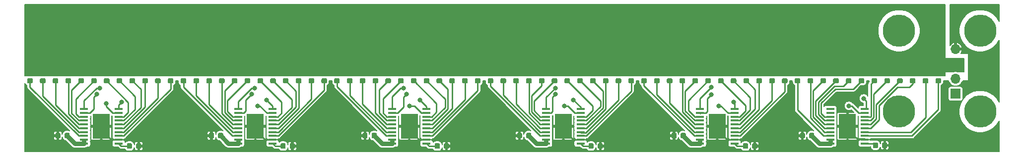
<source format=gbr>
G04 #@! TF.GenerationSoftware,KiCad,Pcbnew,(5.1.4)-1*
G04 #@! TF.CreationDate,2019-11-18T15:59:16-05:00*
G04 #@! TF.ProjectId,teh,7465682e-6b69-4636-9164-5f7063625858,rev?*
G04 #@! TF.SameCoordinates,Original*
G04 #@! TF.FileFunction,Copper,L1,Top*
G04 #@! TF.FilePolarity,Positive*
%FSLAX46Y46*%
G04 Gerber Fmt 4.6, Leading zero omitted, Abs format (unit mm)*
G04 Created by KiCad (PCBNEW (5.1.4)-1) date 2019-11-18 15:59:16*
%MOMM*%
%LPD*%
G04 APERTURE LIST*
%ADD10C,0.800000*%
%ADD11R,3.000000X4.200000*%
%ADD12R,1.450000X0.450000*%
%ADD13C,0.150000*%
%ADD14C,0.875000*%
%ADD15C,5.500000*%
%ADD16R,1.700000X1.700000*%
%ADD17O,1.700000X1.700000*%
%ADD18C,0.250000*%
%ADD19C,0.800000*%
%ADD20C,0.200000*%
G04 APERTURE END LIST*
D10*
X231152700Y-57841000D03*
X232168700Y-57841000D03*
X233184700Y-57841000D03*
X231152700Y-58857000D03*
X232168700Y-58857000D03*
X233184700Y-58857000D03*
X231152700Y-59873000D03*
X232168700Y-59873000D03*
X233184700Y-59873000D03*
X231152700Y-60889000D03*
X232168700Y-60889000D03*
X233184700Y-60889000D03*
D11*
X232168700Y-59365000D03*
D12*
X229218700Y-62290000D03*
X229218700Y-61640000D03*
X229218700Y-60990000D03*
X229218700Y-60340000D03*
X229218700Y-59690000D03*
X229218700Y-59040000D03*
X229218700Y-58390000D03*
X229218700Y-57740000D03*
X229218700Y-57090000D03*
X229218700Y-56440000D03*
X235118700Y-56440000D03*
X235118700Y-57090000D03*
X235118700Y-57740000D03*
X235118700Y-58390000D03*
X235118700Y-59040000D03*
X235118700Y-59690000D03*
X235118700Y-60340000D03*
X235118700Y-60990000D03*
X235118700Y-61640000D03*
X235118700Y-62290000D03*
D10*
X208938000Y-57841000D03*
X209954000Y-57841000D03*
X210970000Y-57841000D03*
X208938000Y-58857000D03*
X209954000Y-58857000D03*
X210970000Y-58857000D03*
X208938000Y-59873000D03*
X209954000Y-59873000D03*
X210970000Y-59873000D03*
X208938000Y-60889000D03*
X209954000Y-60889000D03*
X210970000Y-60889000D03*
D11*
X209954000Y-59365000D03*
D12*
X207004000Y-62290000D03*
X207004000Y-61640000D03*
X207004000Y-60990000D03*
X207004000Y-60340000D03*
X207004000Y-59690000D03*
X207004000Y-59040000D03*
X207004000Y-58390000D03*
X207004000Y-57740000D03*
X207004000Y-57090000D03*
X207004000Y-56440000D03*
X212904000Y-56440000D03*
X212904000Y-57090000D03*
X212904000Y-57740000D03*
X212904000Y-58390000D03*
X212904000Y-59040000D03*
X212904000Y-59690000D03*
X212904000Y-60340000D03*
X212904000Y-60990000D03*
X212904000Y-61640000D03*
X212904000Y-62290000D03*
D10*
X182672000Y-57841000D03*
X183688000Y-57841000D03*
X184704000Y-57841000D03*
X182672000Y-58857000D03*
X183688000Y-58857000D03*
X184704000Y-58857000D03*
X182672000Y-59873000D03*
X183688000Y-59873000D03*
X184704000Y-59873000D03*
X182672000Y-60889000D03*
X183688000Y-60889000D03*
X184704000Y-60889000D03*
D11*
X183688000Y-59365000D03*
D12*
X180738000Y-62290000D03*
X180738000Y-61640000D03*
X180738000Y-60990000D03*
X180738000Y-60340000D03*
X180738000Y-59690000D03*
X180738000Y-59040000D03*
X180738000Y-58390000D03*
X180738000Y-57740000D03*
X180738000Y-57090000D03*
X180738000Y-56440000D03*
X186638000Y-56440000D03*
X186638000Y-57090000D03*
X186638000Y-57740000D03*
X186638000Y-58390000D03*
X186638000Y-59040000D03*
X186638000Y-59690000D03*
X186638000Y-60340000D03*
X186638000Y-60990000D03*
X186638000Y-61640000D03*
X186638000Y-62290000D03*
D10*
X156406000Y-57841000D03*
X157422000Y-57841000D03*
X158438000Y-57841000D03*
X156406000Y-58857000D03*
X157422000Y-58857000D03*
X158438000Y-58857000D03*
X156406000Y-59873000D03*
X157422000Y-59873000D03*
X158438000Y-59873000D03*
X156406000Y-60889000D03*
X157422000Y-60889000D03*
X158438000Y-60889000D03*
D11*
X157422000Y-59365000D03*
D12*
X154472000Y-62290000D03*
X154472000Y-61640000D03*
X154472000Y-60990000D03*
X154472000Y-60340000D03*
X154472000Y-59690000D03*
X154472000Y-59040000D03*
X154472000Y-58390000D03*
X154472000Y-57740000D03*
X154472000Y-57090000D03*
X154472000Y-56440000D03*
X160372000Y-56440000D03*
X160372000Y-57090000D03*
X160372000Y-57740000D03*
X160372000Y-58390000D03*
X160372000Y-59040000D03*
X160372000Y-59690000D03*
X160372000Y-60340000D03*
X160372000Y-60990000D03*
X160372000Y-61640000D03*
X160372000Y-62290000D03*
D10*
X103874000Y-57841000D03*
X104890000Y-57841000D03*
X105906000Y-57841000D03*
X103874000Y-58857000D03*
X104890000Y-58857000D03*
X105906000Y-58857000D03*
X103874000Y-59873000D03*
X104890000Y-59873000D03*
X105906000Y-59873000D03*
X103874000Y-60889000D03*
X104890000Y-60889000D03*
X105906000Y-60889000D03*
D11*
X104890000Y-59365000D03*
D12*
X101940000Y-62290000D03*
X101940000Y-61640000D03*
X101940000Y-60990000D03*
X101940000Y-60340000D03*
X101940000Y-59690000D03*
X101940000Y-59040000D03*
X101940000Y-58390000D03*
X101940000Y-57740000D03*
X101940000Y-57090000D03*
X101940000Y-56440000D03*
X107840000Y-56440000D03*
X107840000Y-57090000D03*
X107840000Y-57740000D03*
X107840000Y-58390000D03*
X107840000Y-59040000D03*
X107840000Y-59690000D03*
X107840000Y-60340000D03*
X107840000Y-60990000D03*
X107840000Y-61640000D03*
X107840000Y-62290000D03*
D10*
X130140000Y-57841000D03*
X131156000Y-57841000D03*
X132172000Y-57841000D03*
X130140000Y-58857000D03*
X131156000Y-58857000D03*
X132172000Y-58857000D03*
X130140000Y-59873000D03*
X131156000Y-59873000D03*
X132172000Y-59873000D03*
X130140000Y-60889000D03*
X131156000Y-60889000D03*
X132172000Y-60889000D03*
D11*
X131156000Y-59365000D03*
D12*
X128206000Y-62290000D03*
X128206000Y-61640000D03*
X128206000Y-60990000D03*
X128206000Y-60340000D03*
X128206000Y-59690000D03*
X128206000Y-59040000D03*
X128206000Y-58390000D03*
X128206000Y-57740000D03*
X128206000Y-57090000D03*
X128206000Y-56440000D03*
X134106000Y-56440000D03*
X134106000Y-57090000D03*
X134106000Y-57740000D03*
X134106000Y-58390000D03*
X134106000Y-59040000D03*
X134106000Y-59690000D03*
X134106000Y-60340000D03*
X134106000Y-60990000D03*
X134106000Y-61640000D03*
X134106000Y-62290000D03*
D13*
G36*
X215193859Y-49576053D02*
G01*
X215215094Y-49579203D01*
X215235918Y-49584419D01*
X215256130Y-49591651D01*
X215275536Y-49600830D01*
X215293949Y-49611866D01*
X215311192Y-49624654D01*
X215327098Y-49639070D01*
X215341514Y-49654976D01*
X215354302Y-49672219D01*
X215365338Y-49690632D01*
X215374517Y-49710038D01*
X215381749Y-49730250D01*
X215386965Y-49751074D01*
X215390115Y-49772309D01*
X215391168Y-49793750D01*
X215391168Y-50231250D01*
X215390115Y-50252691D01*
X215386965Y-50273926D01*
X215381749Y-50294750D01*
X215374517Y-50314962D01*
X215365338Y-50334368D01*
X215354302Y-50352781D01*
X215341514Y-50370024D01*
X215327098Y-50385930D01*
X215311192Y-50400346D01*
X215293949Y-50413134D01*
X215275536Y-50424170D01*
X215256130Y-50433349D01*
X215235918Y-50440581D01*
X215215094Y-50445797D01*
X215193859Y-50448947D01*
X215172418Y-50450000D01*
X214659918Y-50450000D01*
X214638477Y-50448947D01*
X214617242Y-50445797D01*
X214596418Y-50440581D01*
X214576206Y-50433349D01*
X214556800Y-50424170D01*
X214538387Y-50413134D01*
X214521144Y-50400346D01*
X214505238Y-50385930D01*
X214490822Y-50370024D01*
X214478034Y-50352781D01*
X214466998Y-50334368D01*
X214457819Y-50314962D01*
X214450587Y-50294750D01*
X214445371Y-50273926D01*
X214442221Y-50252691D01*
X214441168Y-50231250D01*
X214441168Y-49793750D01*
X214442221Y-49772309D01*
X214445371Y-49751074D01*
X214450587Y-49730250D01*
X214457819Y-49710038D01*
X214466998Y-49690632D01*
X214478034Y-49672219D01*
X214490822Y-49654976D01*
X214505238Y-49639070D01*
X214521144Y-49624654D01*
X214538387Y-49611866D01*
X214556800Y-49600830D01*
X214576206Y-49591651D01*
X214596418Y-49584419D01*
X214617242Y-49579203D01*
X214638477Y-49576053D01*
X214659918Y-49575000D01*
X215172418Y-49575000D01*
X215193859Y-49576053D01*
X215193859Y-49576053D01*
G37*
D14*
X214916168Y-50012500D03*
D13*
G36*
X215193859Y-51151053D02*
G01*
X215215094Y-51154203D01*
X215235918Y-51159419D01*
X215256130Y-51166651D01*
X215275536Y-51175830D01*
X215293949Y-51186866D01*
X215311192Y-51199654D01*
X215327098Y-51214070D01*
X215341514Y-51229976D01*
X215354302Y-51247219D01*
X215365338Y-51265632D01*
X215374517Y-51285038D01*
X215381749Y-51305250D01*
X215386965Y-51326074D01*
X215390115Y-51347309D01*
X215391168Y-51368750D01*
X215391168Y-51806250D01*
X215390115Y-51827691D01*
X215386965Y-51848926D01*
X215381749Y-51869750D01*
X215374517Y-51889962D01*
X215365338Y-51909368D01*
X215354302Y-51927781D01*
X215341514Y-51945024D01*
X215327098Y-51960930D01*
X215311192Y-51975346D01*
X215293949Y-51988134D01*
X215275536Y-51999170D01*
X215256130Y-52008349D01*
X215235918Y-52015581D01*
X215215094Y-52020797D01*
X215193859Y-52023947D01*
X215172418Y-52025000D01*
X214659918Y-52025000D01*
X214638477Y-52023947D01*
X214617242Y-52020797D01*
X214596418Y-52015581D01*
X214576206Y-52008349D01*
X214556800Y-51999170D01*
X214538387Y-51988134D01*
X214521144Y-51975346D01*
X214505238Y-51960930D01*
X214490822Y-51945024D01*
X214478034Y-51927781D01*
X214466998Y-51909368D01*
X214457819Y-51889962D01*
X214450587Y-51869750D01*
X214445371Y-51848926D01*
X214442221Y-51827691D01*
X214441168Y-51806250D01*
X214441168Y-51368750D01*
X214442221Y-51347309D01*
X214445371Y-51326074D01*
X214450587Y-51305250D01*
X214457819Y-51285038D01*
X214466998Y-51265632D01*
X214478034Y-51247219D01*
X214490822Y-51229976D01*
X214505238Y-51214070D01*
X214521144Y-51199654D01*
X214538387Y-51186866D01*
X214556800Y-51175830D01*
X214576206Y-51166651D01*
X214596418Y-51159419D01*
X214617242Y-51154203D01*
X214638477Y-51151053D01*
X214659918Y-51150000D01*
X215172418Y-51150000D01*
X215193859Y-51151053D01*
X215193859Y-51151053D01*
G37*
D14*
X214916168Y-51587500D03*
D13*
G36*
X97725191Y-60486053D02*
G01*
X97746426Y-60489203D01*
X97767250Y-60494419D01*
X97787462Y-60501651D01*
X97806868Y-60510830D01*
X97825281Y-60521866D01*
X97842524Y-60534654D01*
X97858430Y-60549070D01*
X97872846Y-60564976D01*
X97885634Y-60582219D01*
X97896670Y-60600632D01*
X97905849Y-60620038D01*
X97913081Y-60640250D01*
X97918297Y-60661074D01*
X97921447Y-60682309D01*
X97922500Y-60703750D01*
X97922500Y-61216250D01*
X97921447Y-61237691D01*
X97918297Y-61258926D01*
X97913081Y-61279750D01*
X97905849Y-61299962D01*
X97896670Y-61319368D01*
X97885634Y-61337781D01*
X97872846Y-61355024D01*
X97858430Y-61370930D01*
X97842524Y-61385346D01*
X97825281Y-61398134D01*
X97806868Y-61409170D01*
X97787462Y-61418349D01*
X97767250Y-61425581D01*
X97746426Y-61430797D01*
X97725191Y-61433947D01*
X97703750Y-61435000D01*
X97266250Y-61435000D01*
X97244809Y-61433947D01*
X97223574Y-61430797D01*
X97202750Y-61425581D01*
X97182538Y-61418349D01*
X97163132Y-61409170D01*
X97144719Y-61398134D01*
X97127476Y-61385346D01*
X97111570Y-61370930D01*
X97097154Y-61355024D01*
X97084366Y-61337781D01*
X97073330Y-61319368D01*
X97064151Y-61299962D01*
X97056919Y-61279750D01*
X97051703Y-61258926D01*
X97048553Y-61237691D01*
X97047500Y-61216250D01*
X97047500Y-60703750D01*
X97048553Y-60682309D01*
X97051703Y-60661074D01*
X97056919Y-60640250D01*
X97064151Y-60620038D01*
X97073330Y-60600632D01*
X97084366Y-60582219D01*
X97097154Y-60564976D01*
X97111570Y-60549070D01*
X97127476Y-60534654D01*
X97144719Y-60521866D01*
X97163132Y-60510830D01*
X97182538Y-60501651D01*
X97202750Y-60494419D01*
X97223574Y-60489203D01*
X97244809Y-60486053D01*
X97266250Y-60485000D01*
X97703750Y-60485000D01*
X97725191Y-60486053D01*
X97725191Y-60486053D01*
G37*
D14*
X97485000Y-60960000D03*
D13*
G36*
X99300191Y-60486053D02*
G01*
X99321426Y-60489203D01*
X99342250Y-60494419D01*
X99362462Y-60501651D01*
X99381868Y-60510830D01*
X99400281Y-60521866D01*
X99417524Y-60534654D01*
X99433430Y-60549070D01*
X99447846Y-60564976D01*
X99460634Y-60582219D01*
X99471670Y-60600632D01*
X99480849Y-60620038D01*
X99488081Y-60640250D01*
X99493297Y-60661074D01*
X99496447Y-60682309D01*
X99497500Y-60703750D01*
X99497500Y-61216250D01*
X99496447Y-61237691D01*
X99493297Y-61258926D01*
X99488081Y-61279750D01*
X99480849Y-61299962D01*
X99471670Y-61319368D01*
X99460634Y-61337781D01*
X99447846Y-61355024D01*
X99433430Y-61370930D01*
X99417524Y-61385346D01*
X99400281Y-61398134D01*
X99381868Y-61409170D01*
X99362462Y-61418349D01*
X99342250Y-61425581D01*
X99321426Y-61430797D01*
X99300191Y-61433947D01*
X99278750Y-61435000D01*
X98841250Y-61435000D01*
X98819809Y-61433947D01*
X98798574Y-61430797D01*
X98777750Y-61425581D01*
X98757538Y-61418349D01*
X98738132Y-61409170D01*
X98719719Y-61398134D01*
X98702476Y-61385346D01*
X98686570Y-61370930D01*
X98672154Y-61355024D01*
X98659366Y-61337781D01*
X98648330Y-61319368D01*
X98639151Y-61299962D01*
X98631919Y-61279750D01*
X98626703Y-61258926D01*
X98623553Y-61237691D01*
X98622500Y-61216250D01*
X98622500Y-60703750D01*
X98623553Y-60682309D01*
X98626703Y-60661074D01*
X98631919Y-60640250D01*
X98639151Y-60620038D01*
X98648330Y-60600632D01*
X98659366Y-60582219D01*
X98672154Y-60564976D01*
X98686570Y-60549070D01*
X98702476Y-60534654D01*
X98719719Y-60521866D01*
X98738132Y-60510830D01*
X98757538Y-60501651D01*
X98777750Y-60494419D01*
X98798574Y-60489203D01*
X98819809Y-60486053D01*
X98841250Y-60485000D01*
X99278750Y-60485000D01*
X99300191Y-60486053D01*
X99300191Y-60486053D01*
G37*
D14*
X99060000Y-60960000D03*
D13*
G36*
X176465191Y-60486053D02*
G01*
X176486426Y-60489203D01*
X176507250Y-60494419D01*
X176527462Y-60501651D01*
X176546868Y-60510830D01*
X176565281Y-60521866D01*
X176582524Y-60534654D01*
X176598430Y-60549070D01*
X176612846Y-60564976D01*
X176625634Y-60582219D01*
X176636670Y-60600632D01*
X176645849Y-60620038D01*
X176653081Y-60640250D01*
X176658297Y-60661074D01*
X176661447Y-60682309D01*
X176662500Y-60703750D01*
X176662500Y-61216250D01*
X176661447Y-61237691D01*
X176658297Y-61258926D01*
X176653081Y-61279750D01*
X176645849Y-61299962D01*
X176636670Y-61319368D01*
X176625634Y-61337781D01*
X176612846Y-61355024D01*
X176598430Y-61370930D01*
X176582524Y-61385346D01*
X176565281Y-61398134D01*
X176546868Y-61409170D01*
X176527462Y-61418349D01*
X176507250Y-61425581D01*
X176486426Y-61430797D01*
X176465191Y-61433947D01*
X176443750Y-61435000D01*
X176006250Y-61435000D01*
X175984809Y-61433947D01*
X175963574Y-61430797D01*
X175942750Y-61425581D01*
X175922538Y-61418349D01*
X175903132Y-61409170D01*
X175884719Y-61398134D01*
X175867476Y-61385346D01*
X175851570Y-61370930D01*
X175837154Y-61355024D01*
X175824366Y-61337781D01*
X175813330Y-61319368D01*
X175804151Y-61299962D01*
X175796919Y-61279750D01*
X175791703Y-61258926D01*
X175788553Y-61237691D01*
X175787500Y-61216250D01*
X175787500Y-60703750D01*
X175788553Y-60682309D01*
X175791703Y-60661074D01*
X175796919Y-60640250D01*
X175804151Y-60620038D01*
X175813330Y-60600632D01*
X175824366Y-60582219D01*
X175837154Y-60564976D01*
X175851570Y-60549070D01*
X175867476Y-60534654D01*
X175884719Y-60521866D01*
X175903132Y-60510830D01*
X175922538Y-60501651D01*
X175942750Y-60494419D01*
X175963574Y-60489203D01*
X175984809Y-60486053D01*
X176006250Y-60485000D01*
X176443750Y-60485000D01*
X176465191Y-60486053D01*
X176465191Y-60486053D01*
G37*
D14*
X176225000Y-60960000D03*
D13*
G36*
X178040191Y-60486053D02*
G01*
X178061426Y-60489203D01*
X178082250Y-60494419D01*
X178102462Y-60501651D01*
X178121868Y-60510830D01*
X178140281Y-60521866D01*
X178157524Y-60534654D01*
X178173430Y-60549070D01*
X178187846Y-60564976D01*
X178200634Y-60582219D01*
X178211670Y-60600632D01*
X178220849Y-60620038D01*
X178228081Y-60640250D01*
X178233297Y-60661074D01*
X178236447Y-60682309D01*
X178237500Y-60703750D01*
X178237500Y-61216250D01*
X178236447Y-61237691D01*
X178233297Y-61258926D01*
X178228081Y-61279750D01*
X178220849Y-61299962D01*
X178211670Y-61319368D01*
X178200634Y-61337781D01*
X178187846Y-61355024D01*
X178173430Y-61370930D01*
X178157524Y-61385346D01*
X178140281Y-61398134D01*
X178121868Y-61409170D01*
X178102462Y-61418349D01*
X178082250Y-61425581D01*
X178061426Y-61430797D01*
X178040191Y-61433947D01*
X178018750Y-61435000D01*
X177581250Y-61435000D01*
X177559809Y-61433947D01*
X177538574Y-61430797D01*
X177517750Y-61425581D01*
X177497538Y-61418349D01*
X177478132Y-61409170D01*
X177459719Y-61398134D01*
X177442476Y-61385346D01*
X177426570Y-61370930D01*
X177412154Y-61355024D01*
X177399366Y-61337781D01*
X177388330Y-61319368D01*
X177379151Y-61299962D01*
X177371919Y-61279750D01*
X177366703Y-61258926D01*
X177363553Y-61237691D01*
X177362500Y-61216250D01*
X177362500Y-60703750D01*
X177363553Y-60682309D01*
X177366703Y-60661074D01*
X177371919Y-60640250D01*
X177379151Y-60620038D01*
X177388330Y-60600632D01*
X177399366Y-60582219D01*
X177412154Y-60564976D01*
X177426570Y-60549070D01*
X177442476Y-60534654D01*
X177459719Y-60521866D01*
X177478132Y-60510830D01*
X177497538Y-60501651D01*
X177517750Y-60494419D01*
X177538574Y-60489203D01*
X177559809Y-60486053D01*
X177581250Y-60485000D01*
X178018750Y-60485000D01*
X178040191Y-60486053D01*
X178040191Y-60486053D01*
G37*
D14*
X177800000Y-60960000D03*
D13*
G36*
X123912691Y-60486053D02*
G01*
X123933926Y-60489203D01*
X123954750Y-60494419D01*
X123974962Y-60501651D01*
X123994368Y-60510830D01*
X124012781Y-60521866D01*
X124030024Y-60534654D01*
X124045930Y-60549070D01*
X124060346Y-60564976D01*
X124073134Y-60582219D01*
X124084170Y-60600632D01*
X124093349Y-60620038D01*
X124100581Y-60640250D01*
X124105797Y-60661074D01*
X124108947Y-60682309D01*
X124110000Y-60703750D01*
X124110000Y-61216250D01*
X124108947Y-61237691D01*
X124105797Y-61258926D01*
X124100581Y-61279750D01*
X124093349Y-61299962D01*
X124084170Y-61319368D01*
X124073134Y-61337781D01*
X124060346Y-61355024D01*
X124045930Y-61370930D01*
X124030024Y-61385346D01*
X124012781Y-61398134D01*
X123994368Y-61409170D01*
X123974962Y-61418349D01*
X123954750Y-61425581D01*
X123933926Y-61430797D01*
X123912691Y-61433947D01*
X123891250Y-61435000D01*
X123453750Y-61435000D01*
X123432309Y-61433947D01*
X123411074Y-61430797D01*
X123390250Y-61425581D01*
X123370038Y-61418349D01*
X123350632Y-61409170D01*
X123332219Y-61398134D01*
X123314976Y-61385346D01*
X123299070Y-61370930D01*
X123284654Y-61355024D01*
X123271866Y-61337781D01*
X123260830Y-61319368D01*
X123251651Y-61299962D01*
X123244419Y-61279750D01*
X123239203Y-61258926D01*
X123236053Y-61237691D01*
X123235000Y-61216250D01*
X123235000Y-60703750D01*
X123236053Y-60682309D01*
X123239203Y-60661074D01*
X123244419Y-60640250D01*
X123251651Y-60620038D01*
X123260830Y-60600632D01*
X123271866Y-60582219D01*
X123284654Y-60564976D01*
X123299070Y-60549070D01*
X123314976Y-60534654D01*
X123332219Y-60521866D01*
X123350632Y-60510830D01*
X123370038Y-60501651D01*
X123390250Y-60494419D01*
X123411074Y-60489203D01*
X123432309Y-60486053D01*
X123453750Y-60485000D01*
X123891250Y-60485000D01*
X123912691Y-60486053D01*
X123912691Y-60486053D01*
G37*
D14*
X123672500Y-60960000D03*
D13*
G36*
X125487691Y-60486053D02*
G01*
X125508926Y-60489203D01*
X125529750Y-60494419D01*
X125549962Y-60501651D01*
X125569368Y-60510830D01*
X125587781Y-60521866D01*
X125605024Y-60534654D01*
X125620930Y-60549070D01*
X125635346Y-60564976D01*
X125648134Y-60582219D01*
X125659170Y-60600632D01*
X125668349Y-60620038D01*
X125675581Y-60640250D01*
X125680797Y-60661074D01*
X125683947Y-60682309D01*
X125685000Y-60703750D01*
X125685000Y-61216250D01*
X125683947Y-61237691D01*
X125680797Y-61258926D01*
X125675581Y-61279750D01*
X125668349Y-61299962D01*
X125659170Y-61319368D01*
X125648134Y-61337781D01*
X125635346Y-61355024D01*
X125620930Y-61370930D01*
X125605024Y-61385346D01*
X125587781Y-61398134D01*
X125569368Y-61409170D01*
X125549962Y-61418349D01*
X125529750Y-61425581D01*
X125508926Y-61430797D01*
X125487691Y-61433947D01*
X125466250Y-61435000D01*
X125028750Y-61435000D01*
X125007309Y-61433947D01*
X124986074Y-61430797D01*
X124965250Y-61425581D01*
X124945038Y-61418349D01*
X124925632Y-61409170D01*
X124907219Y-61398134D01*
X124889976Y-61385346D01*
X124874070Y-61370930D01*
X124859654Y-61355024D01*
X124846866Y-61337781D01*
X124835830Y-61319368D01*
X124826651Y-61299962D01*
X124819419Y-61279750D01*
X124814203Y-61258926D01*
X124811053Y-61237691D01*
X124810000Y-61216250D01*
X124810000Y-60703750D01*
X124811053Y-60682309D01*
X124814203Y-60661074D01*
X124819419Y-60640250D01*
X124826651Y-60620038D01*
X124835830Y-60600632D01*
X124846866Y-60582219D01*
X124859654Y-60564976D01*
X124874070Y-60549070D01*
X124889976Y-60534654D01*
X124907219Y-60521866D01*
X124925632Y-60510830D01*
X124945038Y-60501651D01*
X124965250Y-60494419D01*
X124986074Y-60489203D01*
X125007309Y-60486053D01*
X125028750Y-60485000D01*
X125466250Y-60485000D01*
X125487691Y-60486053D01*
X125487691Y-60486053D01*
G37*
D14*
X125247500Y-60960000D03*
D13*
G36*
X150100191Y-60486053D02*
G01*
X150121426Y-60489203D01*
X150142250Y-60494419D01*
X150162462Y-60501651D01*
X150181868Y-60510830D01*
X150200281Y-60521866D01*
X150217524Y-60534654D01*
X150233430Y-60549070D01*
X150247846Y-60564976D01*
X150260634Y-60582219D01*
X150271670Y-60600632D01*
X150280849Y-60620038D01*
X150288081Y-60640250D01*
X150293297Y-60661074D01*
X150296447Y-60682309D01*
X150297500Y-60703750D01*
X150297500Y-61216250D01*
X150296447Y-61237691D01*
X150293297Y-61258926D01*
X150288081Y-61279750D01*
X150280849Y-61299962D01*
X150271670Y-61319368D01*
X150260634Y-61337781D01*
X150247846Y-61355024D01*
X150233430Y-61370930D01*
X150217524Y-61385346D01*
X150200281Y-61398134D01*
X150181868Y-61409170D01*
X150162462Y-61418349D01*
X150142250Y-61425581D01*
X150121426Y-61430797D01*
X150100191Y-61433947D01*
X150078750Y-61435000D01*
X149641250Y-61435000D01*
X149619809Y-61433947D01*
X149598574Y-61430797D01*
X149577750Y-61425581D01*
X149557538Y-61418349D01*
X149538132Y-61409170D01*
X149519719Y-61398134D01*
X149502476Y-61385346D01*
X149486570Y-61370930D01*
X149472154Y-61355024D01*
X149459366Y-61337781D01*
X149448330Y-61319368D01*
X149439151Y-61299962D01*
X149431919Y-61279750D01*
X149426703Y-61258926D01*
X149423553Y-61237691D01*
X149422500Y-61216250D01*
X149422500Y-60703750D01*
X149423553Y-60682309D01*
X149426703Y-60661074D01*
X149431919Y-60640250D01*
X149439151Y-60620038D01*
X149448330Y-60600632D01*
X149459366Y-60582219D01*
X149472154Y-60564976D01*
X149486570Y-60549070D01*
X149502476Y-60534654D01*
X149519719Y-60521866D01*
X149538132Y-60510830D01*
X149557538Y-60501651D01*
X149577750Y-60494419D01*
X149598574Y-60489203D01*
X149619809Y-60486053D01*
X149641250Y-60485000D01*
X150078750Y-60485000D01*
X150100191Y-60486053D01*
X150100191Y-60486053D01*
G37*
D14*
X149860000Y-60960000D03*
D13*
G36*
X151675191Y-60486053D02*
G01*
X151696426Y-60489203D01*
X151717250Y-60494419D01*
X151737462Y-60501651D01*
X151756868Y-60510830D01*
X151775281Y-60521866D01*
X151792524Y-60534654D01*
X151808430Y-60549070D01*
X151822846Y-60564976D01*
X151835634Y-60582219D01*
X151846670Y-60600632D01*
X151855849Y-60620038D01*
X151863081Y-60640250D01*
X151868297Y-60661074D01*
X151871447Y-60682309D01*
X151872500Y-60703750D01*
X151872500Y-61216250D01*
X151871447Y-61237691D01*
X151868297Y-61258926D01*
X151863081Y-61279750D01*
X151855849Y-61299962D01*
X151846670Y-61319368D01*
X151835634Y-61337781D01*
X151822846Y-61355024D01*
X151808430Y-61370930D01*
X151792524Y-61385346D01*
X151775281Y-61398134D01*
X151756868Y-61409170D01*
X151737462Y-61418349D01*
X151717250Y-61425581D01*
X151696426Y-61430797D01*
X151675191Y-61433947D01*
X151653750Y-61435000D01*
X151216250Y-61435000D01*
X151194809Y-61433947D01*
X151173574Y-61430797D01*
X151152750Y-61425581D01*
X151132538Y-61418349D01*
X151113132Y-61409170D01*
X151094719Y-61398134D01*
X151077476Y-61385346D01*
X151061570Y-61370930D01*
X151047154Y-61355024D01*
X151034366Y-61337781D01*
X151023330Y-61319368D01*
X151014151Y-61299962D01*
X151006919Y-61279750D01*
X151001703Y-61258926D01*
X150998553Y-61237691D01*
X150997500Y-61216250D01*
X150997500Y-60703750D01*
X150998553Y-60682309D01*
X151001703Y-60661074D01*
X151006919Y-60640250D01*
X151014151Y-60620038D01*
X151023330Y-60600632D01*
X151034366Y-60582219D01*
X151047154Y-60564976D01*
X151061570Y-60549070D01*
X151077476Y-60534654D01*
X151094719Y-60521866D01*
X151113132Y-60510830D01*
X151132538Y-60501651D01*
X151152750Y-60494419D01*
X151173574Y-60489203D01*
X151194809Y-60486053D01*
X151216250Y-60485000D01*
X151653750Y-60485000D01*
X151675191Y-60486053D01*
X151675191Y-60486053D01*
G37*
D14*
X151435000Y-60960000D03*
D13*
G36*
X202805191Y-60486053D02*
G01*
X202826426Y-60489203D01*
X202847250Y-60494419D01*
X202867462Y-60501651D01*
X202886868Y-60510830D01*
X202905281Y-60521866D01*
X202922524Y-60534654D01*
X202938430Y-60549070D01*
X202952846Y-60564976D01*
X202965634Y-60582219D01*
X202976670Y-60600632D01*
X202985849Y-60620038D01*
X202993081Y-60640250D01*
X202998297Y-60661074D01*
X203001447Y-60682309D01*
X203002500Y-60703750D01*
X203002500Y-61216250D01*
X203001447Y-61237691D01*
X202998297Y-61258926D01*
X202993081Y-61279750D01*
X202985849Y-61299962D01*
X202976670Y-61319368D01*
X202965634Y-61337781D01*
X202952846Y-61355024D01*
X202938430Y-61370930D01*
X202922524Y-61385346D01*
X202905281Y-61398134D01*
X202886868Y-61409170D01*
X202867462Y-61418349D01*
X202847250Y-61425581D01*
X202826426Y-61430797D01*
X202805191Y-61433947D01*
X202783750Y-61435000D01*
X202346250Y-61435000D01*
X202324809Y-61433947D01*
X202303574Y-61430797D01*
X202282750Y-61425581D01*
X202262538Y-61418349D01*
X202243132Y-61409170D01*
X202224719Y-61398134D01*
X202207476Y-61385346D01*
X202191570Y-61370930D01*
X202177154Y-61355024D01*
X202164366Y-61337781D01*
X202153330Y-61319368D01*
X202144151Y-61299962D01*
X202136919Y-61279750D01*
X202131703Y-61258926D01*
X202128553Y-61237691D01*
X202127500Y-61216250D01*
X202127500Y-60703750D01*
X202128553Y-60682309D01*
X202131703Y-60661074D01*
X202136919Y-60640250D01*
X202144151Y-60620038D01*
X202153330Y-60600632D01*
X202164366Y-60582219D01*
X202177154Y-60564976D01*
X202191570Y-60549070D01*
X202207476Y-60534654D01*
X202224719Y-60521866D01*
X202243132Y-60510830D01*
X202262538Y-60501651D01*
X202282750Y-60494419D01*
X202303574Y-60489203D01*
X202324809Y-60486053D01*
X202346250Y-60485000D01*
X202783750Y-60485000D01*
X202805191Y-60486053D01*
X202805191Y-60486053D01*
G37*
D14*
X202565000Y-60960000D03*
D13*
G36*
X204380191Y-60486053D02*
G01*
X204401426Y-60489203D01*
X204422250Y-60494419D01*
X204442462Y-60501651D01*
X204461868Y-60510830D01*
X204480281Y-60521866D01*
X204497524Y-60534654D01*
X204513430Y-60549070D01*
X204527846Y-60564976D01*
X204540634Y-60582219D01*
X204551670Y-60600632D01*
X204560849Y-60620038D01*
X204568081Y-60640250D01*
X204573297Y-60661074D01*
X204576447Y-60682309D01*
X204577500Y-60703750D01*
X204577500Y-61216250D01*
X204576447Y-61237691D01*
X204573297Y-61258926D01*
X204568081Y-61279750D01*
X204560849Y-61299962D01*
X204551670Y-61319368D01*
X204540634Y-61337781D01*
X204527846Y-61355024D01*
X204513430Y-61370930D01*
X204497524Y-61385346D01*
X204480281Y-61398134D01*
X204461868Y-61409170D01*
X204442462Y-61418349D01*
X204422250Y-61425581D01*
X204401426Y-61430797D01*
X204380191Y-61433947D01*
X204358750Y-61435000D01*
X203921250Y-61435000D01*
X203899809Y-61433947D01*
X203878574Y-61430797D01*
X203857750Y-61425581D01*
X203837538Y-61418349D01*
X203818132Y-61409170D01*
X203799719Y-61398134D01*
X203782476Y-61385346D01*
X203766570Y-61370930D01*
X203752154Y-61355024D01*
X203739366Y-61337781D01*
X203728330Y-61319368D01*
X203719151Y-61299962D01*
X203711919Y-61279750D01*
X203706703Y-61258926D01*
X203703553Y-61237691D01*
X203702500Y-61216250D01*
X203702500Y-60703750D01*
X203703553Y-60682309D01*
X203706703Y-60661074D01*
X203711919Y-60640250D01*
X203719151Y-60620038D01*
X203728330Y-60600632D01*
X203739366Y-60582219D01*
X203752154Y-60564976D01*
X203766570Y-60549070D01*
X203782476Y-60534654D01*
X203799719Y-60521866D01*
X203818132Y-60510830D01*
X203837538Y-60501651D01*
X203857750Y-60494419D01*
X203878574Y-60489203D01*
X203899809Y-60486053D01*
X203921250Y-60485000D01*
X204358750Y-60485000D01*
X204380191Y-60486053D01*
X204380191Y-60486053D01*
G37*
D14*
X204140000Y-60960000D03*
D13*
G36*
X224725191Y-60486053D02*
G01*
X224746426Y-60489203D01*
X224767250Y-60494419D01*
X224787462Y-60501651D01*
X224806868Y-60510830D01*
X224825281Y-60521866D01*
X224842524Y-60534654D01*
X224858430Y-60549070D01*
X224872846Y-60564976D01*
X224885634Y-60582219D01*
X224896670Y-60600632D01*
X224905849Y-60620038D01*
X224913081Y-60640250D01*
X224918297Y-60661074D01*
X224921447Y-60682309D01*
X224922500Y-60703750D01*
X224922500Y-61216250D01*
X224921447Y-61237691D01*
X224918297Y-61258926D01*
X224913081Y-61279750D01*
X224905849Y-61299962D01*
X224896670Y-61319368D01*
X224885634Y-61337781D01*
X224872846Y-61355024D01*
X224858430Y-61370930D01*
X224842524Y-61385346D01*
X224825281Y-61398134D01*
X224806868Y-61409170D01*
X224787462Y-61418349D01*
X224767250Y-61425581D01*
X224746426Y-61430797D01*
X224725191Y-61433947D01*
X224703750Y-61435000D01*
X224266250Y-61435000D01*
X224244809Y-61433947D01*
X224223574Y-61430797D01*
X224202750Y-61425581D01*
X224182538Y-61418349D01*
X224163132Y-61409170D01*
X224144719Y-61398134D01*
X224127476Y-61385346D01*
X224111570Y-61370930D01*
X224097154Y-61355024D01*
X224084366Y-61337781D01*
X224073330Y-61319368D01*
X224064151Y-61299962D01*
X224056919Y-61279750D01*
X224051703Y-61258926D01*
X224048553Y-61237691D01*
X224047500Y-61216250D01*
X224047500Y-60703750D01*
X224048553Y-60682309D01*
X224051703Y-60661074D01*
X224056919Y-60640250D01*
X224064151Y-60620038D01*
X224073330Y-60600632D01*
X224084366Y-60582219D01*
X224097154Y-60564976D01*
X224111570Y-60549070D01*
X224127476Y-60534654D01*
X224144719Y-60521866D01*
X224163132Y-60510830D01*
X224182538Y-60501651D01*
X224202750Y-60494419D01*
X224223574Y-60489203D01*
X224244809Y-60486053D01*
X224266250Y-60485000D01*
X224703750Y-60485000D01*
X224725191Y-60486053D01*
X224725191Y-60486053D01*
G37*
D14*
X224485000Y-60960000D03*
D13*
G36*
X226300191Y-60486053D02*
G01*
X226321426Y-60489203D01*
X226342250Y-60494419D01*
X226362462Y-60501651D01*
X226381868Y-60510830D01*
X226400281Y-60521866D01*
X226417524Y-60534654D01*
X226433430Y-60549070D01*
X226447846Y-60564976D01*
X226460634Y-60582219D01*
X226471670Y-60600632D01*
X226480849Y-60620038D01*
X226488081Y-60640250D01*
X226493297Y-60661074D01*
X226496447Y-60682309D01*
X226497500Y-60703750D01*
X226497500Y-61216250D01*
X226496447Y-61237691D01*
X226493297Y-61258926D01*
X226488081Y-61279750D01*
X226480849Y-61299962D01*
X226471670Y-61319368D01*
X226460634Y-61337781D01*
X226447846Y-61355024D01*
X226433430Y-61370930D01*
X226417524Y-61385346D01*
X226400281Y-61398134D01*
X226381868Y-61409170D01*
X226362462Y-61418349D01*
X226342250Y-61425581D01*
X226321426Y-61430797D01*
X226300191Y-61433947D01*
X226278750Y-61435000D01*
X225841250Y-61435000D01*
X225819809Y-61433947D01*
X225798574Y-61430797D01*
X225777750Y-61425581D01*
X225757538Y-61418349D01*
X225738132Y-61409170D01*
X225719719Y-61398134D01*
X225702476Y-61385346D01*
X225686570Y-61370930D01*
X225672154Y-61355024D01*
X225659366Y-61337781D01*
X225648330Y-61319368D01*
X225639151Y-61299962D01*
X225631919Y-61279750D01*
X225626703Y-61258926D01*
X225623553Y-61237691D01*
X225622500Y-61216250D01*
X225622500Y-60703750D01*
X225623553Y-60682309D01*
X225626703Y-60661074D01*
X225631919Y-60640250D01*
X225639151Y-60620038D01*
X225648330Y-60600632D01*
X225659366Y-60582219D01*
X225672154Y-60564976D01*
X225686570Y-60549070D01*
X225702476Y-60534654D01*
X225719719Y-60521866D01*
X225738132Y-60510830D01*
X225757538Y-60501651D01*
X225777750Y-60494419D01*
X225798574Y-60489203D01*
X225819809Y-60486053D01*
X225841250Y-60485000D01*
X226278750Y-60485000D01*
X226300191Y-60486053D01*
X226300191Y-60486053D01*
G37*
D14*
X226060000Y-60960000D03*
D15*
X254787400Y-43027600D03*
X240957100Y-43027600D03*
X240957100Y-56857900D03*
X254787400Y-56857900D03*
D16*
X250596400Y-53797200D03*
D17*
X250596400Y-51257200D03*
X250596400Y-48717200D03*
X250596400Y-46177200D03*
D13*
G36*
X237171391Y-62137053D02*
G01*
X237192626Y-62140203D01*
X237213450Y-62145419D01*
X237233662Y-62152651D01*
X237253068Y-62161830D01*
X237271481Y-62172866D01*
X237288724Y-62185654D01*
X237304630Y-62200070D01*
X237319046Y-62215976D01*
X237331834Y-62233219D01*
X237342870Y-62251632D01*
X237352049Y-62271038D01*
X237359281Y-62291250D01*
X237364497Y-62312074D01*
X237367647Y-62333309D01*
X237368700Y-62354750D01*
X237368700Y-62867250D01*
X237367647Y-62888691D01*
X237364497Y-62909926D01*
X237359281Y-62930750D01*
X237352049Y-62950962D01*
X237342870Y-62970368D01*
X237331834Y-62988781D01*
X237319046Y-63006024D01*
X237304630Y-63021930D01*
X237288724Y-63036346D01*
X237271481Y-63049134D01*
X237253068Y-63060170D01*
X237233662Y-63069349D01*
X237213450Y-63076581D01*
X237192626Y-63081797D01*
X237171391Y-63084947D01*
X237149950Y-63086000D01*
X236712450Y-63086000D01*
X236691009Y-63084947D01*
X236669774Y-63081797D01*
X236648950Y-63076581D01*
X236628738Y-63069349D01*
X236609332Y-63060170D01*
X236590919Y-63049134D01*
X236573676Y-63036346D01*
X236557770Y-63021930D01*
X236543354Y-63006024D01*
X236530566Y-62988781D01*
X236519530Y-62970368D01*
X236510351Y-62950962D01*
X236503119Y-62930750D01*
X236497903Y-62909926D01*
X236494753Y-62888691D01*
X236493700Y-62867250D01*
X236493700Y-62354750D01*
X236494753Y-62333309D01*
X236497903Y-62312074D01*
X236503119Y-62291250D01*
X236510351Y-62271038D01*
X236519530Y-62251632D01*
X236530566Y-62233219D01*
X236543354Y-62215976D01*
X236557770Y-62200070D01*
X236573676Y-62185654D01*
X236590919Y-62172866D01*
X236609332Y-62161830D01*
X236628738Y-62152651D01*
X236648950Y-62145419D01*
X236669774Y-62140203D01*
X236691009Y-62137053D01*
X236712450Y-62136000D01*
X237149950Y-62136000D01*
X237171391Y-62137053D01*
X237171391Y-62137053D01*
G37*
D14*
X236931200Y-62611000D03*
D13*
G36*
X238746391Y-62137053D02*
G01*
X238767626Y-62140203D01*
X238788450Y-62145419D01*
X238808662Y-62152651D01*
X238828068Y-62161830D01*
X238846481Y-62172866D01*
X238863724Y-62185654D01*
X238879630Y-62200070D01*
X238894046Y-62215976D01*
X238906834Y-62233219D01*
X238917870Y-62251632D01*
X238927049Y-62271038D01*
X238934281Y-62291250D01*
X238939497Y-62312074D01*
X238942647Y-62333309D01*
X238943700Y-62354750D01*
X238943700Y-62867250D01*
X238942647Y-62888691D01*
X238939497Y-62909926D01*
X238934281Y-62930750D01*
X238927049Y-62950962D01*
X238917870Y-62970368D01*
X238906834Y-62988781D01*
X238894046Y-63006024D01*
X238879630Y-63021930D01*
X238863724Y-63036346D01*
X238846481Y-63049134D01*
X238828068Y-63060170D01*
X238808662Y-63069349D01*
X238788450Y-63076581D01*
X238767626Y-63081797D01*
X238746391Y-63084947D01*
X238724950Y-63086000D01*
X238287450Y-63086000D01*
X238266009Y-63084947D01*
X238244774Y-63081797D01*
X238223950Y-63076581D01*
X238203738Y-63069349D01*
X238184332Y-63060170D01*
X238165919Y-63049134D01*
X238148676Y-63036346D01*
X238132770Y-63021930D01*
X238118354Y-63006024D01*
X238105566Y-62988781D01*
X238094530Y-62970368D01*
X238085351Y-62950962D01*
X238078119Y-62930750D01*
X238072903Y-62909926D01*
X238069753Y-62888691D01*
X238068700Y-62867250D01*
X238068700Y-62354750D01*
X238069753Y-62333309D01*
X238072903Y-62312074D01*
X238078119Y-62291250D01*
X238085351Y-62271038D01*
X238094530Y-62251632D01*
X238105566Y-62233219D01*
X238118354Y-62215976D01*
X238132770Y-62200070D01*
X238148676Y-62185654D01*
X238165919Y-62172866D01*
X238184332Y-62161830D01*
X238203738Y-62152651D01*
X238223950Y-62145419D01*
X238244774Y-62140203D01*
X238266009Y-62137053D01*
X238287450Y-62136000D01*
X238724950Y-62136000D01*
X238746391Y-62137053D01*
X238746391Y-62137053D01*
G37*
D14*
X238506200Y-62611000D03*
D13*
G36*
X106081209Y-49576053D02*
G01*
X106102444Y-49579203D01*
X106123268Y-49584419D01*
X106143480Y-49591651D01*
X106162886Y-49600830D01*
X106181299Y-49611866D01*
X106198542Y-49624654D01*
X106214448Y-49639070D01*
X106228864Y-49654976D01*
X106241652Y-49672219D01*
X106252688Y-49690632D01*
X106261867Y-49710038D01*
X106269099Y-49730250D01*
X106274315Y-49751074D01*
X106277465Y-49772309D01*
X106278518Y-49793750D01*
X106278518Y-50231250D01*
X106277465Y-50252691D01*
X106274315Y-50273926D01*
X106269099Y-50294750D01*
X106261867Y-50314962D01*
X106252688Y-50334368D01*
X106241652Y-50352781D01*
X106228864Y-50370024D01*
X106214448Y-50385930D01*
X106198542Y-50400346D01*
X106181299Y-50413134D01*
X106162886Y-50424170D01*
X106143480Y-50433349D01*
X106123268Y-50440581D01*
X106102444Y-50445797D01*
X106081209Y-50448947D01*
X106059768Y-50450000D01*
X105547268Y-50450000D01*
X105525827Y-50448947D01*
X105504592Y-50445797D01*
X105483768Y-50440581D01*
X105463556Y-50433349D01*
X105444150Y-50424170D01*
X105425737Y-50413134D01*
X105408494Y-50400346D01*
X105392588Y-50385930D01*
X105378172Y-50370024D01*
X105365384Y-50352781D01*
X105354348Y-50334368D01*
X105345169Y-50314962D01*
X105337937Y-50294750D01*
X105332721Y-50273926D01*
X105329571Y-50252691D01*
X105328518Y-50231250D01*
X105328518Y-49793750D01*
X105329571Y-49772309D01*
X105332721Y-49751074D01*
X105337937Y-49730250D01*
X105345169Y-49710038D01*
X105354348Y-49690632D01*
X105365384Y-49672219D01*
X105378172Y-49654976D01*
X105392588Y-49639070D01*
X105408494Y-49624654D01*
X105425737Y-49611866D01*
X105444150Y-49600830D01*
X105463556Y-49591651D01*
X105483768Y-49584419D01*
X105504592Y-49579203D01*
X105525827Y-49576053D01*
X105547268Y-49575000D01*
X106059768Y-49575000D01*
X106081209Y-49576053D01*
X106081209Y-49576053D01*
G37*
D14*
X105803518Y-50012500D03*
D13*
G36*
X106081209Y-51151053D02*
G01*
X106102444Y-51154203D01*
X106123268Y-51159419D01*
X106143480Y-51166651D01*
X106162886Y-51175830D01*
X106181299Y-51186866D01*
X106198542Y-51199654D01*
X106214448Y-51214070D01*
X106228864Y-51229976D01*
X106241652Y-51247219D01*
X106252688Y-51265632D01*
X106261867Y-51285038D01*
X106269099Y-51305250D01*
X106274315Y-51326074D01*
X106277465Y-51347309D01*
X106278518Y-51368750D01*
X106278518Y-51806250D01*
X106277465Y-51827691D01*
X106274315Y-51848926D01*
X106269099Y-51869750D01*
X106261867Y-51889962D01*
X106252688Y-51909368D01*
X106241652Y-51927781D01*
X106228864Y-51945024D01*
X106214448Y-51960930D01*
X106198542Y-51975346D01*
X106181299Y-51988134D01*
X106162886Y-51999170D01*
X106143480Y-52008349D01*
X106123268Y-52015581D01*
X106102444Y-52020797D01*
X106081209Y-52023947D01*
X106059768Y-52025000D01*
X105547268Y-52025000D01*
X105525827Y-52023947D01*
X105504592Y-52020797D01*
X105483768Y-52015581D01*
X105463556Y-52008349D01*
X105444150Y-51999170D01*
X105425737Y-51988134D01*
X105408494Y-51975346D01*
X105392588Y-51960930D01*
X105378172Y-51945024D01*
X105365384Y-51927781D01*
X105354348Y-51909368D01*
X105345169Y-51889962D01*
X105337937Y-51869750D01*
X105332721Y-51848926D01*
X105329571Y-51827691D01*
X105328518Y-51806250D01*
X105328518Y-51368750D01*
X105329571Y-51347309D01*
X105332721Y-51326074D01*
X105337937Y-51305250D01*
X105345169Y-51285038D01*
X105354348Y-51265632D01*
X105365384Y-51247219D01*
X105378172Y-51229976D01*
X105392588Y-51214070D01*
X105408494Y-51199654D01*
X105425737Y-51186866D01*
X105444150Y-51175830D01*
X105463556Y-51166651D01*
X105483768Y-51159419D01*
X105504592Y-51154203D01*
X105525827Y-51151053D01*
X105547268Y-51150000D01*
X106059768Y-51150000D01*
X106081209Y-51151053D01*
X106081209Y-51151053D01*
G37*
D14*
X105803518Y-51587500D03*
D13*
G36*
X92987691Y-51151053D02*
G01*
X93008926Y-51154203D01*
X93029750Y-51159419D01*
X93049962Y-51166651D01*
X93069368Y-51175830D01*
X93087781Y-51186866D01*
X93105024Y-51199654D01*
X93120930Y-51214070D01*
X93135346Y-51229976D01*
X93148134Y-51247219D01*
X93159170Y-51265632D01*
X93168349Y-51285038D01*
X93175581Y-51305250D01*
X93180797Y-51326074D01*
X93183947Y-51347309D01*
X93185000Y-51368750D01*
X93185000Y-51806250D01*
X93183947Y-51827691D01*
X93180797Y-51848926D01*
X93175581Y-51869750D01*
X93168349Y-51889962D01*
X93159170Y-51909368D01*
X93148134Y-51927781D01*
X93135346Y-51945024D01*
X93120930Y-51960930D01*
X93105024Y-51975346D01*
X93087781Y-51988134D01*
X93069368Y-51999170D01*
X93049962Y-52008349D01*
X93029750Y-52015581D01*
X93008926Y-52020797D01*
X92987691Y-52023947D01*
X92966250Y-52025000D01*
X92453750Y-52025000D01*
X92432309Y-52023947D01*
X92411074Y-52020797D01*
X92390250Y-52015581D01*
X92370038Y-52008349D01*
X92350632Y-51999170D01*
X92332219Y-51988134D01*
X92314976Y-51975346D01*
X92299070Y-51960930D01*
X92284654Y-51945024D01*
X92271866Y-51927781D01*
X92260830Y-51909368D01*
X92251651Y-51889962D01*
X92244419Y-51869750D01*
X92239203Y-51848926D01*
X92236053Y-51827691D01*
X92235000Y-51806250D01*
X92235000Y-51368750D01*
X92236053Y-51347309D01*
X92239203Y-51326074D01*
X92244419Y-51305250D01*
X92251651Y-51285038D01*
X92260830Y-51265632D01*
X92271866Y-51247219D01*
X92284654Y-51229976D01*
X92299070Y-51214070D01*
X92314976Y-51199654D01*
X92332219Y-51186866D01*
X92350632Y-51175830D01*
X92370038Y-51166651D01*
X92390250Y-51159419D01*
X92411074Y-51154203D01*
X92432309Y-51151053D01*
X92453750Y-51150000D01*
X92966250Y-51150000D01*
X92987691Y-51151053D01*
X92987691Y-51151053D01*
G37*
D14*
X92710000Y-51587500D03*
D13*
G36*
X92987691Y-49576053D02*
G01*
X93008926Y-49579203D01*
X93029750Y-49584419D01*
X93049962Y-49591651D01*
X93069368Y-49600830D01*
X93087781Y-49611866D01*
X93105024Y-49624654D01*
X93120930Y-49639070D01*
X93135346Y-49654976D01*
X93148134Y-49672219D01*
X93159170Y-49690632D01*
X93168349Y-49710038D01*
X93175581Y-49730250D01*
X93180797Y-49751074D01*
X93183947Y-49772309D01*
X93185000Y-49793750D01*
X93185000Y-50231250D01*
X93183947Y-50252691D01*
X93180797Y-50273926D01*
X93175581Y-50294750D01*
X93168349Y-50314962D01*
X93159170Y-50334368D01*
X93148134Y-50352781D01*
X93135346Y-50370024D01*
X93120930Y-50385930D01*
X93105024Y-50400346D01*
X93087781Y-50413134D01*
X93069368Y-50424170D01*
X93049962Y-50433349D01*
X93029750Y-50440581D01*
X93008926Y-50445797D01*
X92987691Y-50448947D01*
X92966250Y-50450000D01*
X92453750Y-50450000D01*
X92432309Y-50448947D01*
X92411074Y-50445797D01*
X92390250Y-50440581D01*
X92370038Y-50433349D01*
X92350632Y-50424170D01*
X92332219Y-50413134D01*
X92314976Y-50400346D01*
X92299070Y-50385930D01*
X92284654Y-50370024D01*
X92271866Y-50352781D01*
X92260830Y-50334368D01*
X92251651Y-50314962D01*
X92244419Y-50294750D01*
X92239203Y-50273926D01*
X92236053Y-50252691D01*
X92235000Y-50231250D01*
X92235000Y-49793750D01*
X92236053Y-49772309D01*
X92239203Y-49751074D01*
X92244419Y-49730250D01*
X92251651Y-49710038D01*
X92260830Y-49690632D01*
X92271866Y-49672219D01*
X92284654Y-49654976D01*
X92299070Y-49639070D01*
X92314976Y-49624654D01*
X92332219Y-49611866D01*
X92350632Y-49600830D01*
X92370038Y-49591651D01*
X92390250Y-49584419D01*
X92411074Y-49579203D01*
X92432309Y-49576053D01*
X92453750Y-49575000D01*
X92966250Y-49575000D01*
X92987691Y-49576053D01*
X92987691Y-49576053D01*
G37*
D14*
X92710000Y-50012500D03*
D13*
G36*
X108263462Y-51151053D02*
G01*
X108284697Y-51154203D01*
X108305521Y-51159419D01*
X108325733Y-51166651D01*
X108345139Y-51175830D01*
X108363552Y-51186866D01*
X108380795Y-51199654D01*
X108396701Y-51214070D01*
X108411117Y-51229976D01*
X108423905Y-51247219D01*
X108434941Y-51265632D01*
X108444120Y-51285038D01*
X108451352Y-51305250D01*
X108456568Y-51326074D01*
X108459718Y-51347309D01*
X108460771Y-51368750D01*
X108460771Y-51806250D01*
X108459718Y-51827691D01*
X108456568Y-51848926D01*
X108451352Y-51869750D01*
X108444120Y-51889962D01*
X108434941Y-51909368D01*
X108423905Y-51927781D01*
X108411117Y-51945024D01*
X108396701Y-51960930D01*
X108380795Y-51975346D01*
X108363552Y-51988134D01*
X108345139Y-51999170D01*
X108325733Y-52008349D01*
X108305521Y-52015581D01*
X108284697Y-52020797D01*
X108263462Y-52023947D01*
X108242021Y-52025000D01*
X107729521Y-52025000D01*
X107708080Y-52023947D01*
X107686845Y-52020797D01*
X107666021Y-52015581D01*
X107645809Y-52008349D01*
X107626403Y-51999170D01*
X107607990Y-51988134D01*
X107590747Y-51975346D01*
X107574841Y-51960930D01*
X107560425Y-51945024D01*
X107547637Y-51927781D01*
X107536601Y-51909368D01*
X107527422Y-51889962D01*
X107520190Y-51869750D01*
X107514974Y-51848926D01*
X107511824Y-51827691D01*
X107510771Y-51806250D01*
X107510771Y-51368750D01*
X107511824Y-51347309D01*
X107514974Y-51326074D01*
X107520190Y-51305250D01*
X107527422Y-51285038D01*
X107536601Y-51265632D01*
X107547637Y-51247219D01*
X107560425Y-51229976D01*
X107574841Y-51214070D01*
X107590747Y-51199654D01*
X107607990Y-51186866D01*
X107626403Y-51175830D01*
X107645809Y-51166651D01*
X107666021Y-51159419D01*
X107686845Y-51154203D01*
X107708080Y-51151053D01*
X107729521Y-51150000D01*
X108242021Y-51150000D01*
X108263462Y-51151053D01*
X108263462Y-51151053D01*
G37*
D14*
X107985771Y-51587500D03*
D13*
G36*
X108263462Y-49576053D02*
G01*
X108284697Y-49579203D01*
X108305521Y-49584419D01*
X108325733Y-49591651D01*
X108345139Y-49600830D01*
X108363552Y-49611866D01*
X108380795Y-49624654D01*
X108396701Y-49639070D01*
X108411117Y-49654976D01*
X108423905Y-49672219D01*
X108434941Y-49690632D01*
X108444120Y-49710038D01*
X108451352Y-49730250D01*
X108456568Y-49751074D01*
X108459718Y-49772309D01*
X108460771Y-49793750D01*
X108460771Y-50231250D01*
X108459718Y-50252691D01*
X108456568Y-50273926D01*
X108451352Y-50294750D01*
X108444120Y-50314962D01*
X108434941Y-50334368D01*
X108423905Y-50352781D01*
X108411117Y-50370024D01*
X108396701Y-50385930D01*
X108380795Y-50400346D01*
X108363552Y-50413134D01*
X108345139Y-50424170D01*
X108325733Y-50433349D01*
X108305521Y-50440581D01*
X108284697Y-50445797D01*
X108263462Y-50448947D01*
X108242021Y-50450000D01*
X107729521Y-50450000D01*
X107708080Y-50448947D01*
X107686845Y-50445797D01*
X107666021Y-50440581D01*
X107645809Y-50433349D01*
X107626403Y-50424170D01*
X107607990Y-50413134D01*
X107590747Y-50400346D01*
X107574841Y-50385930D01*
X107560425Y-50370024D01*
X107547637Y-50352781D01*
X107536601Y-50334368D01*
X107527422Y-50314962D01*
X107520190Y-50294750D01*
X107514974Y-50273926D01*
X107511824Y-50252691D01*
X107510771Y-50231250D01*
X107510771Y-49793750D01*
X107511824Y-49772309D01*
X107514974Y-49751074D01*
X107520190Y-49730250D01*
X107527422Y-49710038D01*
X107536601Y-49690632D01*
X107547637Y-49672219D01*
X107560425Y-49654976D01*
X107574841Y-49639070D01*
X107590747Y-49624654D01*
X107607990Y-49611866D01*
X107626403Y-49600830D01*
X107645809Y-49591651D01*
X107666021Y-49584419D01*
X107686845Y-49579203D01*
X107708080Y-49576053D01*
X107729521Y-49575000D01*
X108242021Y-49575000D01*
X108263462Y-49576053D01*
X108263462Y-49576053D01*
G37*
D14*
X107985771Y-50012500D03*
D13*
G36*
X95169944Y-49576053D02*
G01*
X95191179Y-49579203D01*
X95212003Y-49584419D01*
X95232215Y-49591651D01*
X95251621Y-49600830D01*
X95270034Y-49611866D01*
X95287277Y-49624654D01*
X95303183Y-49639070D01*
X95317599Y-49654976D01*
X95330387Y-49672219D01*
X95341423Y-49690632D01*
X95350602Y-49710038D01*
X95357834Y-49730250D01*
X95363050Y-49751074D01*
X95366200Y-49772309D01*
X95367253Y-49793750D01*
X95367253Y-50231250D01*
X95366200Y-50252691D01*
X95363050Y-50273926D01*
X95357834Y-50294750D01*
X95350602Y-50314962D01*
X95341423Y-50334368D01*
X95330387Y-50352781D01*
X95317599Y-50370024D01*
X95303183Y-50385930D01*
X95287277Y-50400346D01*
X95270034Y-50413134D01*
X95251621Y-50424170D01*
X95232215Y-50433349D01*
X95212003Y-50440581D01*
X95191179Y-50445797D01*
X95169944Y-50448947D01*
X95148503Y-50450000D01*
X94636003Y-50450000D01*
X94614562Y-50448947D01*
X94593327Y-50445797D01*
X94572503Y-50440581D01*
X94552291Y-50433349D01*
X94532885Y-50424170D01*
X94514472Y-50413134D01*
X94497229Y-50400346D01*
X94481323Y-50385930D01*
X94466907Y-50370024D01*
X94454119Y-50352781D01*
X94443083Y-50334368D01*
X94433904Y-50314962D01*
X94426672Y-50294750D01*
X94421456Y-50273926D01*
X94418306Y-50252691D01*
X94417253Y-50231250D01*
X94417253Y-49793750D01*
X94418306Y-49772309D01*
X94421456Y-49751074D01*
X94426672Y-49730250D01*
X94433904Y-49710038D01*
X94443083Y-49690632D01*
X94454119Y-49672219D01*
X94466907Y-49654976D01*
X94481323Y-49639070D01*
X94497229Y-49624654D01*
X94514472Y-49611866D01*
X94532885Y-49600830D01*
X94552291Y-49591651D01*
X94572503Y-49584419D01*
X94593327Y-49579203D01*
X94614562Y-49576053D01*
X94636003Y-49575000D01*
X95148503Y-49575000D01*
X95169944Y-49576053D01*
X95169944Y-49576053D01*
G37*
D14*
X94892253Y-50012500D03*
D13*
G36*
X95169944Y-51151053D02*
G01*
X95191179Y-51154203D01*
X95212003Y-51159419D01*
X95232215Y-51166651D01*
X95251621Y-51175830D01*
X95270034Y-51186866D01*
X95287277Y-51199654D01*
X95303183Y-51214070D01*
X95317599Y-51229976D01*
X95330387Y-51247219D01*
X95341423Y-51265632D01*
X95350602Y-51285038D01*
X95357834Y-51305250D01*
X95363050Y-51326074D01*
X95366200Y-51347309D01*
X95367253Y-51368750D01*
X95367253Y-51806250D01*
X95366200Y-51827691D01*
X95363050Y-51848926D01*
X95357834Y-51869750D01*
X95350602Y-51889962D01*
X95341423Y-51909368D01*
X95330387Y-51927781D01*
X95317599Y-51945024D01*
X95303183Y-51960930D01*
X95287277Y-51975346D01*
X95270034Y-51988134D01*
X95251621Y-51999170D01*
X95232215Y-52008349D01*
X95212003Y-52015581D01*
X95191179Y-52020797D01*
X95169944Y-52023947D01*
X95148503Y-52025000D01*
X94636003Y-52025000D01*
X94614562Y-52023947D01*
X94593327Y-52020797D01*
X94572503Y-52015581D01*
X94552291Y-52008349D01*
X94532885Y-51999170D01*
X94514472Y-51988134D01*
X94497229Y-51975346D01*
X94481323Y-51960930D01*
X94466907Y-51945024D01*
X94454119Y-51927781D01*
X94443083Y-51909368D01*
X94433904Y-51889962D01*
X94426672Y-51869750D01*
X94421456Y-51848926D01*
X94418306Y-51827691D01*
X94417253Y-51806250D01*
X94417253Y-51368750D01*
X94418306Y-51347309D01*
X94421456Y-51326074D01*
X94426672Y-51305250D01*
X94433904Y-51285038D01*
X94443083Y-51265632D01*
X94454119Y-51247219D01*
X94466907Y-51229976D01*
X94481323Y-51214070D01*
X94497229Y-51199654D01*
X94514472Y-51186866D01*
X94532885Y-51175830D01*
X94552291Y-51166651D01*
X94572503Y-51159419D01*
X94593327Y-51154203D01*
X94614562Y-51151053D01*
X94636003Y-51150000D01*
X95148503Y-51150000D01*
X95169944Y-51151053D01*
X95169944Y-51151053D01*
G37*
D14*
X94892253Y-51587500D03*
D13*
G36*
X110445715Y-49576053D02*
G01*
X110466950Y-49579203D01*
X110487774Y-49584419D01*
X110507986Y-49591651D01*
X110527392Y-49600830D01*
X110545805Y-49611866D01*
X110563048Y-49624654D01*
X110578954Y-49639070D01*
X110593370Y-49654976D01*
X110606158Y-49672219D01*
X110617194Y-49690632D01*
X110626373Y-49710038D01*
X110633605Y-49730250D01*
X110638821Y-49751074D01*
X110641971Y-49772309D01*
X110643024Y-49793750D01*
X110643024Y-50231250D01*
X110641971Y-50252691D01*
X110638821Y-50273926D01*
X110633605Y-50294750D01*
X110626373Y-50314962D01*
X110617194Y-50334368D01*
X110606158Y-50352781D01*
X110593370Y-50370024D01*
X110578954Y-50385930D01*
X110563048Y-50400346D01*
X110545805Y-50413134D01*
X110527392Y-50424170D01*
X110507986Y-50433349D01*
X110487774Y-50440581D01*
X110466950Y-50445797D01*
X110445715Y-50448947D01*
X110424274Y-50450000D01*
X109911774Y-50450000D01*
X109890333Y-50448947D01*
X109869098Y-50445797D01*
X109848274Y-50440581D01*
X109828062Y-50433349D01*
X109808656Y-50424170D01*
X109790243Y-50413134D01*
X109773000Y-50400346D01*
X109757094Y-50385930D01*
X109742678Y-50370024D01*
X109729890Y-50352781D01*
X109718854Y-50334368D01*
X109709675Y-50314962D01*
X109702443Y-50294750D01*
X109697227Y-50273926D01*
X109694077Y-50252691D01*
X109693024Y-50231250D01*
X109693024Y-49793750D01*
X109694077Y-49772309D01*
X109697227Y-49751074D01*
X109702443Y-49730250D01*
X109709675Y-49710038D01*
X109718854Y-49690632D01*
X109729890Y-49672219D01*
X109742678Y-49654976D01*
X109757094Y-49639070D01*
X109773000Y-49624654D01*
X109790243Y-49611866D01*
X109808656Y-49600830D01*
X109828062Y-49591651D01*
X109848274Y-49584419D01*
X109869098Y-49579203D01*
X109890333Y-49576053D01*
X109911774Y-49575000D01*
X110424274Y-49575000D01*
X110445715Y-49576053D01*
X110445715Y-49576053D01*
G37*
D14*
X110168024Y-50012500D03*
D13*
G36*
X110445715Y-51151053D02*
G01*
X110466950Y-51154203D01*
X110487774Y-51159419D01*
X110507986Y-51166651D01*
X110527392Y-51175830D01*
X110545805Y-51186866D01*
X110563048Y-51199654D01*
X110578954Y-51214070D01*
X110593370Y-51229976D01*
X110606158Y-51247219D01*
X110617194Y-51265632D01*
X110626373Y-51285038D01*
X110633605Y-51305250D01*
X110638821Y-51326074D01*
X110641971Y-51347309D01*
X110643024Y-51368750D01*
X110643024Y-51806250D01*
X110641971Y-51827691D01*
X110638821Y-51848926D01*
X110633605Y-51869750D01*
X110626373Y-51889962D01*
X110617194Y-51909368D01*
X110606158Y-51927781D01*
X110593370Y-51945024D01*
X110578954Y-51960930D01*
X110563048Y-51975346D01*
X110545805Y-51988134D01*
X110527392Y-51999170D01*
X110507986Y-52008349D01*
X110487774Y-52015581D01*
X110466950Y-52020797D01*
X110445715Y-52023947D01*
X110424274Y-52025000D01*
X109911774Y-52025000D01*
X109890333Y-52023947D01*
X109869098Y-52020797D01*
X109848274Y-52015581D01*
X109828062Y-52008349D01*
X109808656Y-51999170D01*
X109790243Y-51988134D01*
X109773000Y-51975346D01*
X109757094Y-51960930D01*
X109742678Y-51945024D01*
X109729890Y-51927781D01*
X109718854Y-51909368D01*
X109709675Y-51889962D01*
X109702443Y-51869750D01*
X109697227Y-51848926D01*
X109694077Y-51827691D01*
X109693024Y-51806250D01*
X109693024Y-51368750D01*
X109694077Y-51347309D01*
X109697227Y-51326074D01*
X109702443Y-51305250D01*
X109709675Y-51285038D01*
X109718854Y-51265632D01*
X109729890Y-51247219D01*
X109742678Y-51229976D01*
X109757094Y-51214070D01*
X109773000Y-51199654D01*
X109790243Y-51186866D01*
X109808656Y-51175830D01*
X109828062Y-51166651D01*
X109848274Y-51159419D01*
X109869098Y-51154203D01*
X109890333Y-51151053D01*
X109911774Y-51150000D01*
X110424274Y-51150000D01*
X110445715Y-51151053D01*
X110445715Y-51151053D01*
G37*
D14*
X110168024Y-51587500D03*
D13*
G36*
X97352197Y-51151053D02*
G01*
X97373432Y-51154203D01*
X97394256Y-51159419D01*
X97414468Y-51166651D01*
X97433874Y-51175830D01*
X97452287Y-51186866D01*
X97469530Y-51199654D01*
X97485436Y-51214070D01*
X97499852Y-51229976D01*
X97512640Y-51247219D01*
X97523676Y-51265632D01*
X97532855Y-51285038D01*
X97540087Y-51305250D01*
X97545303Y-51326074D01*
X97548453Y-51347309D01*
X97549506Y-51368750D01*
X97549506Y-51806250D01*
X97548453Y-51827691D01*
X97545303Y-51848926D01*
X97540087Y-51869750D01*
X97532855Y-51889962D01*
X97523676Y-51909368D01*
X97512640Y-51927781D01*
X97499852Y-51945024D01*
X97485436Y-51960930D01*
X97469530Y-51975346D01*
X97452287Y-51988134D01*
X97433874Y-51999170D01*
X97414468Y-52008349D01*
X97394256Y-52015581D01*
X97373432Y-52020797D01*
X97352197Y-52023947D01*
X97330756Y-52025000D01*
X96818256Y-52025000D01*
X96796815Y-52023947D01*
X96775580Y-52020797D01*
X96754756Y-52015581D01*
X96734544Y-52008349D01*
X96715138Y-51999170D01*
X96696725Y-51988134D01*
X96679482Y-51975346D01*
X96663576Y-51960930D01*
X96649160Y-51945024D01*
X96636372Y-51927781D01*
X96625336Y-51909368D01*
X96616157Y-51889962D01*
X96608925Y-51869750D01*
X96603709Y-51848926D01*
X96600559Y-51827691D01*
X96599506Y-51806250D01*
X96599506Y-51368750D01*
X96600559Y-51347309D01*
X96603709Y-51326074D01*
X96608925Y-51305250D01*
X96616157Y-51285038D01*
X96625336Y-51265632D01*
X96636372Y-51247219D01*
X96649160Y-51229976D01*
X96663576Y-51214070D01*
X96679482Y-51199654D01*
X96696725Y-51186866D01*
X96715138Y-51175830D01*
X96734544Y-51166651D01*
X96754756Y-51159419D01*
X96775580Y-51154203D01*
X96796815Y-51151053D01*
X96818256Y-51150000D01*
X97330756Y-51150000D01*
X97352197Y-51151053D01*
X97352197Y-51151053D01*
G37*
D14*
X97074506Y-51587500D03*
D13*
G36*
X97352197Y-49576053D02*
G01*
X97373432Y-49579203D01*
X97394256Y-49584419D01*
X97414468Y-49591651D01*
X97433874Y-49600830D01*
X97452287Y-49611866D01*
X97469530Y-49624654D01*
X97485436Y-49639070D01*
X97499852Y-49654976D01*
X97512640Y-49672219D01*
X97523676Y-49690632D01*
X97532855Y-49710038D01*
X97540087Y-49730250D01*
X97545303Y-49751074D01*
X97548453Y-49772309D01*
X97549506Y-49793750D01*
X97549506Y-50231250D01*
X97548453Y-50252691D01*
X97545303Y-50273926D01*
X97540087Y-50294750D01*
X97532855Y-50314962D01*
X97523676Y-50334368D01*
X97512640Y-50352781D01*
X97499852Y-50370024D01*
X97485436Y-50385930D01*
X97469530Y-50400346D01*
X97452287Y-50413134D01*
X97433874Y-50424170D01*
X97414468Y-50433349D01*
X97394256Y-50440581D01*
X97373432Y-50445797D01*
X97352197Y-50448947D01*
X97330756Y-50450000D01*
X96818256Y-50450000D01*
X96796815Y-50448947D01*
X96775580Y-50445797D01*
X96754756Y-50440581D01*
X96734544Y-50433349D01*
X96715138Y-50424170D01*
X96696725Y-50413134D01*
X96679482Y-50400346D01*
X96663576Y-50385930D01*
X96649160Y-50370024D01*
X96636372Y-50352781D01*
X96625336Y-50334368D01*
X96616157Y-50314962D01*
X96608925Y-50294750D01*
X96603709Y-50273926D01*
X96600559Y-50252691D01*
X96599506Y-50231250D01*
X96599506Y-49793750D01*
X96600559Y-49772309D01*
X96603709Y-49751074D01*
X96608925Y-49730250D01*
X96616157Y-49710038D01*
X96625336Y-49690632D01*
X96636372Y-49672219D01*
X96649160Y-49654976D01*
X96663576Y-49639070D01*
X96679482Y-49624654D01*
X96696725Y-49611866D01*
X96715138Y-49600830D01*
X96734544Y-49591651D01*
X96754756Y-49584419D01*
X96775580Y-49579203D01*
X96796815Y-49576053D01*
X96818256Y-49575000D01*
X97330756Y-49575000D01*
X97352197Y-49576053D01*
X97352197Y-49576053D01*
G37*
D14*
X97074506Y-50012500D03*
D13*
G36*
X112627968Y-51151053D02*
G01*
X112649203Y-51154203D01*
X112670027Y-51159419D01*
X112690239Y-51166651D01*
X112709645Y-51175830D01*
X112728058Y-51186866D01*
X112745301Y-51199654D01*
X112761207Y-51214070D01*
X112775623Y-51229976D01*
X112788411Y-51247219D01*
X112799447Y-51265632D01*
X112808626Y-51285038D01*
X112815858Y-51305250D01*
X112821074Y-51326074D01*
X112824224Y-51347309D01*
X112825277Y-51368750D01*
X112825277Y-51806250D01*
X112824224Y-51827691D01*
X112821074Y-51848926D01*
X112815858Y-51869750D01*
X112808626Y-51889962D01*
X112799447Y-51909368D01*
X112788411Y-51927781D01*
X112775623Y-51945024D01*
X112761207Y-51960930D01*
X112745301Y-51975346D01*
X112728058Y-51988134D01*
X112709645Y-51999170D01*
X112690239Y-52008349D01*
X112670027Y-52015581D01*
X112649203Y-52020797D01*
X112627968Y-52023947D01*
X112606527Y-52025000D01*
X112094027Y-52025000D01*
X112072586Y-52023947D01*
X112051351Y-52020797D01*
X112030527Y-52015581D01*
X112010315Y-52008349D01*
X111990909Y-51999170D01*
X111972496Y-51988134D01*
X111955253Y-51975346D01*
X111939347Y-51960930D01*
X111924931Y-51945024D01*
X111912143Y-51927781D01*
X111901107Y-51909368D01*
X111891928Y-51889962D01*
X111884696Y-51869750D01*
X111879480Y-51848926D01*
X111876330Y-51827691D01*
X111875277Y-51806250D01*
X111875277Y-51368750D01*
X111876330Y-51347309D01*
X111879480Y-51326074D01*
X111884696Y-51305250D01*
X111891928Y-51285038D01*
X111901107Y-51265632D01*
X111912143Y-51247219D01*
X111924931Y-51229976D01*
X111939347Y-51214070D01*
X111955253Y-51199654D01*
X111972496Y-51186866D01*
X111990909Y-51175830D01*
X112010315Y-51166651D01*
X112030527Y-51159419D01*
X112051351Y-51154203D01*
X112072586Y-51151053D01*
X112094027Y-51150000D01*
X112606527Y-51150000D01*
X112627968Y-51151053D01*
X112627968Y-51151053D01*
G37*
D14*
X112350277Y-51587500D03*
D13*
G36*
X112627968Y-49576053D02*
G01*
X112649203Y-49579203D01*
X112670027Y-49584419D01*
X112690239Y-49591651D01*
X112709645Y-49600830D01*
X112728058Y-49611866D01*
X112745301Y-49624654D01*
X112761207Y-49639070D01*
X112775623Y-49654976D01*
X112788411Y-49672219D01*
X112799447Y-49690632D01*
X112808626Y-49710038D01*
X112815858Y-49730250D01*
X112821074Y-49751074D01*
X112824224Y-49772309D01*
X112825277Y-49793750D01*
X112825277Y-50231250D01*
X112824224Y-50252691D01*
X112821074Y-50273926D01*
X112815858Y-50294750D01*
X112808626Y-50314962D01*
X112799447Y-50334368D01*
X112788411Y-50352781D01*
X112775623Y-50370024D01*
X112761207Y-50385930D01*
X112745301Y-50400346D01*
X112728058Y-50413134D01*
X112709645Y-50424170D01*
X112690239Y-50433349D01*
X112670027Y-50440581D01*
X112649203Y-50445797D01*
X112627968Y-50448947D01*
X112606527Y-50450000D01*
X112094027Y-50450000D01*
X112072586Y-50448947D01*
X112051351Y-50445797D01*
X112030527Y-50440581D01*
X112010315Y-50433349D01*
X111990909Y-50424170D01*
X111972496Y-50413134D01*
X111955253Y-50400346D01*
X111939347Y-50385930D01*
X111924931Y-50370024D01*
X111912143Y-50352781D01*
X111901107Y-50334368D01*
X111891928Y-50314962D01*
X111884696Y-50294750D01*
X111879480Y-50273926D01*
X111876330Y-50252691D01*
X111875277Y-50231250D01*
X111875277Y-49793750D01*
X111876330Y-49772309D01*
X111879480Y-49751074D01*
X111884696Y-49730250D01*
X111891928Y-49710038D01*
X111901107Y-49690632D01*
X111912143Y-49672219D01*
X111924931Y-49654976D01*
X111939347Y-49639070D01*
X111955253Y-49624654D01*
X111972496Y-49611866D01*
X111990909Y-49600830D01*
X112010315Y-49591651D01*
X112030527Y-49584419D01*
X112051351Y-49579203D01*
X112072586Y-49576053D01*
X112094027Y-49575000D01*
X112606527Y-49575000D01*
X112627968Y-49576053D01*
X112627968Y-49576053D01*
G37*
D14*
X112350277Y-50012500D03*
D13*
G36*
X99534450Y-49576053D02*
G01*
X99555685Y-49579203D01*
X99576509Y-49584419D01*
X99596721Y-49591651D01*
X99616127Y-49600830D01*
X99634540Y-49611866D01*
X99651783Y-49624654D01*
X99667689Y-49639070D01*
X99682105Y-49654976D01*
X99694893Y-49672219D01*
X99705929Y-49690632D01*
X99715108Y-49710038D01*
X99722340Y-49730250D01*
X99727556Y-49751074D01*
X99730706Y-49772309D01*
X99731759Y-49793750D01*
X99731759Y-50231250D01*
X99730706Y-50252691D01*
X99727556Y-50273926D01*
X99722340Y-50294750D01*
X99715108Y-50314962D01*
X99705929Y-50334368D01*
X99694893Y-50352781D01*
X99682105Y-50370024D01*
X99667689Y-50385930D01*
X99651783Y-50400346D01*
X99634540Y-50413134D01*
X99616127Y-50424170D01*
X99596721Y-50433349D01*
X99576509Y-50440581D01*
X99555685Y-50445797D01*
X99534450Y-50448947D01*
X99513009Y-50450000D01*
X99000509Y-50450000D01*
X98979068Y-50448947D01*
X98957833Y-50445797D01*
X98937009Y-50440581D01*
X98916797Y-50433349D01*
X98897391Y-50424170D01*
X98878978Y-50413134D01*
X98861735Y-50400346D01*
X98845829Y-50385930D01*
X98831413Y-50370024D01*
X98818625Y-50352781D01*
X98807589Y-50334368D01*
X98798410Y-50314962D01*
X98791178Y-50294750D01*
X98785962Y-50273926D01*
X98782812Y-50252691D01*
X98781759Y-50231250D01*
X98781759Y-49793750D01*
X98782812Y-49772309D01*
X98785962Y-49751074D01*
X98791178Y-49730250D01*
X98798410Y-49710038D01*
X98807589Y-49690632D01*
X98818625Y-49672219D01*
X98831413Y-49654976D01*
X98845829Y-49639070D01*
X98861735Y-49624654D01*
X98878978Y-49611866D01*
X98897391Y-49600830D01*
X98916797Y-49591651D01*
X98937009Y-49584419D01*
X98957833Y-49579203D01*
X98979068Y-49576053D01*
X99000509Y-49575000D01*
X99513009Y-49575000D01*
X99534450Y-49576053D01*
X99534450Y-49576053D01*
G37*
D14*
X99256759Y-50012500D03*
D13*
G36*
X99534450Y-51151053D02*
G01*
X99555685Y-51154203D01*
X99576509Y-51159419D01*
X99596721Y-51166651D01*
X99616127Y-51175830D01*
X99634540Y-51186866D01*
X99651783Y-51199654D01*
X99667689Y-51214070D01*
X99682105Y-51229976D01*
X99694893Y-51247219D01*
X99705929Y-51265632D01*
X99715108Y-51285038D01*
X99722340Y-51305250D01*
X99727556Y-51326074D01*
X99730706Y-51347309D01*
X99731759Y-51368750D01*
X99731759Y-51806250D01*
X99730706Y-51827691D01*
X99727556Y-51848926D01*
X99722340Y-51869750D01*
X99715108Y-51889962D01*
X99705929Y-51909368D01*
X99694893Y-51927781D01*
X99682105Y-51945024D01*
X99667689Y-51960930D01*
X99651783Y-51975346D01*
X99634540Y-51988134D01*
X99616127Y-51999170D01*
X99596721Y-52008349D01*
X99576509Y-52015581D01*
X99555685Y-52020797D01*
X99534450Y-52023947D01*
X99513009Y-52025000D01*
X99000509Y-52025000D01*
X98979068Y-52023947D01*
X98957833Y-52020797D01*
X98937009Y-52015581D01*
X98916797Y-52008349D01*
X98897391Y-51999170D01*
X98878978Y-51988134D01*
X98861735Y-51975346D01*
X98845829Y-51960930D01*
X98831413Y-51945024D01*
X98818625Y-51927781D01*
X98807589Y-51909368D01*
X98798410Y-51889962D01*
X98791178Y-51869750D01*
X98785962Y-51848926D01*
X98782812Y-51827691D01*
X98781759Y-51806250D01*
X98781759Y-51368750D01*
X98782812Y-51347309D01*
X98785962Y-51326074D01*
X98791178Y-51305250D01*
X98798410Y-51285038D01*
X98807589Y-51265632D01*
X98818625Y-51247219D01*
X98831413Y-51229976D01*
X98845829Y-51214070D01*
X98861735Y-51199654D01*
X98878978Y-51186866D01*
X98897391Y-51175830D01*
X98916797Y-51166651D01*
X98937009Y-51159419D01*
X98957833Y-51154203D01*
X98979068Y-51151053D01*
X99000509Y-51150000D01*
X99513009Y-51150000D01*
X99534450Y-51151053D01*
X99534450Y-51151053D01*
G37*
D14*
X99256759Y-51587500D03*
D13*
G36*
X114810221Y-51151053D02*
G01*
X114831456Y-51154203D01*
X114852280Y-51159419D01*
X114872492Y-51166651D01*
X114891898Y-51175830D01*
X114910311Y-51186866D01*
X114927554Y-51199654D01*
X114943460Y-51214070D01*
X114957876Y-51229976D01*
X114970664Y-51247219D01*
X114981700Y-51265632D01*
X114990879Y-51285038D01*
X114998111Y-51305250D01*
X115003327Y-51326074D01*
X115006477Y-51347309D01*
X115007530Y-51368750D01*
X115007530Y-51806250D01*
X115006477Y-51827691D01*
X115003327Y-51848926D01*
X114998111Y-51869750D01*
X114990879Y-51889962D01*
X114981700Y-51909368D01*
X114970664Y-51927781D01*
X114957876Y-51945024D01*
X114943460Y-51960930D01*
X114927554Y-51975346D01*
X114910311Y-51988134D01*
X114891898Y-51999170D01*
X114872492Y-52008349D01*
X114852280Y-52015581D01*
X114831456Y-52020797D01*
X114810221Y-52023947D01*
X114788780Y-52025000D01*
X114276280Y-52025000D01*
X114254839Y-52023947D01*
X114233604Y-52020797D01*
X114212780Y-52015581D01*
X114192568Y-52008349D01*
X114173162Y-51999170D01*
X114154749Y-51988134D01*
X114137506Y-51975346D01*
X114121600Y-51960930D01*
X114107184Y-51945024D01*
X114094396Y-51927781D01*
X114083360Y-51909368D01*
X114074181Y-51889962D01*
X114066949Y-51869750D01*
X114061733Y-51848926D01*
X114058583Y-51827691D01*
X114057530Y-51806250D01*
X114057530Y-51368750D01*
X114058583Y-51347309D01*
X114061733Y-51326074D01*
X114066949Y-51305250D01*
X114074181Y-51285038D01*
X114083360Y-51265632D01*
X114094396Y-51247219D01*
X114107184Y-51229976D01*
X114121600Y-51214070D01*
X114137506Y-51199654D01*
X114154749Y-51186866D01*
X114173162Y-51175830D01*
X114192568Y-51166651D01*
X114212780Y-51159419D01*
X114233604Y-51154203D01*
X114254839Y-51151053D01*
X114276280Y-51150000D01*
X114788780Y-51150000D01*
X114810221Y-51151053D01*
X114810221Y-51151053D01*
G37*
D14*
X114532530Y-51587500D03*
D13*
G36*
X114810221Y-49576053D02*
G01*
X114831456Y-49579203D01*
X114852280Y-49584419D01*
X114872492Y-49591651D01*
X114891898Y-49600830D01*
X114910311Y-49611866D01*
X114927554Y-49624654D01*
X114943460Y-49639070D01*
X114957876Y-49654976D01*
X114970664Y-49672219D01*
X114981700Y-49690632D01*
X114990879Y-49710038D01*
X114998111Y-49730250D01*
X115003327Y-49751074D01*
X115006477Y-49772309D01*
X115007530Y-49793750D01*
X115007530Y-50231250D01*
X115006477Y-50252691D01*
X115003327Y-50273926D01*
X114998111Y-50294750D01*
X114990879Y-50314962D01*
X114981700Y-50334368D01*
X114970664Y-50352781D01*
X114957876Y-50370024D01*
X114943460Y-50385930D01*
X114927554Y-50400346D01*
X114910311Y-50413134D01*
X114891898Y-50424170D01*
X114872492Y-50433349D01*
X114852280Y-50440581D01*
X114831456Y-50445797D01*
X114810221Y-50448947D01*
X114788780Y-50450000D01*
X114276280Y-50450000D01*
X114254839Y-50448947D01*
X114233604Y-50445797D01*
X114212780Y-50440581D01*
X114192568Y-50433349D01*
X114173162Y-50424170D01*
X114154749Y-50413134D01*
X114137506Y-50400346D01*
X114121600Y-50385930D01*
X114107184Y-50370024D01*
X114094396Y-50352781D01*
X114083360Y-50334368D01*
X114074181Y-50314962D01*
X114066949Y-50294750D01*
X114061733Y-50273926D01*
X114058583Y-50252691D01*
X114057530Y-50231250D01*
X114057530Y-49793750D01*
X114058583Y-49772309D01*
X114061733Y-49751074D01*
X114066949Y-49730250D01*
X114074181Y-49710038D01*
X114083360Y-49690632D01*
X114094396Y-49672219D01*
X114107184Y-49654976D01*
X114121600Y-49639070D01*
X114137506Y-49624654D01*
X114154749Y-49611866D01*
X114173162Y-49600830D01*
X114192568Y-49591651D01*
X114212780Y-49584419D01*
X114233604Y-49579203D01*
X114254839Y-49576053D01*
X114276280Y-49575000D01*
X114788780Y-49575000D01*
X114810221Y-49576053D01*
X114810221Y-49576053D01*
G37*
D14*
X114532530Y-50012500D03*
D13*
G36*
X101716703Y-49576053D02*
G01*
X101737938Y-49579203D01*
X101758762Y-49584419D01*
X101778974Y-49591651D01*
X101798380Y-49600830D01*
X101816793Y-49611866D01*
X101834036Y-49624654D01*
X101849942Y-49639070D01*
X101864358Y-49654976D01*
X101877146Y-49672219D01*
X101888182Y-49690632D01*
X101897361Y-49710038D01*
X101904593Y-49730250D01*
X101909809Y-49751074D01*
X101912959Y-49772309D01*
X101914012Y-49793750D01*
X101914012Y-50231250D01*
X101912959Y-50252691D01*
X101909809Y-50273926D01*
X101904593Y-50294750D01*
X101897361Y-50314962D01*
X101888182Y-50334368D01*
X101877146Y-50352781D01*
X101864358Y-50370024D01*
X101849942Y-50385930D01*
X101834036Y-50400346D01*
X101816793Y-50413134D01*
X101798380Y-50424170D01*
X101778974Y-50433349D01*
X101758762Y-50440581D01*
X101737938Y-50445797D01*
X101716703Y-50448947D01*
X101695262Y-50450000D01*
X101182762Y-50450000D01*
X101161321Y-50448947D01*
X101140086Y-50445797D01*
X101119262Y-50440581D01*
X101099050Y-50433349D01*
X101079644Y-50424170D01*
X101061231Y-50413134D01*
X101043988Y-50400346D01*
X101028082Y-50385930D01*
X101013666Y-50370024D01*
X101000878Y-50352781D01*
X100989842Y-50334368D01*
X100980663Y-50314962D01*
X100973431Y-50294750D01*
X100968215Y-50273926D01*
X100965065Y-50252691D01*
X100964012Y-50231250D01*
X100964012Y-49793750D01*
X100965065Y-49772309D01*
X100968215Y-49751074D01*
X100973431Y-49730250D01*
X100980663Y-49710038D01*
X100989842Y-49690632D01*
X101000878Y-49672219D01*
X101013666Y-49654976D01*
X101028082Y-49639070D01*
X101043988Y-49624654D01*
X101061231Y-49611866D01*
X101079644Y-49600830D01*
X101099050Y-49591651D01*
X101119262Y-49584419D01*
X101140086Y-49579203D01*
X101161321Y-49576053D01*
X101182762Y-49575000D01*
X101695262Y-49575000D01*
X101716703Y-49576053D01*
X101716703Y-49576053D01*
G37*
D14*
X101439012Y-50012500D03*
D13*
G36*
X101716703Y-51151053D02*
G01*
X101737938Y-51154203D01*
X101758762Y-51159419D01*
X101778974Y-51166651D01*
X101798380Y-51175830D01*
X101816793Y-51186866D01*
X101834036Y-51199654D01*
X101849942Y-51214070D01*
X101864358Y-51229976D01*
X101877146Y-51247219D01*
X101888182Y-51265632D01*
X101897361Y-51285038D01*
X101904593Y-51305250D01*
X101909809Y-51326074D01*
X101912959Y-51347309D01*
X101914012Y-51368750D01*
X101914012Y-51806250D01*
X101912959Y-51827691D01*
X101909809Y-51848926D01*
X101904593Y-51869750D01*
X101897361Y-51889962D01*
X101888182Y-51909368D01*
X101877146Y-51927781D01*
X101864358Y-51945024D01*
X101849942Y-51960930D01*
X101834036Y-51975346D01*
X101816793Y-51988134D01*
X101798380Y-51999170D01*
X101778974Y-52008349D01*
X101758762Y-52015581D01*
X101737938Y-52020797D01*
X101716703Y-52023947D01*
X101695262Y-52025000D01*
X101182762Y-52025000D01*
X101161321Y-52023947D01*
X101140086Y-52020797D01*
X101119262Y-52015581D01*
X101099050Y-52008349D01*
X101079644Y-51999170D01*
X101061231Y-51988134D01*
X101043988Y-51975346D01*
X101028082Y-51960930D01*
X101013666Y-51945024D01*
X101000878Y-51927781D01*
X100989842Y-51909368D01*
X100980663Y-51889962D01*
X100973431Y-51869750D01*
X100968215Y-51848926D01*
X100965065Y-51827691D01*
X100964012Y-51806250D01*
X100964012Y-51368750D01*
X100965065Y-51347309D01*
X100968215Y-51326074D01*
X100973431Y-51305250D01*
X100980663Y-51285038D01*
X100989842Y-51265632D01*
X101000878Y-51247219D01*
X101013666Y-51229976D01*
X101028082Y-51214070D01*
X101043988Y-51199654D01*
X101061231Y-51186866D01*
X101079644Y-51175830D01*
X101099050Y-51166651D01*
X101119262Y-51159419D01*
X101140086Y-51154203D01*
X101161321Y-51151053D01*
X101182762Y-51150000D01*
X101695262Y-51150000D01*
X101716703Y-51151053D01*
X101716703Y-51151053D01*
G37*
D14*
X101439012Y-51587500D03*
D13*
G36*
X116992474Y-51151053D02*
G01*
X117013709Y-51154203D01*
X117034533Y-51159419D01*
X117054745Y-51166651D01*
X117074151Y-51175830D01*
X117092564Y-51186866D01*
X117109807Y-51199654D01*
X117125713Y-51214070D01*
X117140129Y-51229976D01*
X117152917Y-51247219D01*
X117163953Y-51265632D01*
X117173132Y-51285038D01*
X117180364Y-51305250D01*
X117185580Y-51326074D01*
X117188730Y-51347309D01*
X117189783Y-51368750D01*
X117189783Y-51806250D01*
X117188730Y-51827691D01*
X117185580Y-51848926D01*
X117180364Y-51869750D01*
X117173132Y-51889962D01*
X117163953Y-51909368D01*
X117152917Y-51927781D01*
X117140129Y-51945024D01*
X117125713Y-51960930D01*
X117109807Y-51975346D01*
X117092564Y-51988134D01*
X117074151Y-51999170D01*
X117054745Y-52008349D01*
X117034533Y-52015581D01*
X117013709Y-52020797D01*
X116992474Y-52023947D01*
X116971033Y-52025000D01*
X116458533Y-52025000D01*
X116437092Y-52023947D01*
X116415857Y-52020797D01*
X116395033Y-52015581D01*
X116374821Y-52008349D01*
X116355415Y-51999170D01*
X116337002Y-51988134D01*
X116319759Y-51975346D01*
X116303853Y-51960930D01*
X116289437Y-51945024D01*
X116276649Y-51927781D01*
X116265613Y-51909368D01*
X116256434Y-51889962D01*
X116249202Y-51869750D01*
X116243986Y-51848926D01*
X116240836Y-51827691D01*
X116239783Y-51806250D01*
X116239783Y-51368750D01*
X116240836Y-51347309D01*
X116243986Y-51326074D01*
X116249202Y-51305250D01*
X116256434Y-51285038D01*
X116265613Y-51265632D01*
X116276649Y-51247219D01*
X116289437Y-51229976D01*
X116303853Y-51214070D01*
X116319759Y-51199654D01*
X116337002Y-51186866D01*
X116355415Y-51175830D01*
X116374821Y-51166651D01*
X116395033Y-51159419D01*
X116415857Y-51154203D01*
X116437092Y-51151053D01*
X116458533Y-51150000D01*
X116971033Y-51150000D01*
X116992474Y-51151053D01*
X116992474Y-51151053D01*
G37*
D14*
X116714783Y-51587500D03*
D13*
G36*
X116992474Y-49576053D02*
G01*
X117013709Y-49579203D01*
X117034533Y-49584419D01*
X117054745Y-49591651D01*
X117074151Y-49600830D01*
X117092564Y-49611866D01*
X117109807Y-49624654D01*
X117125713Y-49639070D01*
X117140129Y-49654976D01*
X117152917Y-49672219D01*
X117163953Y-49690632D01*
X117173132Y-49710038D01*
X117180364Y-49730250D01*
X117185580Y-49751074D01*
X117188730Y-49772309D01*
X117189783Y-49793750D01*
X117189783Y-50231250D01*
X117188730Y-50252691D01*
X117185580Y-50273926D01*
X117180364Y-50294750D01*
X117173132Y-50314962D01*
X117163953Y-50334368D01*
X117152917Y-50352781D01*
X117140129Y-50370024D01*
X117125713Y-50385930D01*
X117109807Y-50400346D01*
X117092564Y-50413134D01*
X117074151Y-50424170D01*
X117054745Y-50433349D01*
X117034533Y-50440581D01*
X117013709Y-50445797D01*
X116992474Y-50448947D01*
X116971033Y-50450000D01*
X116458533Y-50450000D01*
X116437092Y-50448947D01*
X116415857Y-50445797D01*
X116395033Y-50440581D01*
X116374821Y-50433349D01*
X116355415Y-50424170D01*
X116337002Y-50413134D01*
X116319759Y-50400346D01*
X116303853Y-50385930D01*
X116289437Y-50370024D01*
X116276649Y-50352781D01*
X116265613Y-50334368D01*
X116256434Y-50314962D01*
X116249202Y-50294750D01*
X116243986Y-50273926D01*
X116240836Y-50252691D01*
X116239783Y-50231250D01*
X116239783Y-49793750D01*
X116240836Y-49772309D01*
X116243986Y-49751074D01*
X116249202Y-49730250D01*
X116256434Y-49710038D01*
X116265613Y-49690632D01*
X116276649Y-49672219D01*
X116289437Y-49654976D01*
X116303853Y-49639070D01*
X116319759Y-49624654D01*
X116337002Y-49611866D01*
X116355415Y-49600830D01*
X116374821Y-49591651D01*
X116395033Y-49584419D01*
X116415857Y-49579203D01*
X116437092Y-49576053D01*
X116458533Y-49575000D01*
X116971033Y-49575000D01*
X116992474Y-49576053D01*
X116992474Y-49576053D01*
G37*
D14*
X116714783Y-50012500D03*
D13*
G36*
X103898956Y-49576053D02*
G01*
X103920191Y-49579203D01*
X103941015Y-49584419D01*
X103961227Y-49591651D01*
X103980633Y-49600830D01*
X103999046Y-49611866D01*
X104016289Y-49624654D01*
X104032195Y-49639070D01*
X104046611Y-49654976D01*
X104059399Y-49672219D01*
X104070435Y-49690632D01*
X104079614Y-49710038D01*
X104086846Y-49730250D01*
X104092062Y-49751074D01*
X104095212Y-49772309D01*
X104096265Y-49793750D01*
X104096265Y-50231250D01*
X104095212Y-50252691D01*
X104092062Y-50273926D01*
X104086846Y-50294750D01*
X104079614Y-50314962D01*
X104070435Y-50334368D01*
X104059399Y-50352781D01*
X104046611Y-50370024D01*
X104032195Y-50385930D01*
X104016289Y-50400346D01*
X103999046Y-50413134D01*
X103980633Y-50424170D01*
X103961227Y-50433349D01*
X103941015Y-50440581D01*
X103920191Y-50445797D01*
X103898956Y-50448947D01*
X103877515Y-50450000D01*
X103365015Y-50450000D01*
X103343574Y-50448947D01*
X103322339Y-50445797D01*
X103301515Y-50440581D01*
X103281303Y-50433349D01*
X103261897Y-50424170D01*
X103243484Y-50413134D01*
X103226241Y-50400346D01*
X103210335Y-50385930D01*
X103195919Y-50370024D01*
X103183131Y-50352781D01*
X103172095Y-50334368D01*
X103162916Y-50314962D01*
X103155684Y-50294750D01*
X103150468Y-50273926D01*
X103147318Y-50252691D01*
X103146265Y-50231250D01*
X103146265Y-49793750D01*
X103147318Y-49772309D01*
X103150468Y-49751074D01*
X103155684Y-49730250D01*
X103162916Y-49710038D01*
X103172095Y-49690632D01*
X103183131Y-49672219D01*
X103195919Y-49654976D01*
X103210335Y-49639070D01*
X103226241Y-49624654D01*
X103243484Y-49611866D01*
X103261897Y-49600830D01*
X103281303Y-49591651D01*
X103301515Y-49584419D01*
X103322339Y-49579203D01*
X103343574Y-49576053D01*
X103365015Y-49575000D01*
X103877515Y-49575000D01*
X103898956Y-49576053D01*
X103898956Y-49576053D01*
G37*
D14*
X103621265Y-50012500D03*
D13*
G36*
X103898956Y-51151053D02*
G01*
X103920191Y-51154203D01*
X103941015Y-51159419D01*
X103961227Y-51166651D01*
X103980633Y-51175830D01*
X103999046Y-51186866D01*
X104016289Y-51199654D01*
X104032195Y-51214070D01*
X104046611Y-51229976D01*
X104059399Y-51247219D01*
X104070435Y-51265632D01*
X104079614Y-51285038D01*
X104086846Y-51305250D01*
X104092062Y-51326074D01*
X104095212Y-51347309D01*
X104096265Y-51368750D01*
X104096265Y-51806250D01*
X104095212Y-51827691D01*
X104092062Y-51848926D01*
X104086846Y-51869750D01*
X104079614Y-51889962D01*
X104070435Y-51909368D01*
X104059399Y-51927781D01*
X104046611Y-51945024D01*
X104032195Y-51960930D01*
X104016289Y-51975346D01*
X103999046Y-51988134D01*
X103980633Y-51999170D01*
X103961227Y-52008349D01*
X103941015Y-52015581D01*
X103920191Y-52020797D01*
X103898956Y-52023947D01*
X103877515Y-52025000D01*
X103365015Y-52025000D01*
X103343574Y-52023947D01*
X103322339Y-52020797D01*
X103301515Y-52015581D01*
X103281303Y-52008349D01*
X103261897Y-51999170D01*
X103243484Y-51988134D01*
X103226241Y-51975346D01*
X103210335Y-51960930D01*
X103195919Y-51945024D01*
X103183131Y-51927781D01*
X103172095Y-51909368D01*
X103162916Y-51889962D01*
X103155684Y-51869750D01*
X103150468Y-51848926D01*
X103147318Y-51827691D01*
X103146265Y-51806250D01*
X103146265Y-51368750D01*
X103147318Y-51347309D01*
X103150468Y-51326074D01*
X103155684Y-51305250D01*
X103162916Y-51285038D01*
X103172095Y-51265632D01*
X103183131Y-51247219D01*
X103195919Y-51229976D01*
X103210335Y-51214070D01*
X103226241Y-51199654D01*
X103243484Y-51186866D01*
X103261897Y-51175830D01*
X103281303Y-51166651D01*
X103301515Y-51159419D01*
X103322339Y-51154203D01*
X103343574Y-51151053D01*
X103365015Y-51150000D01*
X103877515Y-51150000D01*
X103898956Y-51151053D01*
X103898956Y-51151053D01*
G37*
D14*
X103621265Y-51587500D03*
D13*
G36*
X143179510Y-49576053D02*
G01*
X143200745Y-49579203D01*
X143221569Y-49584419D01*
X143241781Y-49591651D01*
X143261187Y-49600830D01*
X143279600Y-49611866D01*
X143296843Y-49624654D01*
X143312749Y-49639070D01*
X143327165Y-49654976D01*
X143339953Y-49672219D01*
X143350989Y-49690632D01*
X143360168Y-49710038D01*
X143367400Y-49730250D01*
X143372616Y-49751074D01*
X143375766Y-49772309D01*
X143376819Y-49793750D01*
X143376819Y-50231250D01*
X143375766Y-50252691D01*
X143372616Y-50273926D01*
X143367400Y-50294750D01*
X143360168Y-50314962D01*
X143350989Y-50334368D01*
X143339953Y-50352781D01*
X143327165Y-50370024D01*
X143312749Y-50385930D01*
X143296843Y-50400346D01*
X143279600Y-50413134D01*
X143261187Y-50424170D01*
X143241781Y-50433349D01*
X143221569Y-50440581D01*
X143200745Y-50445797D01*
X143179510Y-50448947D01*
X143158069Y-50450000D01*
X142645569Y-50450000D01*
X142624128Y-50448947D01*
X142602893Y-50445797D01*
X142582069Y-50440581D01*
X142561857Y-50433349D01*
X142542451Y-50424170D01*
X142524038Y-50413134D01*
X142506795Y-50400346D01*
X142490889Y-50385930D01*
X142476473Y-50370024D01*
X142463685Y-50352781D01*
X142452649Y-50334368D01*
X142443470Y-50314962D01*
X142436238Y-50294750D01*
X142431022Y-50273926D01*
X142427872Y-50252691D01*
X142426819Y-50231250D01*
X142426819Y-49793750D01*
X142427872Y-49772309D01*
X142431022Y-49751074D01*
X142436238Y-49730250D01*
X142443470Y-49710038D01*
X142452649Y-49690632D01*
X142463685Y-49672219D01*
X142476473Y-49654976D01*
X142490889Y-49639070D01*
X142506795Y-49624654D01*
X142524038Y-49611866D01*
X142542451Y-49600830D01*
X142561857Y-49591651D01*
X142582069Y-49584419D01*
X142602893Y-49579203D01*
X142624128Y-49576053D01*
X142645569Y-49575000D01*
X143158069Y-49575000D01*
X143179510Y-49576053D01*
X143179510Y-49576053D01*
G37*
D14*
X142901819Y-50012500D03*
D13*
G36*
X143179510Y-51151053D02*
G01*
X143200745Y-51154203D01*
X143221569Y-51159419D01*
X143241781Y-51166651D01*
X143261187Y-51175830D01*
X143279600Y-51186866D01*
X143296843Y-51199654D01*
X143312749Y-51214070D01*
X143327165Y-51229976D01*
X143339953Y-51247219D01*
X143350989Y-51265632D01*
X143360168Y-51285038D01*
X143367400Y-51305250D01*
X143372616Y-51326074D01*
X143375766Y-51347309D01*
X143376819Y-51368750D01*
X143376819Y-51806250D01*
X143375766Y-51827691D01*
X143372616Y-51848926D01*
X143367400Y-51869750D01*
X143360168Y-51889962D01*
X143350989Y-51909368D01*
X143339953Y-51927781D01*
X143327165Y-51945024D01*
X143312749Y-51960930D01*
X143296843Y-51975346D01*
X143279600Y-51988134D01*
X143261187Y-51999170D01*
X143241781Y-52008349D01*
X143221569Y-52015581D01*
X143200745Y-52020797D01*
X143179510Y-52023947D01*
X143158069Y-52025000D01*
X142645569Y-52025000D01*
X142624128Y-52023947D01*
X142602893Y-52020797D01*
X142582069Y-52015581D01*
X142561857Y-52008349D01*
X142542451Y-51999170D01*
X142524038Y-51988134D01*
X142506795Y-51975346D01*
X142490889Y-51960930D01*
X142476473Y-51945024D01*
X142463685Y-51927781D01*
X142452649Y-51909368D01*
X142443470Y-51889962D01*
X142436238Y-51869750D01*
X142431022Y-51848926D01*
X142427872Y-51827691D01*
X142426819Y-51806250D01*
X142426819Y-51368750D01*
X142427872Y-51347309D01*
X142431022Y-51326074D01*
X142436238Y-51305250D01*
X142443470Y-51285038D01*
X142452649Y-51265632D01*
X142463685Y-51247219D01*
X142476473Y-51229976D01*
X142490889Y-51214070D01*
X142506795Y-51199654D01*
X142524038Y-51186866D01*
X142542451Y-51175830D01*
X142561857Y-51166651D01*
X142582069Y-51159419D01*
X142602893Y-51154203D01*
X142624128Y-51151053D01*
X142645569Y-51150000D01*
X143158069Y-51150000D01*
X143179510Y-51151053D01*
X143179510Y-51151053D01*
G37*
D14*
X142901819Y-51587500D03*
D13*
G36*
X140997257Y-51151053D02*
G01*
X141018492Y-51154203D01*
X141039316Y-51159419D01*
X141059528Y-51166651D01*
X141078934Y-51175830D01*
X141097347Y-51186866D01*
X141114590Y-51199654D01*
X141130496Y-51214070D01*
X141144912Y-51229976D01*
X141157700Y-51247219D01*
X141168736Y-51265632D01*
X141177915Y-51285038D01*
X141185147Y-51305250D01*
X141190363Y-51326074D01*
X141193513Y-51347309D01*
X141194566Y-51368750D01*
X141194566Y-51806250D01*
X141193513Y-51827691D01*
X141190363Y-51848926D01*
X141185147Y-51869750D01*
X141177915Y-51889962D01*
X141168736Y-51909368D01*
X141157700Y-51927781D01*
X141144912Y-51945024D01*
X141130496Y-51960930D01*
X141114590Y-51975346D01*
X141097347Y-51988134D01*
X141078934Y-51999170D01*
X141059528Y-52008349D01*
X141039316Y-52015581D01*
X141018492Y-52020797D01*
X140997257Y-52023947D01*
X140975816Y-52025000D01*
X140463316Y-52025000D01*
X140441875Y-52023947D01*
X140420640Y-52020797D01*
X140399816Y-52015581D01*
X140379604Y-52008349D01*
X140360198Y-51999170D01*
X140341785Y-51988134D01*
X140324542Y-51975346D01*
X140308636Y-51960930D01*
X140294220Y-51945024D01*
X140281432Y-51927781D01*
X140270396Y-51909368D01*
X140261217Y-51889962D01*
X140253985Y-51869750D01*
X140248769Y-51848926D01*
X140245619Y-51827691D01*
X140244566Y-51806250D01*
X140244566Y-51368750D01*
X140245619Y-51347309D01*
X140248769Y-51326074D01*
X140253985Y-51305250D01*
X140261217Y-51285038D01*
X140270396Y-51265632D01*
X140281432Y-51247219D01*
X140294220Y-51229976D01*
X140308636Y-51214070D01*
X140324542Y-51199654D01*
X140341785Y-51186866D01*
X140360198Y-51175830D01*
X140379604Y-51166651D01*
X140399816Y-51159419D01*
X140420640Y-51154203D01*
X140441875Y-51151053D01*
X140463316Y-51150000D01*
X140975816Y-51150000D01*
X140997257Y-51151053D01*
X140997257Y-51151053D01*
G37*
D14*
X140719566Y-51587500D03*
D13*
G36*
X140997257Y-49576053D02*
G01*
X141018492Y-49579203D01*
X141039316Y-49584419D01*
X141059528Y-49591651D01*
X141078934Y-49600830D01*
X141097347Y-49611866D01*
X141114590Y-49624654D01*
X141130496Y-49639070D01*
X141144912Y-49654976D01*
X141157700Y-49672219D01*
X141168736Y-49690632D01*
X141177915Y-49710038D01*
X141185147Y-49730250D01*
X141190363Y-49751074D01*
X141193513Y-49772309D01*
X141194566Y-49793750D01*
X141194566Y-50231250D01*
X141193513Y-50252691D01*
X141190363Y-50273926D01*
X141185147Y-50294750D01*
X141177915Y-50314962D01*
X141168736Y-50334368D01*
X141157700Y-50352781D01*
X141144912Y-50370024D01*
X141130496Y-50385930D01*
X141114590Y-50400346D01*
X141097347Y-50413134D01*
X141078934Y-50424170D01*
X141059528Y-50433349D01*
X141039316Y-50440581D01*
X141018492Y-50445797D01*
X140997257Y-50448947D01*
X140975816Y-50450000D01*
X140463316Y-50450000D01*
X140441875Y-50448947D01*
X140420640Y-50445797D01*
X140399816Y-50440581D01*
X140379604Y-50433349D01*
X140360198Y-50424170D01*
X140341785Y-50413134D01*
X140324542Y-50400346D01*
X140308636Y-50385930D01*
X140294220Y-50370024D01*
X140281432Y-50352781D01*
X140270396Y-50334368D01*
X140261217Y-50314962D01*
X140253985Y-50294750D01*
X140248769Y-50273926D01*
X140245619Y-50252691D01*
X140244566Y-50231250D01*
X140244566Y-49793750D01*
X140245619Y-49772309D01*
X140248769Y-49751074D01*
X140253985Y-49730250D01*
X140261217Y-49710038D01*
X140270396Y-49690632D01*
X140281432Y-49672219D01*
X140294220Y-49654976D01*
X140308636Y-49639070D01*
X140324542Y-49624654D01*
X140341785Y-49611866D01*
X140360198Y-49600830D01*
X140379604Y-49591651D01*
X140399816Y-49584419D01*
X140420640Y-49579203D01*
X140441875Y-49576053D01*
X140463316Y-49575000D01*
X140975816Y-49575000D01*
X140997257Y-49576053D01*
X140997257Y-49576053D01*
G37*
D14*
X140719566Y-50012500D03*
D13*
G36*
X138815004Y-49576053D02*
G01*
X138836239Y-49579203D01*
X138857063Y-49584419D01*
X138877275Y-49591651D01*
X138896681Y-49600830D01*
X138915094Y-49611866D01*
X138932337Y-49624654D01*
X138948243Y-49639070D01*
X138962659Y-49654976D01*
X138975447Y-49672219D01*
X138986483Y-49690632D01*
X138995662Y-49710038D01*
X139002894Y-49730250D01*
X139008110Y-49751074D01*
X139011260Y-49772309D01*
X139012313Y-49793750D01*
X139012313Y-50231250D01*
X139011260Y-50252691D01*
X139008110Y-50273926D01*
X139002894Y-50294750D01*
X138995662Y-50314962D01*
X138986483Y-50334368D01*
X138975447Y-50352781D01*
X138962659Y-50370024D01*
X138948243Y-50385930D01*
X138932337Y-50400346D01*
X138915094Y-50413134D01*
X138896681Y-50424170D01*
X138877275Y-50433349D01*
X138857063Y-50440581D01*
X138836239Y-50445797D01*
X138815004Y-50448947D01*
X138793563Y-50450000D01*
X138281063Y-50450000D01*
X138259622Y-50448947D01*
X138238387Y-50445797D01*
X138217563Y-50440581D01*
X138197351Y-50433349D01*
X138177945Y-50424170D01*
X138159532Y-50413134D01*
X138142289Y-50400346D01*
X138126383Y-50385930D01*
X138111967Y-50370024D01*
X138099179Y-50352781D01*
X138088143Y-50334368D01*
X138078964Y-50314962D01*
X138071732Y-50294750D01*
X138066516Y-50273926D01*
X138063366Y-50252691D01*
X138062313Y-50231250D01*
X138062313Y-49793750D01*
X138063366Y-49772309D01*
X138066516Y-49751074D01*
X138071732Y-49730250D01*
X138078964Y-49710038D01*
X138088143Y-49690632D01*
X138099179Y-49672219D01*
X138111967Y-49654976D01*
X138126383Y-49639070D01*
X138142289Y-49624654D01*
X138159532Y-49611866D01*
X138177945Y-49600830D01*
X138197351Y-49591651D01*
X138217563Y-49584419D01*
X138238387Y-49579203D01*
X138259622Y-49576053D01*
X138281063Y-49575000D01*
X138793563Y-49575000D01*
X138815004Y-49576053D01*
X138815004Y-49576053D01*
G37*
D14*
X138537313Y-50012500D03*
D13*
G36*
X138815004Y-51151053D02*
G01*
X138836239Y-51154203D01*
X138857063Y-51159419D01*
X138877275Y-51166651D01*
X138896681Y-51175830D01*
X138915094Y-51186866D01*
X138932337Y-51199654D01*
X138948243Y-51214070D01*
X138962659Y-51229976D01*
X138975447Y-51247219D01*
X138986483Y-51265632D01*
X138995662Y-51285038D01*
X139002894Y-51305250D01*
X139008110Y-51326074D01*
X139011260Y-51347309D01*
X139012313Y-51368750D01*
X139012313Y-51806250D01*
X139011260Y-51827691D01*
X139008110Y-51848926D01*
X139002894Y-51869750D01*
X138995662Y-51889962D01*
X138986483Y-51909368D01*
X138975447Y-51927781D01*
X138962659Y-51945024D01*
X138948243Y-51960930D01*
X138932337Y-51975346D01*
X138915094Y-51988134D01*
X138896681Y-51999170D01*
X138877275Y-52008349D01*
X138857063Y-52015581D01*
X138836239Y-52020797D01*
X138815004Y-52023947D01*
X138793563Y-52025000D01*
X138281063Y-52025000D01*
X138259622Y-52023947D01*
X138238387Y-52020797D01*
X138217563Y-52015581D01*
X138197351Y-52008349D01*
X138177945Y-51999170D01*
X138159532Y-51988134D01*
X138142289Y-51975346D01*
X138126383Y-51960930D01*
X138111967Y-51945024D01*
X138099179Y-51927781D01*
X138088143Y-51909368D01*
X138078964Y-51889962D01*
X138071732Y-51869750D01*
X138066516Y-51848926D01*
X138063366Y-51827691D01*
X138062313Y-51806250D01*
X138062313Y-51368750D01*
X138063366Y-51347309D01*
X138066516Y-51326074D01*
X138071732Y-51305250D01*
X138078964Y-51285038D01*
X138088143Y-51265632D01*
X138099179Y-51247219D01*
X138111967Y-51229976D01*
X138126383Y-51214070D01*
X138142289Y-51199654D01*
X138159532Y-51186866D01*
X138177945Y-51175830D01*
X138197351Y-51166651D01*
X138217563Y-51159419D01*
X138238387Y-51154203D01*
X138259622Y-51151053D01*
X138281063Y-51150000D01*
X138793563Y-51150000D01*
X138815004Y-51151053D01*
X138815004Y-51151053D01*
G37*
D14*
X138537313Y-51587500D03*
D13*
G36*
X136632751Y-51151053D02*
G01*
X136653986Y-51154203D01*
X136674810Y-51159419D01*
X136695022Y-51166651D01*
X136714428Y-51175830D01*
X136732841Y-51186866D01*
X136750084Y-51199654D01*
X136765990Y-51214070D01*
X136780406Y-51229976D01*
X136793194Y-51247219D01*
X136804230Y-51265632D01*
X136813409Y-51285038D01*
X136820641Y-51305250D01*
X136825857Y-51326074D01*
X136829007Y-51347309D01*
X136830060Y-51368750D01*
X136830060Y-51806250D01*
X136829007Y-51827691D01*
X136825857Y-51848926D01*
X136820641Y-51869750D01*
X136813409Y-51889962D01*
X136804230Y-51909368D01*
X136793194Y-51927781D01*
X136780406Y-51945024D01*
X136765990Y-51960930D01*
X136750084Y-51975346D01*
X136732841Y-51988134D01*
X136714428Y-51999170D01*
X136695022Y-52008349D01*
X136674810Y-52015581D01*
X136653986Y-52020797D01*
X136632751Y-52023947D01*
X136611310Y-52025000D01*
X136098810Y-52025000D01*
X136077369Y-52023947D01*
X136056134Y-52020797D01*
X136035310Y-52015581D01*
X136015098Y-52008349D01*
X135995692Y-51999170D01*
X135977279Y-51988134D01*
X135960036Y-51975346D01*
X135944130Y-51960930D01*
X135929714Y-51945024D01*
X135916926Y-51927781D01*
X135905890Y-51909368D01*
X135896711Y-51889962D01*
X135889479Y-51869750D01*
X135884263Y-51848926D01*
X135881113Y-51827691D01*
X135880060Y-51806250D01*
X135880060Y-51368750D01*
X135881113Y-51347309D01*
X135884263Y-51326074D01*
X135889479Y-51305250D01*
X135896711Y-51285038D01*
X135905890Y-51265632D01*
X135916926Y-51247219D01*
X135929714Y-51229976D01*
X135944130Y-51214070D01*
X135960036Y-51199654D01*
X135977279Y-51186866D01*
X135995692Y-51175830D01*
X136015098Y-51166651D01*
X136035310Y-51159419D01*
X136056134Y-51154203D01*
X136077369Y-51151053D01*
X136098810Y-51150000D01*
X136611310Y-51150000D01*
X136632751Y-51151053D01*
X136632751Y-51151053D01*
G37*
D14*
X136355060Y-51587500D03*
D13*
G36*
X136632751Y-49576053D02*
G01*
X136653986Y-49579203D01*
X136674810Y-49584419D01*
X136695022Y-49591651D01*
X136714428Y-49600830D01*
X136732841Y-49611866D01*
X136750084Y-49624654D01*
X136765990Y-49639070D01*
X136780406Y-49654976D01*
X136793194Y-49672219D01*
X136804230Y-49690632D01*
X136813409Y-49710038D01*
X136820641Y-49730250D01*
X136825857Y-49751074D01*
X136829007Y-49772309D01*
X136830060Y-49793750D01*
X136830060Y-50231250D01*
X136829007Y-50252691D01*
X136825857Y-50273926D01*
X136820641Y-50294750D01*
X136813409Y-50314962D01*
X136804230Y-50334368D01*
X136793194Y-50352781D01*
X136780406Y-50370024D01*
X136765990Y-50385930D01*
X136750084Y-50400346D01*
X136732841Y-50413134D01*
X136714428Y-50424170D01*
X136695022Y-50433349D01*
X136674810Y-50440581D01*
X136653986Y-50445797D01*
X136632751Y-50448947D01*
X136611310Y-50450000D01*
X136098810Y-50450000D01*
X136077369Y-50448947D01*
X136056134Y-50445797D01*
X136035310Y-50440581D01*
X136015098Y-50433349D01*
X135995692Y-50424170D01*
X135977279Y-50413134D01*
X135960036Y-50400346D01*
X135944130Y-50385930D01*
X135929714Y-50370024D01*
X135916926Y-50352781D01*
X135905890Y-50334368D01*
X135896711Y-50314962D01*
X135889479Y-50294750D01*
X135884263Y-50273926D01*
X135881113Y-50252691D01*
X135880060Y-50231250D01*
X135880060Y-49793750D01*
X135881113Y-49772309D01*
X135884263Y-49751074D01*
X135889479Y-49730250D01*
X135896711Y-49710038D01*
X135905890Y-49690632D01*
X135916926Y-49672219D01*
X135929714Y-49654976D01*
X135944130Y-49639070D01*
X135960036Y-49624654D01*
X135977279Y-49611866D01*
X135995692Y-49600830D01*
X136015098Y-49591651D01*
X136035310Y-49584419D01*
X136056134Y-49579203D01*
X136077369Y-49576053D01*
X136098810Y-49575000D01*
X136611310Y-49575000D01*
X136632751Y-49576053D01*
X136632751Y-49576053D01*
G37*
D14*
X136355060Y-50012500D03*
D13*
G36*
X134450498Y-49576053D02*
G01*
X134471733Y-49579203D01*
X134492557Y-49584419D01*
X134512769Y-49591651D01*
X134532175Y-49600830D01*
X134550588Y-49611866D01*
X134567831Y-49624654D01*
X134583737Y-49639070D01*
X134598153Y-49654976D01*
X134610941Y-49672219D01*
X134621977Y-49690632D01*
X134631156Y-49710038D01*
X134638388Y-49730250D01*
X134643604Y-49751074D01*
X134646754Y-49772309D01*
X134647807Y-49793750D01*
X134647807Y-50231250D01*
X134646754Y-50252691D01*
X134643604Y-50273926D01*
X134638388Y-50294750D01*
X134631156Y-50314962D01*
X134621977Y-50334368D01*
X134610941Y-50352781D01*
X134598153Y-50370024D01*
X134583737Y-50385930D01*
X134567831Y-50400346D01*
X134550588Y-50413134D01*
X134532175Y-50424170D01*
X134512769Y-50433349D01*
X134492557Y-50440581D01*
X134471733Y-50445797D01*
X134450498Y-50448947D01*
X134429057Y-50450000D01*
X133916557Y-50450000D01*
X133895116Y-50448947D01*
X133873881Y-50445797D01*
X133853057Y-50440581D01*
X133832845Y-50433349D01*
X133813439Y-50424170D01*
X133795026Y-50413134D01*
X133777783Y-50400346D01*
X133761877Y-50385930D01*
X133747461Y-50370024D01*
X133734673Y-50352781D01*
X133723637Y-50334368D01*
X133714458Y-50314962D01*
X133707226Y-50294750D01*
X133702010Y-50273926D01*
X133698860Y-50252691D01*
X133697807Y-50231250D01*
X133697807Y-49793750D01*
X133698860Y-49772309D01*
X133702010Y-49751074D01*
X133707226Y-49730250D01*
X133714458Y-49710038D01*
X133723637Y-49690632D01*
X133734673Y-49672219D01*
X133747461Y-49654976D01*
X133761877Y-49639070D01*
X133777783Y-49624654D01*
X133795026Y-49611866D01*
X133813439Y-49600830D01*
X133832845Y-49591651D01*
X133853057Y-49584419D01*
X133873881Y-49579203D01*
X133895116Y-49576053D01*
X133916557Y-49575000D01*
X134429057Y-49575000D01*
X134450498Y-49576053D01*
X134450498Y-49576053D01*
G37*
D14*
X134172807Y-50012500D03*
D13*
G36*
X134450498Y-51151053D02*
G01*
X134471733Y-51154203D01*
X134492557Y-51159419D01*
X134512769Y-51166651D01*
X134532175Y-51175830D01*
X134550588Y-51186866D01*
X134567831Y-51199654D01*
X134583737Y-51214070D01*
X134598153Y-51229976D01*
X134610941Y-51247219D01*
X134621977Y-51265632D01*
X134631156Y-51285038D01*
X134638388Y-51305250D01*
X134643604Y-51326074D01*
X134646754Y-51347309D01*
X134647807Y-51368750D01*
X134647807Y-51806250D01*
X134646754Y-51827691D01*
X134643604Y-51848926D01*
X134638388Y-51869750D01*
X134631156Y-51889962D01*
X134621977Y-51909368D01*
X134610941Y-51927781D01*
X134598153Y-51945024D01*
X134583737Y-51960930D01*
X134567831Y-51975346D01*
X134550588Y-51988134D01*
X134532175Y-51999170D01*
X134512769Y-52008349D01*
X134492557Y-52015581D01*
X134471733Y-52020797D01*
X134450498Y-52023947D01*
X134429057Y-52025000D01*
X133916557Y-52025000D01*
X133895116Y-52023947D01*
X133873881Y-52020797D01*
X133853057Y-52015581D01*
X133832845Y-52008349D01*
X133813439Y-51999170D01*
X133795026Y-51988134D01*
X133777783Y-51975346D01*
X133761877Y-51960930D01*
X133747461Y-51945024D01*
X133734673Y-51927781D01*
X133723637Y-51909368D01*
X133714458Y-51889962D01*
X133707226Y-51869750D01*
X133702010Y-51848926D01*
X133698860Y-51827691D01*
X133697807Y-51806250D01*
X133697807Y-51368750D01*
X133698860Y-51347309D01*
X133702010Y-51326074D01*
X133707226Y-51305250D01*
X133714458Y-51285038D01*
X133723637Y-51265632D01*
X133734673Y-51247219D01*
X133747461Y-51229976D01*
X133761877Y-51214070D01*
X133777783Y-51199654D01*
X133795026Y-51186866D01*
X133813439Y-51175830D01*
X133832845Y-51166651D01*
X133853057Y-51159419D01*
X133873881Y-51154203D01*
X133895116Y-51151053D01*
X133916557Y-51150000D01*
X134429057Y-51150000D01*
X134450498Y-51151053D01*
X134450498Y-51151053D01*
G37*
D14*
X134172807Y-51587500D03*
D13*
G36*
X132268245Y-51151053D02*
G01*
X132289480Y-51154203D01*
X132310304Y-51159419D01*
X132330516Y-51166651D01*
X132349922Y-51175830D01*
X132368335Y-51186866D01*
X132385578Y-51199654D01*
X132401484Y-51214070D01*
X132415900Y-51229976D01*
X132428688Y-51247219D01*
X132439724Y-51265632D01*
X132448903Y-51285038D01*
X132456135Y-51305250D01*
X132461351Y-51326074D01*
X132464501Y-51347309D01*
X132465554Y-51368750D01*
X132465554Y-51806250D01*
X132464501Y-51827691D01*
X132461351Y-51848926D01*
X132456135Y-51869750D01*
X132448903Y-51889962D01*
X132439724Y-51909368D01*
X132428688Y-51927781D01*
X132415900Y-51945024D01*
X132401484Y-51960930D01*
X132385578Y-51975346D01*
X132368335Y-51988134D01*
X132349922Y-51999170D01*
X132330516Y-52008349D01*
X132310304Y-52015581D01*
X132289480Y-52020797D01*
X132268245Y-52023947D01*
X132246804Y-52025000D01*
X131734304Y-52025000D01*
X131712863Y-52023947D01*
X131691628Y-52020797D01*
X131670804Y-52015581D01*
X131650592Y-52008349D01*
X131631186Y-51999170D01*
X131612773Y-51988134D01*
X131595530Y-51975346D01*
X131579624Y-51960930D01*
X131565208Y-51945024D01*
X131552420Y-51927781D01*
X131541384Y-51909368D01*
X131532205Y-51889962D01*
X131524973Y-51869750D01*
X131519757Y-51848926D01*
X131516607Y-51827691D01*
X131515554Y-51806250D01*
X131515554Y-51368750D01*
X131516607Y-51347309D01*
X131519757Y-51326074D01*
X131524973Y-51305250D01*
X131532205Y-51285038D01*
X131541384Y-51265632D01*
X131552420Y-51247219D01*
X131565208Y-51229976D01*
X131579624Y-51214070D01*
X131595530Y-51199654D01*
X131612773Y-51186866D01*
X131631186Y-51175830D01*
X131650592Y-51166651D01*
X131670804Y-51159419D01*
X131691628Y-51154203D01*
X131712863Y-51151053D01*
X131734304Y-51150000D01*
X132246804Y-51150000D01*
X132268245Y-51151053D01*
X132268245Y-51151053D01*
G37*
D14*
X131990554Y-51587500D03*
D13*
G36*
X132268245Y-49576053D02*
G01*
X132289480Y-49579203D01*
X132310304Y-49584419D01*
X132330516Y-49591651D01*
X132349922Y-49600830D01*
X132368335Y-49611866D01*
X132385578Y-49624654D01*
X132401484Y-49639070D01*
X132415900Y-49654976D01*
X132428688Y-49672219D01*
X132439724Y-49690632D01*
X132448903Y-49710038D01*
X132456135Y-49730250D01*
X132461351Y-49751074D01*
X132464501Y-49772309D01*
X132465554Y-49793750D01*
X132465554Y-50231250D01*
X132464501Y-50252691D01*
X132461351Y-50273926D01*
X132456135Y-50294750D01*
X132448903Y-50314962D01*
X132439724Y-50334368D01*
X132428688Y-50352781D01*
X132415900Y-50370024D01*
X132401484Y-50385930D01*
X132385578Y-50400346D01*
X132368335Y-50413134D01*
X132349922Y-50424170D01*
X132330516Y-50433349D01*
X132310304Y-50440581D01*
X132289480Y-50445797D01*
X132268245Y-50448947D01*
X132246804Y-50450000D01*
X131734304Y-50450000D01*
X131712863Y-50448947D01*
X131691628Y-50445797D01*
X131670804Y-50440581D01*
X131650592Y-50433349D01*
X131631186Y-50424170D01*
X131612773Y-50413134D01*
X131595530Y-50400346D01*
X131579624Y-50385930D01*
X131565208Y-50370024D01*
X131552420Y-50352781D01*
X131541384Y-50334368D01*
X131532205Y-50314962D01*
X131524973Y-50294750D01*
X131519757Y-50273926D01*
X131516607Y-50252691D01*
X131515554Y-50231250D01*
X131515554Y-49793750D01*
X131516607Y-49772309D01*
X131519757Y-49751074D01*
X131524973Y-49730250D01*
X131532205Y-49710038D01*
X131541384Y-49690632D01*
X131552420Y-49672219D01*
X131565208Y-49654976D01*
X131579624Y-49639070D01*
X131595530Y-49624654D01*
X131612773Y-49611866D01*
X131631186Y-49600830D01*
X131650592Y-49591651D01*
X131670804Y-49584419D01*
X131691628Y-49579203D01*
X131712863Y-49576053D01*
X131734304Y-49575000D01*
X132246804Y-49575000D01*
X132268245Y-49576053D01*
X132268245Y-49576053D01*
G37*
D14*
X131990554Y-50012500D03*
D13*
G36*
X130085992Y-51151053D02*
G01*
X130107227Y-51154203D01*
X130128051Y-51159419D01*
X130148263Y-51166651D01*
X130167669Y-51175830D01*
X130186082Y-51186866D01*
X130203325Y-51199654D01*
X130219231Y-51214070D01*
X130233647Y-51229976D01*
X130246435Y-51247219D01*
X130257471Y-51265632D01*
X130266650Y-51285038D01*
X130273882Y-51305250D01*
X130279098Y-51326074D01*
X130282248Y-51347309D01*
X130283301Y-51368750D01*
X130283301Y-51806250D01*
X130282248Y-51827691D01*
X130279098Y-51848926D01*
X130273882Y-51869750D01*
X130266650Y-51889962D01*
X130257471Y-51909368D01*
X130246435Y-51927781D01*
X130233647Y-51945024D01*
X130219231Y-51960930D01*
X130203325Y-51975346D01*
X130186082Y-51988134D01*
X130167669Y-51999170D01*
X130148263Y-52008349D01*
X130128051Y-52015581D01*
X130107227Y-52020797D01*
X130085992Y-52023947D01*
X130064551Y-52025000D01*
X129552051Y-52025000D01*
X129530610Y-52023947D01*
X129509375Y-52020797D01*
X129488551Y-52015581D01*
X129468339Y-52008349D01*
X129448933Y-51999170D01*
X129430520Y-51988134D01*
X129413277Y-51975346D01*
X129397371Y-51960930D01*
X129382955Y-51945024D01*
X129370167Y-51927781D01*
X129359131Y-51909368D01*
X129349952Y-51889962D01*
X129342720Y-51869750D01*
X129337504Y-51848926D01*
X129334354Y-51827691D01*
X129333301Y-51806250D01*
X129333301Y-51368750D01*
X129334354Y-51347309D01*
X129337504Y-51326074D01*
X129342720Y-51305250D01*
X129349952Y-51285038D01*
X129359131Y-51265632D01*
X129370167Y-51247219D01*
X129382955Y-51229976D01*
X129397371Y-51214070D01*
X129413277Y-51199654D01*
X129430520Y-51186866D01*
X129448933Y-51175830D01*
X129468339Y-51166651D01*
X129488551Y-51159419D01*
X129509375Y-51154203D01*
X129530610Y-51151053D01*
X129552051Y-51150000D01*
X130064551Y-51150000D01*
X130085992Y-51151053D01*
X130085992Y-51151053D01*
G37*
D14*
X129808301Y-51587500D03*
D13*
G36*
X130085992Y-49576053D02*
G01*
X130107227Y-49579203D01*
X130128051Y-49584419D01*
X130148263Y-49591651D01*
X130167669Y-49600830D01*
X130186082Y-49611866D01*
X130203325Y-49624654D01*
X130219231Y-49639070D01*
X130233647Y-49654976D01*
X130246435Y-49672219D01*
X130257471Y-49690632D01*
X130266650Y-49710038D01*
X130273882Y-49730250D01*
X130279098Y-49751074D01*
X130282248Y-49772309D01*
X130283301Y-49793750D01*
X130283301Y-50231250D01*
X130282248Y-50252691D01*
X130279098Y-50273926D01*
X130273882Y-50294750D01*
X130266650Y-50314962D01*
X130257471Y-50334368D01*
X130246435Y-50352781D01*
X130233647Y-50370024D01*
X130219231Y-50385930D01*
X130203325Y-50400346D01*
X130186082Y-50413134D01*
X130167669Y-50424170D01*
X130148263Y-50433349D01*
X130128051Y-50440581D01*
X130107227Y-50445797D01*
X130085992Y-50448947D01*
X130064551Y-50450000D01*
X129552051Y-50450000D01*
X129530610Y-50448947D01*
X129509375Y-50445797D01*
X129488551Y-50440581D01*
X129468339Y-50433349D01*
X129448933Y-50424170D01*
X129430520Y-50413134D01*
X129413277Y-50400346D01*
X129397371Y-50385930D01*
X129382955Y-50370024D01*
X129370167Y-50352781D01*
X129359131Y-50334368D01*
X129349952Y-50314962D01*
X129342720Y-50294750D01*
X129337504Y-50273926D01*
X129334354Y-50252691D01*
X129333301Y-50231250D01*
X129333301Y-49793750D01*
X129334354Y-49772309D01*
X129337504Y-49751074D01*
X129342720Y-49730250D01*
X129349952Y-49710038D01*
X129359131Y-49690632D01*
X129370167Y-49672219D01*
X129382955Y-49654976D01*
X129397371Y-49639070D01*
X129413277Y-49624654D01*
X129430520Y-49611866D01*
X129448933Y-49600830D01*
X129468339Y-49591651D01*
X129488551Y-49584419D01*
X129509375Y-49579203D01*
X129530610Y-49576053D01*
X129552051Y-49575000D01*
X130064551Y-49575000D01*
X130085992Y-49576053D01*
X130085992Y-49576053D01*
G37*
D14*
X129808301Y-50012500D03*
D13*
G36*
X127903739Y-49576053D02*
G01*
X127924974Y-49579203D01*
X127945798Y-49584419D01*
X127966010Y-49591651D01*
X127985416Y-49600830D01*
X128003829Y-49611866D01*
X128021072Y-49624654D01*
X128036978Y-49639070D01*
X128051394Y-49654976D01*
X128064182Y-49672219D01*
X128075218Y-49690632D01*
X128084397Y-49710038D01*
X128091629Y-49730250D01*
X128096845Y-49751074D01*
X128099995Y-49772309D01*
X128101048Y-49793750D01*
X128101048Y-50231250D01*
X128099995Y-50252691D01*
X128096845Y-50273926D01*
X128091629Y-50294750D01*
X128084397Y-50314962D01*
X128075218Y-50334368D01*
X128064182Y-50352781D01*
X128051394Y-50370024D01*
X128036978Y-50385930D01*
X128021072Y-50400346D01*
X128003829Y-50413134D01*
X127985416Y-50424170D01*
X127966010Y-50433349D01*
X127945798Y-50440581D01*
X127924974Y-50445797D01*
X127903739Y-50448947D01*
X127882298Y-50450000D01*
X127369798Y-50450000D01*
X127348357Y-50448947D01*
X127327122Y-50445797D01*
X127306298Y-50440581D01*
X127286086Y-50433349D01*
X127266680Y-50424170D01*
X127248267Y-50413134D01*
X127231024Y-50400346D01*
X127215118Y-50385930D01*
X127200702Y-50370024D01*
X127187914Y-50352781D01*
X127176878Y-50334368D01*
X127167699Y-50314962D01*
X127160467Y-50294750D01*
X127155251Y-50273926D01*
X127152101Y-50252691D01*
X127151048Y-50231250D01*
X127151048Y-49793750D01*
X127152101Y-49772309D01*
X127155251Y-49751074D01*
X127160467Y-49730250D01*
X127167699Y-49710038D01*
X127176878Y-49690632D01*
X127187914Y-49672219D01*
X127200702Y-49654976D01*
X127215118Y-49639070D01*
X127231024Y-49624654D01*
X127248267Y-49611866D01*
X127266680Y-49600830D01*
X127286086Y-49591651D01*
X127306298Y-49584419D01*
X127327122Y-49579203D01*
X127348357Y-49576053D01*
X127369798Y-49575000D01*
X127882298Y-49575000D01*
X127903739Y-49576053D01*
X127903739Y-49576053D01*
G37*
D14*
X127626048Y-50012500D03*
D13*
G36*
X127903739Y-51151053D02*
G01*
X127924974Y-51154203D01*
X127945798Y-51159419D01*
X127966010Y-51166651D01*
X127985416Y-51175830D01*
X128003829Y-51186866D01*
X128021072Y-51199654D01*
X128036978Y-51214070D01*
X128051394Y-51229976D01*
X128064182Y-51247219D01*
X128075218Y-51265632D01*
X128084397Y-51285038D01*
X128091629Y-51305250D01*
X128096845Y-51326074D01*
X128099995Y-51347309D01*
X128101048Y-51368750D01*
X128101048Y-51806250D01*
X128099995Y-51827691D01*
X128096845Y-51848926D01*
X128091629Y-51869750D01*
X128084397Y-51889962D01*
X128075218Y-51909368D01*
X128064182Y-51927781D01*
X128051394Y-51945024D01*
X128036978Y-51960930D01*
X128021072Y-51975346D01*
X128003829Y-51988134D01*
X127985416Y-51999170D01*
X127966010Y-52008349D01*
X127945798Y-52015581D01*
X127924974Y-52020797D01*
X127903739Y-52023947D01*
X127882298Y-52025000D01*
X127369798Y-52025000D01*
X127348357Y-52023947D01*
X127327122Y-52020797D01*
X127306298Y-52015581D01*
X127286086Y-52008349D01*
X127266680Y-51999170D01*
X127248267Y-51988134D01*
X127231024Y-51975346D01*
X127215118Y-51960930D01*
X127200702Y-51945024D01*
X127187914Y-51927781D01*
X127176878Y-51909368D01*
X127167699Y-51889962D01*
X127160467Y-51869750D01*
X127155251Y-51848926D01*
X127152101Y-51827691D01*
X127151048Y-51806250D01*
X127151048Y-51368750D01*
X127152101Y-51347309D01*
X127155251Y-51326074D01*
X127160467Y-51305250D01*
X127167699Y-51285038D01*
X127176878Y-51265632D01*
X127187914Y-51247219D01*
X127200702Y-51229976D01*
X127215118Y-51214070D01*
X127231024Y-51199654D01*
X127248267Y-51186866D01*
X127266680Y-51175830D01*
X127286086Y-51166651D01*
X127306298Y-51159419D01*
X127327122Y-51154203D01*
X127348357Y-51151053D01*
X127369798Y-51150000D01*
X127882298Y-51150000D01*
X127903739Y-51151053D01*
X127903739Y-51151053D01*
G37*
D14*
X127626048Y-51587500D03*
D13*
G36*
X125721486Y-51151053D02*
G01*
X125742721Y-51154203D01*
X125763545Y-51159419D01*
X125783757Y-51166651D01*
X125803163Y-51175830D01*
X125821576Y-51186866D01*
X125838819Y-51199654D01*
X125854725Y-51214070D01*
X125869141Y-51229976D01*
X125881929Y-51247219D01*
X125892965Y-51265632D01*
X125902144Y-51285038D01*
X125909376Y-51305250D01*
X125914592Y-51326074D01*
X125917742Y-51347309D01*
X125918795Y-51368750D01*
X125918795Y-51806250D01*
X125917742Y-51827691D01*
X125914592Y-51848926D01*
X125909376Y-51869750D01*
X125902144Y-51889962D01*
X125892965Y-51909368D01*
X125881929Y-51927781D01*
X125869141Y-51945024D01*
X125854725Y-51960930D01*
X125838819Y-51975346D01*
X125821576Y-51988134D01*
X125803163Y-51999170D01*
X125783757Y-52008349D01*
X125763545Y-52015581D01*
X125742721Y-52020797D01*
X125721486Y-52023947D01*
X125700045Y-52025000D01*
X125187545Y-52025000D01*
X125166104Y-52023947D01*
X125144869Y-52020797D01*
X125124045Y-52015581D01*
X125103833Y-52008349D01*
X125084427Y-51999170D01*
X125066014Y-51988134D01*
X125048771Y-51975346D01*
X125032865Y-51960930D01*
X125018449Y-51945024D01*
X125005661Y-51927781D01*
X124994625Y-51909368D01*
X124985446Y-51889962D01*
X124978214Y-51869750D01*
X124972998Y-51848926D01*
X124969848Y-51827691D01*
X124968795Y-51806250D01*
X124968795Y-51368750D01*
X124969848Y-51347309D01*
X124972998Y-51326074D01*
X124978214Y-51305250D01*
X124985446Y-51285038D01*
X124994625Y-51265632D01*
X125005661Y-51247219D01*
X125018449Y-51229976D01*
X125032865Y-51214070D01*
X125048771Y-51199654D01*
X125066014Y-51186866D01*
X125084427Y-51175830D01*
X125103833Y-51166651D01*
X125124045Y-51159419D01*
X125144869Y-51154203D01*
X125166104Y-51151053D01*
X125187545Y-51150000D01*
X125700045Y-51150000D01*
X125721486Y-51151053D01*
X125721486Y-51151053D01*
G37*
D14*
X125443795Y-51587500D03*
D13*
G36*
X125721486Y-49576053D02*
G01*
X125742721Y-49579203D01*
X125763545Y-49584419D01*
X125783757Y-49591651D01*
X125803163Y-49600830D01*
X125821576Y-49611866D01*
X125838819Y-49624654D01*
X125854725Y-49639070D01*
X125869141Y-49654976D01*
X125881929Y-49672219D01*
X125892965Y-49690632D01*
X125902144Y-49710038D01*
X125909376Y-49730250D01*
X125914592Y-49751074D01*
X125917742Y-49772309D01*
X125918795Y-49793750D01*
X125918795Y-50231250D01*
X125917742Y-50252691D01*
X125914592Y-50273926D01*
X125909376Y-50294750D01*
X125902144Y-50314962D01*
X125892965Y-50334368D01*
X125881929Y-50352781D01*
X125869141Y-50370024D01*
X125854725Y-50385930D01*
X125838819Y-50400346D01*
X125821576Y-50413134D01*
X125803163Y-50424170D01*
X125783757Y-50433349D01*
X125763545Y-50440581D01*
X125742721Y-50445797D01*
X125721486Y-50448947D01*
X125700045Y-50450000D01*
X125187545Y-50450000D01*
X125166104Y-50448947D01*
X125144869Y-50445797D01*
X125124045Y-50440581D01*
X125103833Y-50433349D01*
X125084427Y-50424170D01*
X125066014Y-50413134D01*
X125048771Y-50400346D01*
X125032865Y-50385930D01*
X125018449Y-50370024D01*
X125005661Y-50352781D01*
X124994625Y-50334368D01*
X124985446Y-50314962D01*
X124978214Y-50294750D01*
X124972998Y-50273926D01*
X124969848Y-50252691D01*
X124968795Y-50231250D01*
X124968795Y-49793750D01*
X124969848Y-49772309D01*
X124972998Y-49751074D01*
X124978214Y-49730250D01*
X124985446Y-49710038D01*
X124994625Y-49690632D01*
X125005661Y-49672219D01*
X125018449Y-49654976D01*
X125032865Y-49639070D01*
X125048771Y-49624654D01*
X125066014Y-49611866D01*
X125084427Y-49600830D01*
X125103833Y-49591651D01*
X125124045Y-49584419D01*
X125144869Y-49579203D01*
X125166104Y-49576053D01*
X125187545Y-49575000D01*
X125700045Y-49575000D01*
X125721486Y-49576053D01*
X125721486Y-49576053D01*
G37*
D14*
X125443795Y-50012500D03*
D13*
G36*
X123539233Y-49576053D02*
G01*
X123560468Y-49579203D01*
X123581292Y-49584419D01*
X123601504Y-49591651D01*
X123620910Y-49600830D01*
X123639323Y-49611866D01*
X123656566Y-49624654D01*
X123672472Y-49639070D01*
X123686888Y-49654976D01*
X123699676Y-49672219D01*
X123710712Y-49690632D01*
X123719891Y-49710038D01*
X123727123Y-49730250D01*
X123732339Y-49751074D01*
X123735489Y-49772309D01*
X123736542Y-49793750D01*
X123736542Y-50231250D01*
X123735489Y-50252691D01*
X123732339Y-50273926D01*
X123727123Y-50294750D01*
X123719891Y-50314962D01*
X123710712Y-50334368D01*
X123699676Y-50352781D01*
X123686888Y-50370024D01*
X123672472Y-50385930D01*
X123656566Y-50400346D01*
X123639323Y-50413134D01*
X123620910Y-50424170D01*
X123601504Y-50433349D01*
X123581292Y-50440581D01*
X123560468Y-50445797D01*
X123539233Y-50448947D01*
X123517792Y-50450000D01*
X123005292Y-50450000D01*
X122983851Y-50448947D01*
X122962616Y-50445797D01*
X122941792Y-50440581D01*
X122921580Y-50433349D01*
X122902174Y-50424170D01*
X122883761Y-50413134D01*
X122866518Y-50400346D01*
X122850612Y-50385930D01*
X122836196Y-50370024D01*
X122823408Y-50352781D01*
X122812372Y-50334368D01*
X122803193Y-50314962D01*
X122795961Y-50294750D01*
X122790745Y-50273926D01*
X122787595Y-50252691D01*
X122786542Y-50231250D01*
X122786542Y-49793750D01*
X122787595Y-49772309D01*
X122790745Y-49751074D01*
X122795961Y-49730250D01*
X122803193Y-49710038D01*
X122812372Y-49690632D01*
X122823408Y-49672219D01*
X122836196Y-49654976D01*
X122850612Y-49639070D01*
X122866518Y-49624654D01*
X122883761Y-49611866D01*
X122902174Y-49600830D01*
X122921580Y-49591651D01*
X122941792Y-49584419D01*
X122962616Y-49579203D01*
X122983851Y-49576053D01*
X123005292Y-49575000D01*
X123517792Y-49575000D01*
X123539233Y-49576053D01*
X123539233Y-49576053D01*
G37*
D14*
X123261542Y-50012500D03*
D13*
G36*
X123539233Y-51151053D02*
G01*
X123560468Y-51154203D01*
X123581292Y-51159419D01*
X123601504Y-51166651D01*
X123620910Y-51175830D01*
X123639323Y-51186866D01*
X123656566Y-51199654D01*
X123672472Y-51214070D01*
X123686888Y-51229976D01*
X123699676Y-51247219D01*
X123710712Y-51265632D01*
X123719891Y-51285038D01*
X123727123Y-51305250D01*
X123732339Y-51326074D01*
X123735489Y-51347309D01*
X123736542Y-51368750D01*
X123736542Y-51806250D01*
X123735489Y-51827691D01*
X123732339Y-51848926D01*
X123727123Y-51869750D01*
X123719891Y-51889962D01*
X123710712Y-51909368D01*
X123699676Y-51927781D01*
X123686888Y-51945024D01*
X123672472Y-51960930D01*
X123656566Y-51975346D01*
X123639323Y-51988134D01*
X123620910Y-51999170D01*
X123601504Y-52008349D01*
X123581292Y-52015581D01*
X123560468Y-52020797D01*
X123539233Y-52023947D01*
X123517792Y-52025000D01*
X123005292Y-52025000D01*
X122983851Y-52023947D01*
X122962616Y-52020797D01*
X122941792Y-52015581D01*
X122921580Y-52008349D01*
X122902174Y-51999170D01*
X122883761Y-51988134D01*
X122866518Y-51975346D01*
X122850612Y-51960930D01*
X122836196Y-51945024D01*
X122823408Y-51927781D01*
X122812372Y-51909368D01*
X122803193Y-51889962D01*
X122795961Y-51869750D01*
X122790745Y-51848926D01*
X122787595Y-51827691D01*
X122786542Y-51806250D01*
X122786542Y-51368750D01*
X122787595Y-51347309D01*
X122790745Y-51326074D01*
X122795961Y-51305250D01*
X122803193Y-51285038D01*
X122812372Y-51265632D01*
X122823408Y-51247219D01*
X122836196Y-51229976D01*
X122850612Y-51214070D01*
X122866518Y-51199654D01*
X122883761Y-51186866D01*
X122902174Y-51175830D01*
X122921580Y-51166651D01*
X122941792Y-51159419D01*
X122962616Y-51154203D01*
X122983851Y-51151053D01*
X123005292Y-51150000D01*
X123517792Y-51150000D01*
X123539233Y-51151053D01*
X123539233Y-51151053D01*
G37*
D14*
X123261542Y-51587500D03*
D13*
G36*
X121356980Y-51151053D02*
G01*
X121378215Y-51154203D01*
X121399039Y-51159419D01*
X121419251Y-51166651D01*
X121438657Y-51175830D01*
X121457070Y-51186866D01*
X121474313Y-51199654D01*
X121490219Y-51214070D01*
X121504635Y-51229976D01*
X121517423Y-51247219D01*
X121528459Y-51265632D01*
X121537638Y-51285038D01*
X121544870Y-51305250D01*
X121550086Y-51326074D01*
X121553236Y-51347309D01*
X121554289Y-51368750D01*
X121554289Y-51806250D01*
X121553236Y-51827691D01*
X121550086Y-51848926D01*
X121544870Y-51869750D01*
X121537638Y-51889962D01*
X121528459Y-51909368D01*
X121517423Y-51927781D01*
X121504635Y-51945024D01*
X121490219Y-51960930D01*
X121474313Y-51975346D01*
X121457070Y-51988134D01*
X121438657Y-51999170D01*
X121419251Y-52008349D01*
X121399039Y-52015581D01*
X121378215Y-52020797D01*
X121356980Y-52023947D01*
X121335539Y-52025000D01*
X120823039Y-52025000D01*
X120801598Y-52023947D01*
X120780363Y-52020797D01*
X120759539Y-52015581D01*
X120739327Y-52008349D01*
X120719921Y-51999170D01*
X120701508Y-51988134D01*
X120684265Y-51975346D01*
X120668359Y-51960930D01*
X120653943Y-51945024D01*
X120641155Y-51927781D01*
X120630119Y-51909368D01*
X120620940Y-51889962D01*
X120613708Y-51869750D01*
X120608492Y-51848926D01*
X120605342Y-51827691D01*
X120604289Y-51806250D01*
X120604289Y-51368750D01*
X120605342Y-51347309D01*
X120608492Y-51326074D01*
X120613708Y-51305250D01*
X120620940Y-51285038D01*
X120630119Y-51265632D01*
X120641155Y-51247219D01*
X120653943Y-51229976D01*
X120668359Y-51214070D01*
X120684265Y-51199654D01*
X120701508Y-51186866D01*
X120719921Y-51175830D01*
X120739327Y-51166651D01*
X120759539Y-51159419D01*
X120780363Y-51154203D01*
X120801598Y-51151053D01*
X120823039Y-51150000D01*
X121335539Y-51150000D01*
X121356980Y-51151053D01*
X121356980Y-51151053D01*
G37*
D14*
X121079289Y-51587500D03*
D13*
G36*
X121356980Y-49576053D02*
G01*
X121378215Y-49579203D01*
X121399039Y-49584419D01*
X121419251Y-49591651D01*
X121438657Y-49600830D01*
X121457070Y-49611866D01*
X121474313Y-49624654D01*
X121490219Y-49639070D01*
X121504635Y-49654976D01*
X121517423Y-49672219D01*
X121528459Y-49690632D01*
X121537638Y-49710038D01*
X121544870Y-49730250D01*
X121550086Y-49751074D01*
X121553236Y-49772309D01*
X121554289Y-49793750D01*
X121554289Y-50231250D01*
X121553236Y-50252691D01*
X121550086Y-50273926D01*
X121544870Y-50294750D01*
X121537638Y-50314962D01*
X121528459Y-50334368D01*
X121517423Y-50352781D01*
X121504635Y-50370024D01*
X121490219Y-50385930D01*
X121474313Y-50400346D01*
X121457070Y-50413134D01*
X121438657Y-50424170D01*
X121419251Y-50433349D01*
X121399039Y-50440581D01*
X121378215Y-50445797D01*
X121356980Y-50448947D01*
X121335539Y-50450000D01*
X120823039Y-50450000D01*
X120801598Y-50448947D01*
X120780363Y-50445797D01*
X120759539Y-50440581D01*
X120739327Y-50433349D01*
X120719921Y-50424170D01*
X120701508Y-50413134D01*
X120684265Y-50400346D01*
X120668359Y-50385930D01*
X120653943Y-50370024D01*
X120641155Y-50352781D01*
X120630119Y-50334368D01*
X120620940Y-50314962D01*
X120613708Y-50294750D01*
X120608492Y-50273926D01*
X120605342Y-50252691D01*
X120604289Y-50231250D01*
X120604289Y-49793750D01*
X120605342Y-49772309D01*
X120608492Y-49751074D01*
X120613708Y-49730250D01*
X120620940Y-49710038D01*
X120630119Y-49690632D01*
X120641155Y-49672219D01*
X120653943Y-49654976D01*
X120668359Y-49639070D01*
X120684265Y-49624654D01*
X120701508Y-49611866D01*
X120719921Y-49600830D01*
X120739327Y-49591651D01*
X120759539Y-49584419D01*
X120780363Y-49579203D01*
X120801598Y-49576053D01*
X120823039Y-49575000D01*
X121335539Y-49575000D01*
X121356980Y-49576053D01*
X121356980Y-49576053D01*
G37*
D14*
X121079289Y-50012500D03*
D13*
G36*
X119174727Y-49576053D02*
G01*
X119195962Y-49579203D01*
X119216786Y-49584419D01*
X119236998Y-49591651D01*
X119256404Y-49600830D01*
X119274817Y-49611866D01*
X119292060Y-49624654D01*
X119307966Y-49639070D01*
X119322382Y-49654976D01*
X119335170Y-49672219D01*
X119346206Y-49690632D01*
X119355385Y-49710038D01*
X119362617Y-49730250D01*
X119367833Y-49751074D01*
X119370983Y-49772309D01*
X119372036Y-49793750D01*
X119372036Y-50231250D01*
X119370983Y-50252691D01*
X119367833Y-50273926D01*
X119362617Y-50294750D01*
X119355385Y-50314962D01*
X119346206Y-50334368D01*
X119335170Y-50352781D01*
X119322382Y-50370024D01*
X119307966Y-50385930D01*
X119292060Y-50400346D01*
X119274817Y-50413134D01*
X119256404Y-50424170D01*
X119236998Y-50433349D01*
X119216786Y-50440581D01*
X119195962Y-50445797D01*
X119174727Y-50448947D01*
X119153286Y-50450000D01*
X118640786Y-50450000D01*
X118619345Y-50448947D01*
X118598110Y-50445797D01*
X118577286Y-50440581D01*
X118557074Y-50433349D01*
X118537668Y-50424170D01*
X118519255Y-50413134D01*
X118502012Y-50400346D01*
X118486106Y-50385930D01*
X118471690Y-50370024D01*
X118458902Y-50352781D01*
X118447866Y-50334368D01*
X118438687Y-50314962D01*
X118431455Y-50294750D01*
X118426239Y-50273926D01*
X118423089Y-50252691D01*
X118422036Y-50231250D01*
X118422036Y-49793750D01*
X118423089Y-49772309D01*
X118426239Y-49751074D01*
X118431455Y-49730250D01*
X118438687Y-49710038D01*
X118447866Y-49690632D01*
X118458902Y-49672219D01*
X118471690Y-49654976D01*
X118486106Y-49639070D01*
X118502012Y-49624654D01*
X118519255Y-49611866D01*
X118537668Y-49600830D01*
X118557074Y-49591651D01*
X118577286Y-49584419D01*
X118598110Y-49579203D01*
X118619345Y-49576053D01*
X118640786Y-49575000D01*
X119153286Y-49575000D01*
X119174727Y-49576053D01*
X119174727Y-49576053D01*
G37*
D14*
X118897036Y-50012500D03*
D13*
G36*
X119174727Y-51151053D02*
G01*
X119195962Y-51154203D01*
X119216786Y-51159419D01*
X119236998Y-51166651D01*
X119256404Y-51175830D01*
X119274817Y-51186866D01*
X119292060Y-51199654D01*
X119307966Y-51214070D01*
X119322382Y-51229976D01*
X119335170Y-51247219D01*
X119346206Y-51265632D01*
X119355385Y-51285038D01*
X119362617Y-51305250D01*
X119367833Y-51326074D01*
X119370983Y-51347309D01*
X119372036Y-51368750D01*
X119372036Y-51806250D01*
X119370983Y-51827691D01*
X119367833Y-51848926D01*
X119362617Y-51869750D01*
X119355385Y-51889962D01*
X119346206Y-51909368D01*
X119335170Y-51927781D01*
X119322382Y-51945024D01*
X119307966Y-51960930D01*
X119292060Y-51975346D01*
X119274817Y-51988134D01*
X119256404Y-51999170D01*
X119236998Y-52008349D01*
X119216786Y-52015581D01*
X119195962Y-52020797D01*
X119174727Y-52023947D01*
X119153286Y-52025000D01*
X118640786Y-52025000D01*
X118619345Y-52023947D01*
X118598110Y-52020797D01*
X118577286Y-52015581D01*
X118557074Y-52008349D01*
X118537668Y-51999170D01*
X118519255Y-51988134D01*
X118502012Y-51975346D01*
X118486106Y-51960930D01*
X118471690Y-51945024D01*
X118458902Y-51927781D01*
X118447866Y-51909368D01*
X118438687Y-51889962D01*
X118431455Y-51869750D01*
X118426239Y-51848926D01*
X118423089Y-51827691D01*
X118422036Y-51806250D01*
X118422036Y-51368750D01*
X118423089Y-51347309D01*
X118426239Y-51326074D01*
X118431455Y-51305250D01*
X118438687Y-51285038D01*
X118447866Y-51265632D01*
X118458902Y-51247219D01*
X118471690Y-51229976D01*
X118486106Y-51214070D01*
X118502012Y-51199654D01*
X118519255Y-51186866D01*
X118537668Y-51175830D01*
X118557074Y-51166651D01*
X118577286Y-51159419D01*
X118598110Y-51154203D01*
X118619345Y-51151053D01*
X118640786Y-51150000D01*
X119153286Y-51150000D01*
X119174727Y-51151053D01*
X119174727Y-51151053D01*
G37*
D14*
X118897036Y-51587500D03*
D13*
G36*
X158455281Y-51151053D02*
G01*
X158476516Y-51154203D01*
X158497340Y-51159419D01*
X158517552Y-51166651D01*
X158536958Y-51175830D01*
X158555371Y-51186866D01*
X158572614Y-51199654D01*
X158588520Y-51214070D01*
X158602936Y-51229976D01*
X158615724Y-51247219D01*
X158626760Y-51265632D01*
X158635939Y-51285038D01*
X158643171Y-51305250D01*
X158648387Y-51326074D01*
X158651537Y-51347309D01*
X158652590Y-51368750D01*
X158652590Y-51806250D01*
X158651537Y-51827691D01*
X158648387Y-51848926D01*
X158643171Y-51869750D01*
X158635939Y-51889962D01*
X158626760Y-51909368D01*
X158615724Y-51927781D01*
X158602936Y-51945024D01*
X158588520Y-51960930D01*
X158572614Y-51975346D01*
X158555371Y-51988134D01*
X158536958Y-51999170D01*
X158517552Y-52008349D01*
X158497340Y-52015581D01*
X158476516Y-52020797D01*
X158455281Y-52023947D01*
X158433840Y-52025000D01*
X157921340Y-52025000D01*
X157899899Y-52023947D01*
X157878664Y-52020797D01*
X157857840Y-52015581D01*
X157837628Y-52008349D01*
X157818222Y-51999170D01*
X157799809Y-51988134D01*
X157782566Y-51975346D01*
X157766660Y-51960930D01*
X157752244Y-51945024D01*
X157739456Y-51927781D01*
X157728420Y-51909368D01*
X157719241Y-51889962D01*
X157712009Y-51869750D01*
X157706793Y-51848926D01*
X157703643Y-51827691D01*
X157702590Y-51806250D01*
X157702590Y-51368750D01*
X157703643Y-51347309D01*
X157706793Y-51326074D01*
X157712009Y-51305250D01*
X157719241Y-51285038D01*
X157728420Y-51265632D01*
X157739456Y-51247219D01*
X157752244Y-51229976D01*
X157766660Y-51214070D01*
X157782566Y-51199654D01*
X157799809Y-51186866D01*
X157818222Y-51175830D01*
X157837628Y-51166651D01*
X157857840Y-51159419D01*
X157878664Y-51154203D01*
X157899899Y-51151053D01*
X157921340Y-51150000D01*
X158433840Y-51150000D01*
X158455281Y-51151053D01*
X158455281Y-51151053D01*
G37*
D14*
X158177590Y-51587500D03*
D13*
G36*
X158455281Y-49576053D02*
G01*
X158476516Y-49579203D01*
X158497340Y-49584419D01*
X158517552Y-49591651D01*
X158536958Y-49600830D01*
X158555371Y-49611866D01*
X158572614Y-49624654D01*
X158588520Y-49639070D01*
X158602936Y-49654976D01*
X158615724Y-49672219D01*
X158626760Y-49690632D01*
X158635939Y-49710038D01*
X158643171Y-49730250D01*
X158648387Y-49751074D01*
X158651537Y-49772309D01*
X158652590Y-49793750D01*
X158652590Y-50231250D01*
X158651537Y-50252691D01*
X158648387Y-50273926D01*
X158643171Y-50294750D01*
X158635939Y-50314962D01*
X158626760Y-50334368D01*
X158615724Y-50352781D01*
X158602936Y-50370024D01*
X158588520Y-50385930D01*
X158572614Y-50400346D01*
X158555371Y-50413134D01*
X158536958Y-50424170D01*
X158517552Y-50433349D01*
X158497340Y-50440581D01*
X158476516Y-50445797D01*
X158455281Y-50448947D01*
X158433840Y-50450000D01*
X157921340Y-50450000D01*
X157899899Y-50448947D01*
X157878664Y-50445797D01*
X157857840Y-50440581D01*
X157837628Y-50433349D01*
X157818222Y-50424170D01*
X157799809Y-50413134D01*
X157782566Y-50400346D01*
X157766660Y-50385930D01*
X157752244Y-50370024D01*
X157739456Y-50352781D01*
X157728420Y-50334368D01*
X157719241Y-50314962D01*
X157712009Y-50294750D01*
X157706793Y-50273926D01*
X157703643Y-50252691D01*
X157702590Y-50231250D01*
X157702590Y-49793750D01*
X157703643Y-49772309D01*
X157706793Y-49751074D01*
X157712009Y-49730250D01*
X157719241Y-49710038D01*
X157728420Y-49690632D01*
X157739456Y-49672219D01*
X157752244Y-49654976D01*
X157766660Y-49639070D01*
X157782566Y-49624654D01*
X157799809Y-49611866D01*
X157818222Y-49600830D01*
X157837628Y-49591651D01*
X157857840Y-49584419D01*
X157878664Y-49579203D01*
X157899899Y-49576053D01*
X157921340Y-49575000D01*
X158433840Y-49575000D01*
X158455281Y-49576053D01*
X158455281Y-49576053D01*
G37*
D14*
X158177590Y-50012500D03*
D13*
G36*
X145361763Y-49576053D02*
G01*
X145382998Y-49579203D01*
X145403822Y-49584419D01*
X145424034Y-49591651D01*
X145443440Y-49600830D01*
X145461853Y-49611866D01*
X145479096Y-49624654D01*
X145495002Y-49639070D01*
X145509418Y-49654976D01*
X145522206Y-49672219D01*
X145533242Y-49690632D01*
X145542421Y-49710038D01*
X145549653Y-49730250D01*
X145554869Y-49751074D01*
X145558019Y-49772309D01*
X145559072Y-49793750D01*
X145559072Y-50231250D01*
X145558019Y-50252691D01*
X145554869Y-50273926D01*
X145549653Y-50294750D01*
X145542421Y-50314962D01*
X145533242Y-50334368D01*
X145522206Y-50352781D01*
X145509418Y-50370024D01*
X145495002Y-50385930D01*
X145479096Y-50400346D01*
X145461853Y-50413134D01*
X145443440Y-50424170D01*
X145424034Y-50433349D01*
X145403822Y-50440581D01*
X145382998Y-50445797D01*
X145361763Y-50448947D01*
X145340322Y-50450000D01*
X144827822Y-50450000D01*
X144806381Y-50448947D01*
X144785146Y-50445797D01*
X144764322Y-50440581D01*
X144744110Y-50433349D01*
X144724704Y-50424170D01*
X144706291Y-50413134D01*
X144689048Y-50400346D01*
X144673142Y-50385930D01*
X144658726Y-50370024D01*
X144645938Y-50352781D01*
X144634902Y-50334368D01*
X144625723Y-50314962D01*
X144618491Y-50294750D01*
X144613275Y-50273926D01*
X144610125Y-50252691D01*
X144609072Y-50231250D01*
X144609072Y-49793750D01*
X144610125Y-49772309D01*
X144613275Y-49751074D01*
X144618491Y-49730250D01*
X144625723Y-49710038D01*
X144634902Y-49690632D01*
X144645938Y-49672219D01*
X144658726Y-49654976D01*
X144673142Y-49639070D01*
X144689048Y-49624654D01*
X144706291Y-49611866D01*
X144724704Y-49600830D01*
X144744110Y-49591651D01*
X144764322Y-49584419D01*
X144785146Y-49579203D01*
X144806381Y-49576053D01*
X144827822Y-49575000D01*
X145340322Y-49575000D01*
X145361763Y-49576053D01*
X145361763Y-49576053D01*
G37*
D14*
X145084072Y-50012500D03*
D13*
G36*
X145361763Y-51151053D02*
G01*
X145382998Y-51154203D01*
X145403822Y-51159419D01*
X145424034Y-51166651D01*
X145443440Y-51175830D01*
X145461853Y-51186866D01*
X145479096Y-51199654D01*
X145495002Y-51214070D01*
X145509418Y-51229976D01*
X145522206Y-51247219D01*
X145533242Y-51265632D01*
X145542421Y-51285038D01*
X145549653Y-51305250D01*
X145554869Y-51326074D01*
X145558019Y-51347309D01*
X145559072Y-51368750D01*
X145559072Y-51806250D01*
X145558019Y-51827691D01*
X145554869Y-51848926D01*
X145549653Y-51869750D01*
X145542421Y-51889962D01*
X145533242Y-51909368D01*
X145522206Y-51927781D01*
X145509418Y-51945024D01*
X145495002Y-51960930D01*
X145479096Y-51975346D01*
X145461853Y-51988134D01*
X145443440Y-51999170D01*
X145424034Y-52008349D01*
X145403822Y-52015581D01*
X145382998Y-52020797D01*
X145361763Y-52023947D01*
X145340322Y-52025000D01*
X144827822Y-52025000D01*
X144806381Y-52023947D01*
X144785146Y-52020797D01*
X144764322Y-52015581D01*
X144744110Y-52008349D01*
X144724704Y-51999170D01*
X144706291Y-51988134D01*
X144689048Y-51975346D01*
X144673142Y-51960930D01*
X144658726Y-51945024D01*
X144645938Y-51927781D01*
X144634902Y-51909368D01*
X144625723Y-51889962D01*
X144618491Y-51869750D01*
X144613275Y-51848926D01*
X144610125Y-51827691D01*
X144609072Y-51806250D01*
X144609072Y-51368750D01*
X144610125Y-51347309D01*
X144613275Y-51326074D01*
X144618491Y-51305250D01*
X144625723Y-51285038D01*
X144634902Y-51265632D01*
X144645938Y-51247219D01*
X144658726Y-51229976D01*
X144673142Y-51214070D01*
X144689048Y-51199654D01*
X144706291Y-51186866D01*
X144724704Y-51175830D01*
X144744110Y-51166651D01*
X144764322Y-51159419D01*
X144785146Y-51154203D01*
X144806381Y-51151053D01*
X144827822Y-51150000D01*
X145340322Y-51150000D01*
X145361763Y-51151053D01*
X145361763Y-51151053D01*
G37*
D14*
X145084072Y-51587500D03*
D13*
G36*
X160637534Y-49576053D02*
G01*
X160658769Y-49579203D01*
X160679593Y-49584419D01*
X160699805Y-49591651D01*
X160719211Y-49600830D01*
X160737624Y-49611866D01*
X160754867Y-49624654D01*
X160770773Y-49639070D01*
X160785189Y-49654976D01*
X160797977Y-49672219D01*
X160809013Y-49690632D01*
X160818192Y-49710038D01*
X160825424Y-49730250D01*
X160830640Y-49751074D01*
X160833790Y-49772309D01*
X160834843Y-49793750D01*
X160834843Y-50231250D01*
X160833790Y-50252691D01*
X160830640Y-50273926D01*
X160825424Y-50294750D01*
X160818192Y-50314962D01*
X160809013Y-50334368D01*
X160797977Y-50352781D01*
X160785189Y-50370024D01*
X160770773Y-50385930D01*
X160754867Y-50400346D01*
X160737624Y-50413134D01*
X160719211Y-50424170D01*
X160699805Y-50433349D01*
X160679593Y-50440581D01*
X160658769Y-50445797D01*
X160637534Y-50448947D01*
X160616093Y-50450000D01*
X160103593Y-50450000D01*
X160082152Y-50448947D01*
X160060917Y-50445797D01*
X160040093Y-50440581D01*
X160019881Y-50433349D01*
X160000475Y-50424170D01*
X159982062Y-50413134D01*
X159964819Y-50400346D01*
X159948913Y-50385930D01*
X159934497Y-50370024D01*
X159921709Y-50352781D01*
X159910673Y-50334368D01*
X159901494Y-50314962D01*
X159894262Y-50294750D01*
X159889046Y-50273926D01*
X159885896Y-50252691D01*
X159884843Y-50231250D01*
X159884843Y-49793750D01*
X159885896Y-49772309D01*
X159889046Y-49751074D01*
X159894262Y-49730250D01*
X159901494Y-49710038D01*
X159910673Y-49690632D01*
X159921709Y-49672219D01*
X159934497Y-49654976D01*
X159948913Y-49639070D01*
X159964819Y-49624654D01*
X159982062Y-49611866D01*
X160000475Y-49600830D01*
X160019881Y-49591651D01*
X160040093Y-49584419D01*
X160060917Y-49579203D01*
X160082152Y-49576053D01*
X160103593Y-49575000D01*
X160616093Y-49575000D01*
X160637534Y-49576053D01*
X160637534Y-49576053D01*
G37*
D14*
X160359843Y-50012500D03*
D13*
G36*
X160637534Y-51151053D02*
G01*
X160658769Y-51154203D01*
X160679593Y-51159419D01*
X160699805Y-51166651D01*
X160719211Y-51175830D01*
X160737624Y-51186866D01*
X160754867Y-51199654D01*
X160770773Y-51214070D01*
X160785189Y-51229976D01*
X160797977Y-51247219D01*
X160809013Y-51265632D01*
X160818192Y-51285038D01*
X160825424Y-51305250D01*
X160830640Y-51326074D01*
X160833790Y-51347309D01*
X160834843Y-51368750D01*
X160834843Y-51806250D01*
X160833790Y-51827691D01*
X160830640Y-51848926D01*
X160825424Y-51869750D01*
X160818192Y-51889962D01*
X160809013Y-51909368D01*
X160797977Y-51927781D01*
X160785189Y-51945024D01*
X160770773Y-51960930D01*
X160754867Y-51975346D01*
X160737624Y-51988134D01*
X160719211Y-51999170D01*
X160699805Y-52008349D01*
X160679593Y-52015581D01*
X160658769Y-52020797D01*
X160637534Y-52023947D01*
X160616093Y-52025000D01*
X160103593Y-52025000D01*
X160082152Y-52023947D01*
X160060917Y-52020797D01*
X160040093Y-52015581D01*
X160019881Y-52008349D01*
X160000475Y-51999170D01*
X159982062Y-51988134D01*
X159964819Y-51975346D01*
X159948913Y-51960930D01*
X159934497Y-51945024D01*
X159921709Y-51927781D01*
X159910673Y-51909368D01*
X159901494Y-51889962D01*
X159894262Y-51869750D01*
X159889046Y-51848926D01*
X159885896Y-51827691D01*
X159884843Y-51806250D01*
X159884843Y-51368750D01*
X159885896Y-51347309D01*
X159889046Y-51326074D01*
X159894262Y-51305250D01*
X159901494Y-51285038D01*
X159910673Y-51265632D01*
X159921709Y-51247219D01*
X159934497Y-51229976D01*
X159948913Y-51214070D01*
X159964819Y-51199654D01*
X159982062Y-51186866D01*
X160000475Y-51175830D01*
X160019881Y-51166651D01*
X160040093Y-51159419D01*
X160060917Y-51154203D01*
X160082152Y-51151053D01*
X160103593Y-51150000D01*
X160616093Y-51150000D01*
X160637534Y-51151053D01*
X160637534Y-51151053D01*
G37*
D14*
X160359843Y-51587500D03*
D13*
G36*
X147544016Y-51151053D02*
G01*
X147565251Y-51154203D01*
X147586075Y-51159419D01*
X147606287Y-51166651D01*
X147625693Y-51175830D01*
X147644106Y-51186866D01*
X147661349Y-51199654D01*
X147677255Y-51214070D01*
X147691671Y-51229976D01*
X147704459Y-51247219D01*
X147715495Y-51265632D01*
X147724674Y-51285038D01*
X147731906Y-51305250D01*
X147737122Y-51326074D01*
X147740272Y-51347309D01*
X147741325Y-51368750D01*
X147741325Y-51806250D01*
X147740272Y-51827691D01*
X147737122Y-51848926D01*
X147731906Y-51869750D01*
X147724674Y-51889962D01*
X147715495Y-51909368D01*
X147704459Y-51927781D01*
X147691671Y-51945024D01*
X147677255Y-51960930D01*
X147661349Y-51975346D01*
X147644106Y-51988134D01*
X147625693Y-51999170D01*
X147606287Y-52008349D01*
X147586075Y-52015581D01*
X147565251Y-52020797D01*
X147544016Y-52023947D01*
X147522575Y-52025000D01*
X147010075Y-52025000D01*
X146988634Y-52023947D01*
X146967399Y-52020797D01*
X146946575Y-52015581D01*
X146926363Y-52008349D01*
X146906957Y-51999170D01*
X146888544Y-51988134D01*
X146871301Y-51975346D01*
X146855395Y-51960930D01*
X146840979Y-51945024D01*
X146828191Y-51927781D01*
X146817155Y-51909368D01*
X146807976Y-51889962D01*
X146800744Y-51869750D01*
X146795528Y-51848926D01*
X146792378Y-51827691D01*
X146791325Y-51806250D01*
X146791325Y-51368750D01*
X146792378Y-51347309D01*
X146795528Y-51326074D01*
X146800744Y-51305250D01*
X146807976Y-51285038D01*
X146817155Y-51265632D01*
X146828191Y-51247219D01*
X146840979Y-51229976D01*
X146855395Y-51214070D01*
X146871301Y-51199654D01*
X146888544Y-51186866D01*
X146906957Y-51175830D01*
X146926363Y-51166651D01*
X146946575Y-51159419D01*
X146967399Y-51154203D01*
X146988634Y-51151053D01*
X147010075Y-51150000D01*
X147522575Y-51150000D01*
X147544016Y-51151053D01*
X147544016Y-51151053D01*
G37*
D14*
X147266325Y-51587500D03*
D13*
G36*
X147544016Y-49576053D02*
G01*
X147565251Y-49579203D01*
X147586075Y-49584419D01*
X147606287Y-49591651D01*
X147625693Y-49600830D01*
X147644106Y-49611866D01*
X147661349Y-49624654D01*
X147677255Y-49639070D01*
X147691671Y-49654976D01*
X147704459Y-49672219D01*
X147715495Y-49690632D01*
X147724674Y-49710038D01*
X147731906Y-49730250D01*
X147737122Y-49751074D01*
X147740272Y-49772309D01*
X147741325Y-49793750D01*
X147741325Y-50231250D01*
X147740272Y-50252691D01*
X147737122Y-50273926D01*
X147731906Y-50294750D01*
X147724674Y-50314962D01*
X147715495Y-50334368D01*
X147704459Y-50352781D01*
X147691671Y-50370024D01*
X147677255Y-50385930D01*
X147661349Y-50400346D01*
X147644106Y-50413134D01*
X147625693Y-50424170D01*
X147606287Y-50433349D01*
X147586075Y-50440581D01*
X147565251Y-50445797D01*
X147544016Y-50448947D01*
X147522575Y-50450000D01*
X147010075Y-50450000D01*
X146988634Y-50448947D01*
X146967399Y-50445797D01*
X146946575Y-50440581D01*
X146926363Y-50433349D01*
X146906957Y-50424170D01*
X146888544Y-50413134D01*
X146871301Y-50400346D01*
X146855395Y-50385930D01*
X146840979Y-50370024D01*
X146828191Y-50352781D01*
X146817155Y-50334368D01*
X146807976Y-50314962D01*
X146800744Y-50294750D01*
X146795528Y-50273926D01*
X146792378Y-50252691D01*
X146791325Y-50231250D01*
X146791325Y-49793750D01*
X146792378Y-49772309D01*
X146795528Y-49751074D01*
X146800744Y-49730250D01*
X146807976Y-49710038D01*
X146817155Y-49690632D01*
X146828191Y-49672219D01*
X146840979Y-49654976D01*
X146855395Y-49639070D01*
X146871301Y-49624654D01*
X146888544Y-49611866D01*
X146906957Y-49600830D01*
X146926363Y-49591651D01*
X146946575Y-49584419D01*
X146967399Y-49579203D01*
X146988634Y-49576053D01*
X147010075Y-49575000D01*
X147522575Y-49575000D01*
X147544016Y-49576053D01*
X147544016Y-49576053D01*
G37*
D14*
X147266325Y-50012500D03*
D13*
G36*
X162819787Y-51151053D02*
G01*
X162841022Y-51154203D01*
X162861846Y-51159419D01*
X162882058Y-51166651D01*
X162901464Y-51175830D01*
X162919877Y-51186866D01*
X162937120Y-51199654D01*
X162953026Y-51214070D01*
X162967442Y-51229976D01*
X162980230Y-51247219D01*
X162991266Y-51265632D01*
X163000445Y-51285038D01*
X163007677Y-51305250D01*
X163012893Y-51326074D01*
X163016043Y-51347309D01*
X163017096Y-51368750D01*
X163017096Y-51806250D01*
X163016043Y-51827691D01*
X163012893Y-51848926D01*
X163007677Y-51869750D01*
X163000445Y-51889962D01*
X162991266Y-51909368D01*
X162980230Y-51927781D01*
X162967442Y-51945024D01*
X162953026Y-51960930D01*
X162937120Y-51975346D01*
X162919877Y-51988134D01*
X162901464Y-51999170D01*
X162882058Y-52008349D01*
X162861846Y-52015581D01*
X162841022Y-52020797D01*
X162819787Y-52023947D01*
X162798346Y-52025000D01*
X162285846Y-52025000D01*
X162264405Y-52023947D01*
X162243170Y-52020797D01*
X162222346Y-52015581D01*
X162202134Y-52008349D01*
X162182728Y-51999170D01*
X162164315Y-51988134D01*
X162147072Y-51975346D01*
X162131166Y-51960930D01*
X162116750Y-51945024D01*
X162103962Y-51927781D01*
X162092926Y-51909368D01*
X162083747Y-51889962D01*
X162076515Y-51869750D01*
X162071299Y-51848926D01*
X162068149Y-51827691D01*
X162067096Y-51806250D01*
X162067096Y-51368750D01*
X162068149Y-51347309D01*
X162071299Y-51326074D01*
X162076515Y-51305250D01*
X162083747Y-51285038D01*
X162092926Y-51265632D01*
X162103962Y-51247219D01*
X162116750Y-51229976D01*
X162131166Y-51214070D01*
X162147072Y-51199654D01*
X162164315Y-51186866D01*
X162182728Y-51175830D01*
X162202134Y-51166651D01*
X162222346Y-51159419D01*
X162243170Y-51154203D01*
X162264405Y-51151053D01*
X162285846Y-51150000D01*
X162798346Y-51150000D01*
X162819787Y-51151053D01*
X162819787Y-51151053D01*
G37*
D14*
X162542096Y-51587500D03*
D13*
G36*
X162819787Y-49576053D02*
G01*
X162841022Y-49579203D01*
X162861846Y-49584419D01*
X162882058Y-49591651D01*
X162901464Y-49600830D01*
X162919877Y-49611866D01*
X162937120Y-49624654D01*
X162953026Y-49639070D01*
X162967442Y-49654976D01*
X162980230Y-49672219D01*
X162991266Y-49690632D01*
X163000445Y-49710038D01*
X163007677Y-49730250D01*
X163012893Y-49751074D01*
X163016043Y-49772309D01*
X163017096Y-49793750D01*
X163017096Y-50231250D01*
X163016043Y-50252691D01*
X163012893Y-50273926D01*
X163007677Y-50294750D01*
X163000445Y-50314962D01*
X162991266Y-50334368D01*
X162980230Y-50352781D01*
X162967442Y-50370024D01*
X162953026Y-50385930D01*
X162937120Y-50400346D01*
X162919877Y-50413134D01*
X162901464Y-50424170D01*
X162882058Y-50433349D01*
X162861846Y-50440581D01*
X162841022Y-50445797D01*
X162819787Y-50448947D01*
X162798346Y-50450000D01*
X162285846Y-50450000D01*
X162264405Y-50448947D01*
X162243170Y-50445797D01*
X162222346Y-50440581D01*
X162202134Y-50433349D01*
X162182728Y-50424170D01*
X162164315Y-50413134D01*
X162147072Y-50400346D01*
X162131166Y-50385930D01*
X162116750Y-50370024D01*
X162103962Y-50352781D01*
X162092926Y-50334368D01*
X162083747Y-50314962D01*
X162076515Y-50294750D01*
X162071299Y-50273926D01*
X162068149Y-50252691D01*
X162067096Y-50231250D01*
X162067096Y-49793750D01*
X162068149Y-49772309D01*
X162071299Y-49751074D01*
X162076515Y-49730250D01*
X162083747Y-49710038D01*
X162092926Y-49690632D01*
X162103962Y-49672219D01*
X162116750Y-49654976D01*
X162131166Y-49639070D01*
X162147072Y-49624654D01*
X162164315Y-49611866D01*
X162182728Y-49600830D01*
X162202134Y-49591651D01*
X162222346Y-49584419D01*
X162243170Y-49579203D01*
X162264405Y-49576053D01*
X162285846Y-49575000D01*
X162798346Y-49575000D01*
X162819787Y-49576053D01*
X162819787Y-49576053D01*
G37*
D14*
X162542096Y-50012500D03*
D13*
G36*
X149726269Y-49576053D02*
G01*
X149747504Y-49579203D01*
X149768328Y-49584419D01*
X149788540Y-49591651D01*
X149807946Y-49600830D01*
X149826359Y-49611866D01*
X149843602Y-49624654D01*
X149859508Y-49639070D01*
X149873924Y-49654976D01*
X149886712Y-49672219D01*
X149897748Y-49690632D01*
X149906927Y-49710038D01*
X149914159Y-49730250D01*
X149919375Y-49751074D01*
X149922525Y-49772309D01*
X149923578Y-49793750D01*
X149923578Y-50231250D01*
X149922525Y-50252691D01*
X149919375Y-50273926D01*
X149914159Y-50294750D01*
X149906927Y-50314962D01*
X149897748Y-50334368D01*
X149886712Y-50352781D01*
X149873924Y-50370024D01*
X149859508Y-50385930D01*
X149843602Y-50400346D01*
X149826359Y-50413134D01*
X149807946Y-50424170D01*
X149788540Y-50433349D01*
X149768328Y-50440581D01*
X149747504Y-50445797D01*
X149726269Y-50448947D01*
X149704828Y-50450000D01*
X149192328Y-50450000D01*
X149170887Y-50448947D01*
X149149652Y-50445797D01*
X149128828Y-50440581D01*
X149108616Y-50433349D01*
X149089210Y-50424170D01*
X149070797Y-50413134D01*
X149053554Y-50400346D01*
X149037648Y-50385930D01*
X149023232Y-50370024D01*
X149010444Y-50352781D01*
X148999408Y-50334368D01*
X148990229Y-50314962D01*
X148982997Y-50294750D01*
X148977781Y-50273926D01*
X148974631Y-50252691D01*
X148973578Y-50231250D01*
X148973578Y-49793750D01*
X148974631Y-49772309D01*
X148977781Y-49751074D01*
X148982997Y-49730250D01*
X148990229Y-49710038D01*
X148999408Y-49690632D01*
X149010444Y-49672219D01*
X149023232Y-49654976D01*
X149037648Y-49639070D01*
X149053554Y-49624654D01*
X149070797Y-49611866D01*
X149089210Y-49600830D01*
X149108616Y-49591651D01*
X149128828Y-49584419D01*
X149149652Y-49579203D01*
X149170887Y-49576053D01*
X149192328Y-49575000D01*
X149704828Y-49575000D01*
X149726269Y-49576053D01*
X149726269Y-49576053D01*
G37*
D14*
X149448578Y-50012500D03*
D13*
G36*
X149726269Y-51151053D02*
G01*
X149747504Y-51154203D01*
X149768328Y-51159419D01*
X149788540Y-51166651D01*
X149807946Y-51175830D01*
X149826359Y-51186866D01*
X149843602Y-51199654D01*
X149859508Y-51214070D01*
X149873924Y-51229976D01*
X149886712Y-51247219D01*
X149897748Y-51265632D01*
X149906927Y-51285038D01*
X149914159Y-51305250D01*
X149919375Y-51326074D01*
X149922525Y-51347309D01*
X149923578Y-51368750D01*
X149923578Y-51806250D01*
X149922525Y-51827691D01*
X149919375Y-51848926D01*
X149914159Y-51869750D01*
X149906927Y-51889962D01*
X149897748Y-51909368D01*
X149886712Y-51927781D01*
X149873924Y-51945024D01*
X149859508Y-51960930D01*
X149843602Y-51975346D01*
X149826359Y-51988134D01*
X149807946Y-51999170D01*
X149788540Y-52008349D01*
X149768328Y-52015581D01*
X149747504Y-52020797D01*
X149726269Y-52023947D01*
X149704828Y-52025000D01*
X149192328Y-52025000D01*
X149170887Y-52023947D01*
X149149652Y-52020797D01*
X149128828Y-52015581D01*
X149108616Y-52008349D01*
X149089210Y-51999170D01*
X149070797Y-51988134D01*
X149053554Y-51975346D01*
X149037648Y-51960930D01*
X149023232Y-51945024D01*
X149010444Y-51927781D01*
X148999408Y-51909368D01*
X148990229Y-51889962D01*
X148982997Y-51869750D01*
X148977781Y-51848926D01*
X148974631Y-51827691D01*
X148973578Y-51806250D01*
X148973578Y-51368750D01*
X148974631Y-51347309D01*
X148977781Y-51326074D01*
X148982997Y-51305250D01*
X148990229Y-51285038D01*
X148999408Y-51265632D01*
X149010444Y-51247219D01*
X149023232Y-51229976D01*
X149037648Y-51214070D01*
X149053554Y-51199654D01*
X149070797Y-51186866D01*
X149089210Y-51175830D01*
X149108616Y-51166651D01*
X149128828Y-51159419D01*
X149149652Y-51154203D01*
X149170887Y-51151053D01*
X149192328Y-51150000D01*
X149704828Y-51150000D01*
X149726269Y-51151053D01*
X149726269Y-51151053D01*
G37*
D14*
X149448578Y-51587500D03*
D13*
G36*
X165002040Y-49576053D02*
G01*
X165023275Y-49579203D01*
X165044099Y-49584419D01*
X165064311Y-49591651D01*
X165083717Y-49600830D01*
X165102130Y-49611866D01*
X165119373Y-49624654D01*
X165135279Y-49639070D01*
X165149695Y-49654976D01*
X165162483Y-49672219D01*
X165173519Y-49690632D01*
X165182698Y-49710038D01*
X165189930Y-49730250D01*
X165195146Y-49751074D01*
X165198296Y-49772309D01*
X165199349Y-49793750D01*
X165199349Y-50231250D01*
X165198296Y-50252691D01*
X165195146Y-50273926D01*
X165189930Y-50294750D01*
X165182698Y-50314962D01*
X165173519Y-50334368D01*
X165162483Y-50352781D01*
X165149695Y-50370024D01*
X165135279Y-50385930D01*
X165119373Y-50400346D01*
X165102130Y-50413134D01*
X165083717Y-50424170D01*
X165064311Y-50433349D01*
X165044099Y-50440581D01*
X165023275Y-50445797D01*
X165002040Y-50448947D01*
X164980599Y-50450000D01*
X164468099Y-50450000D01*
X164446658Y-50448947D01*
X164425423Y-50445797D01*
X164404599Y-50440581D01*
X164384387Y-50433349D01*
X164364981Y-50424170D01*
X164346568Y-50413134D01*
X164329325Y-50400346D01*
X164313419Y-50385930D01*
X164299003Y-50370024D01*
X164286215Y-50352781D01*
X164275179Y-50334368D01*
X164266000Y-50314962D01*
X164258768Y-50294750D01*
X164253552Y-50273926D01*
X164250402Y-50252691D01*
X164249349Y-50231250D01*
X164249349Y-49793750D01*
X164250402Y-49772309D01*
X164253552Y-49751074D01*
X164258768Y-49730250D01*
X164266000Y-49710038D01*
X164275179Y-49690632D01*
X164286215Y-49672219D01*
X164299003Y-49654976D01*
X164313419Y-49639070D01*
X164329325Y-49624654D01*
X164346568Y-49611866D01*
X164364981Y-49600830D01*
X164384387Y-49591651D01*
X164404599Y-49584419D01*
X164425423Y-49579203D01*
X164446658Y-49576053D01*
X164468099Y-49575000D01*
X164980599Y-49575000D01*
X165002040Y-49576053D01*
X165002040Y-49576053D01*
G37*
D14*
X164724349Y-50012500D03*
D13*
G36*
X165002040Y-51151053D02*
G01*
X165023275Y-51154203D01*
X165044099Y-51159419D01*
X165064311Y-51166651D01*
X165083717Y-51175830D01*
X165102130Y-51186866D01*
X165119373Y-51199654D01*
X165135279Y-51214070D01*
X165149695Y-51229976D01*
X165162483Y-51247219D01*
X165173519Y-51265632D01*
X165182698Y-51285038D01*
X165189930Y-51305250D01*
X165195146Y-51326074D01*
X165198296Y-51347309D01*
X165199349Y-51368750D01*
X165199349Y-51806250D01*
X165198296Y-51827691D01*
X165195146Y-51848926D01*
X165189930Y-51869750D01*
X165182698Y-51889962D01*
X165173519Y-51909368D01*
X165162483Y-51927781D01*
X165149695Y-51945024D01*
X165135279Y-51960930D01*
X165119373Y-51975346D01*
X165102130Y-51988134D01*
X165083717Y-51999170D01*
X165064311Y-52008349D01*
X165044099Y-52015581D01*
X165023275Y-52020797D01*
X165002040Y-52023947D01*
X164980599Y-52025000D01*
X164468099Y-52025000D01*
X164446658Y-52023947D01*
X164425423Y-52020797D01*
X164404599Y-52015581D01*
X164384387Y-52008349D01*
X164364981Y-51999170D01*
X164346568Y-51988134D01*
X164329325Y-51975346D01*
X164313419Y-51960930D01*
X164299003Y-51945024D01*
X164286215Y-51927781D01*
X164275179Y-51909368D01*
X164266000Y-51889962D01*
X164258768Y-51869750D01*
X164253552Y-51848926D01*
X164250402Y-51827691D01*
X164249349Y-51806250D01*
X164249349Y-51368750D01*
X164250402Y-51347309D01*
X164253552Y-51326074D01*
X164258768Y-51305250D01*
X164266000Y-51285038D01*
X164275179Y-51265632D01*
X164286215Y-51247219D01*
X164299003Y-51229976D01*
X164313419Y-51214070D01*
X164329325Y-51199654D01*
X164346568Y-51186866D01*
X164364981Y-51175830D01*
X164384387Y-51166651D01*
X164404599Y-51159419D01*
X164425423Y-51154203D01*
X164446658Y-51151053D01*
X164468099Y-51150000D01*
X164980599Y-51150000D01*
X165002040Y-51151053D01*
X165002040Y-51151053D01*
G37*
D14*
X164724349Y-51587500D03*
D13*
G36*
X151908522Y-51151053D02*
G01*
X151929757Y-51154203D01*
X151950581Y-51159419D01*
X151970793Y-51166651D01*
X151990199Y-51175830D01*
X152008612Y-51186866D01*
X152025855Y-51199654D01*
X152041761Y-51214070D01*
X152056177Y-51229976D01*
X152068965Y-51247219D01*
X152080001Y-51265632D01*
X152089180Y-51285038D01*
X152096412Y-51305250D01*
X152101628Y-51326074D01*
X152104778Y-51347309D01*
X152105831Y-51368750D01*
X152105831Y-51806250D01*
X152104778Y-51827691D01*
X152101628Y-51848926D01*
X152096412Y-51869750D01*
X152089180Y-51889962D01*
X152080001Y-51909368D01*
X152068965Y-51927781D01*
X152056177Y-51945024D01*
X152041761Y-51960930D01*
X152025855Y-51975346D01*
X152008612Y-51988134D01*
X151990199Y-51999170D01*
X151970793Y-52008349D01*
X151950581Y-52015581D01*
X151929757Y-52020797D01*
X151908522Y-52023947D01*
X151887081Y-52025000D01*
X151374581Y-52025000D01*
X151353140Y-52023947D01*
X151331905Y-52020797D01*
X151311081Y-52015581D01*
X151290869Y-52008349D01*
X151271463Y-51999170D01*
X151253050Y-51988134D01*
X151235807Y-51975346D01*
X151219901Y-51960930D01*
X151205485Y-51945024D01*
X151192697Y-51927781D01*
X151181661Y-51909368D01*
X151172482Y-51889962D01*
X151165250Y-51869750D01*
X151160034Y-51848926D01*
X151156884Y-51827691D01*
X151155831Y-51806250D01*
X151155831Y-51368750D01*
X151156884Y-51347309D01*
X151160034Y-51326074D01*
X151165250Y-51305250D01*
X151172482Y-51285038D01*
X151181661Y-51265632D01*
X151192697Y-51247219D01*
X151205485Y-51229976D01*
X151219901Y-51214070D01*
X151235807Y-51199654D01*
X151253050Y-51186866D01*
X151271463Y-51175830D01*
X151290869Y-51166651D01*
X151311081Y-51159419D01*
X151331905Y-51154203D01*
X151353140Y-51151053D01*
X151374581Y-51150000D01*
X151887081Y-51150000D01*
X151908522Y-51151053D01*
X151908522Y-51151053D01*
G37*
D14*
X151630831Y-51587500D03*
D13*
G36*
X151908522Y-49576053D02*
G01*
X151929757Y-49579203D01*
X151950581Y-49584419D01*
X151970793Y-49591651D01*
X151990199Y-49600830D01*
X152008612Y-49611866D01*
X152025855Y-49624654D01*
X152041761Y-49639070D01*
X152056177Y-49654976D01*
X152068965Y-49672219D01*
X152080001Y-49690632D01*
X152089180Y-49710038D01*
X152096412Y-49730250D01*
X152101628Y-49751074D01*
X152104778Y-49772309D01*
X152105831Y-49793750D01*
X152105831Y-50231250D01*
X152104778Y-50252691D01*
X152101628Y-50273926D01*
X152096412Y-50294750D01*
X152089180Y-50314962D01*
X152080001Y-50334368D01*
X152068965Y-50352781D01*
X152056177Y-50370024D01*
X152041761Y-50385930D01*
X152025855Y-50400346D01*
X152008612Y-50413134D01*
X151990199Y-50424170D01*
X151970793Y-50433349D01*
X151950581Y-50440581D01*
X151929757Y-50445797D01*
X151908522Y-50448947D01*
X151887081Y-50450000D01*
X151374581Y-50450000D01*
X151353140Y-50448947D01*
X151331905Y-50445797D01*
X151311081Y-50440581D01*
X151290869Y-50433349D01*
X151271463Y-50424170D01*
X151253050Y-50413134D01*
X151235807Y-50400346D01*
X151219901Y-50385930D01*
X151205485Y-50370024D01*
X151192697Y-50352781D01*
X151181661Y-50334368D01*
X151172482Y-50314962D01*
X151165250Y-50294750D01*
X151160034Y-50273926D01*
X151156884Y-50252691D01*
X151155831Y-50231250D01*
X151155831Y-49793750D01*
X151156884Y-49772309D01*
X151160034Y-49751074D01*
X151165250Y-49730250D01*
X151172482Y-49710038D01*
X151181661Y-49690632D01*
X151192697Y-49672219D01*
X151205485Y-49654976D01*
X151219901Y-49639070D01*
X151235807Y-49624654D01*
X151253050Y-49611866D01*
X151271463Y-49600830D01*
X151290869Y-49591651D01*
X151311081Y-49584419D01*
X151331905Y-49579203D01*
X151353140Y-49576053D01*
X151374581Y-49575000D01*
X151887081Y-49575000D01*
X151908522Y-49576053D01*
X151908522Y-49576053D01*
G37*
D14*
X151630831Y-50012500D03*
D13*
G36*
X167184293Y-51151053D02*
G01*
X167205528Y-51154203D01*
X167226352Y-51159419D01*
X167246564Y-51166651D01*
X167265970Y-51175830D01*
X167284383Y-51186866D01*
X167301626Y-51199654D01*
X167317532Y-51214070D01*
X167331948Y-51229976D01*
X167344736Y-51247219D01*
X167355772Y-51265632D01*
X167364951Y-51285038D01*
X167372183Y-51305250D01*
X167377399Y-51326074D01*
X167380549Y-51347309D01*
X167381602Y-51368750D01*
X167381602Y-51806250D01*
X167380549Y-51827691D01*
X167377399Y-51848926D01*
X167372183Y-51869750D01*
X167364951Y-51889962D01*
X167355772Y-51909368D01*
X167344736Y-51927781D01*
X167331948Y-51945024D01*
X167317532Y-51960930D01*
X167301626Y-51975346D01*
X167284383Y-51988134D01*
X167265970Y-51999170D01*
X167246564Y-52008349D01*
X167226352Y-52015581D01*
X167205528Y-52020797D01*
X167184293Y-52023947D01*
X167162852Y-52025000D01*
X166650352Y-52025000D01*
X166628911Y-52023947D01*
X166607676Y-52020797D01*
X166586852Y-52015581D01*
X166566640Y-52008349D01*
X166547234Y-51999170D01*
X166528821Y-51988134D01*
X166511578Y-51975346D01*
X166495672Y-51960930D01*
X166481256Y-51945024D01*
X166468468Y-51927781D01*
X166457432Y-51909368D01*
X166448253Y-51889962D01*
X166441021Y-51869750D01*
X166435805Y-51848926D01*
X166432655Y-51827691D01*
X166431602Y-51806250D01*
X166431602Y-51368750D01*
X166432655Y-51347309D01*
X166435805Y-51326074D01*
X166441021Y-51305250D01*
X166448253Y-51285038D01*
X166457432Y-51265632D01*
X166468468Y-51247219D01*
X166481256Y-51229976D01*
X166495672Y-51214070D01*
X166511578Y-51199654D01*
X166528821Y-51186866D01*
X166547234Y-51175830D01*
X166566640Y-51166651D01*
X166586852Y-51159419D01*
X166607676Y-51154203D01*
X166628911Y-51151053D01*
X166650352Y-51150000D01*
X167162852Y-51150000D01*
X167184293Y-51151053D01*
X167184293Y-51151053D01*
G37*
D14*
X166906602Y-51587500D03*
D13*
G36*
X167184293Y-49576053D02*
G01*
X167205528Y-49579203D01*
X167226352Y-49584419D01*
X167246564Y-49591651D01*
X167265970Y-49600830D01*
X167284383Y-49611866D01*
X167301626Y-49624654D01*
X167317532Y-49639070D01*
X167331948Y-49654976D01*
X167344736Y-49672219D01*
X167355772Y-49690632D01*
X167364951Y-49710038D01*
X167372183Y-49730250D01*
X167377399Y-49751074D01*
X167380549Y-49772309D01*
X167381602Y-49793750D01*
X167381602Y-50231250D01*
X167380549Y-50252691D01*
X167377399Y-50273926D01*
X167372183Y-50294750D01*
X167364951Y-50314962D01*
X167355772Y-50334368D01*
X167344736Y-50352781D01*
X167331948Y-50370024D01*
X167317532Y-50385930D01*
X167301626Y-50400346D01*
X167284383Y-50413134D01*
X167265970Y-50424170D01*
X167246564Y-50433349D01*
X167226352Y-50440581D01*
X167205528Y-50445797D01*
X167184293Y-50448947D01*
X167162852Y-50450000D01*
X166650352Y-50450000D01*
X166628911Y-50448947D01*
X166607676Y-50445797D01*
X166586852Y-50440581D01*
X166566640Y-50433349D01*
X166547234Y-50424170D01*
X166528821Y-50413134D01*
X166511578Y-50400346D01*
X166495672Y-50385930D01*
X166481256Y-50370024D01*
X166468468Y-50352781D01*
X166457432Y-50334368D01*
X166448253Y-50314962D01*
X166441021Y-50294750D01*
X166435805Y-50273926D01*
X166432655Y-50252691D01*
X166431602Y-50231250D01*
X166431602Y-49793750D01*
X166432655Y-49772309D01*
X166435805Y-49751074D01*
X166441021Y-49730250D01*
X166448253Y-49710038D01*
X166457432Y-49690632D01*
X166468468Y-49672219D01*
X166481256Y-49654976D01*
X166495672Y-49639070D01*
X166511578Y-49624654D01*
X166528821Y-49611866D01*
X166547234Y-49600830D01*
X166566640Y-49591651D01*
X166586852Y-49584419D01*
X166607676Y-49579203D01*
X166628911Y-49576053D01*
X166650352Y-49575000D01*
X167162852Y-49575000D01*
X167184293Y-49576053D01*
X167184293Y-49576053D01*
G37*
D14*
X166906602Y-50012500D03*
D13*
G36*
X154090775Y-49576053D02*
G01*
X154112010Y-49579203D01*
X154132834Y-49584419D01*
X154153046Y-49591651D01*
X154172452Y-49600830D01*
X154190865Y-49611866D01*
X154208108Y-49624654D01*
X154224014Y-49639070D01*
X154238430Y-49654976D01*
X154251218Y-49672219D01*
X154262254Y-49690632D01*
X154271433Y-49710038D01*
X154278665Y-49730250D01*
X154283881Y-49751074D01*
X154287031Y-49772309D01*
X154288084Y-49793750D01*
X154288084Y-50231250D01*
X154287031Y-50252691D01*
X154283881Y-50273926D01*
X154278665Y-50294750D01*
X154271433Y-50314962D01*
X154262254Y-50334368D01*
X154251218Y-50352781D01*
X154238430Y-50370024D01*
X154224014Y-50385930D01*
X154208108Y-50400346D01*
X154190865Y-50413134D01*
X154172452Y-50424170D01*
X154153046Y-50433349D01*
X154132834Y-50440581D01*
X154112010Y-50445797D01*
X154090775Y-50448947D01*
X154069334Y-50450000D01*
X153556834Y-50450000D01*
X153535393Y-50448947D01*
X153514158Y-50445797D01*
X153493334Y-50440581D01*
X153473122Y-50433349D01*
X153453716Y-50424170D01*
X153435303Y-50413134D01*
X153418060Y-50400346D01*
X153402154Y-50385930D01*
X153387738Y-50370024D01*
X153374950Y-50352781D01*
X153363914Y-50334368D01*
X153354735Y-50314962D01*
X153347503Y-50294750D01*
X153342287Y-50273926D01*
X153339137Y-50252691D01*
X153338084Y-50231250D01*
X153338084Y-49793750D01*
X153339137Y-49772309D01*
X153342287Y-49751074D01*
X153347503Y-49730250D01*
X153354735Y-49710038D01*
X153363914Y-49690632D01*
X153374950Y-49672219D01*
X153387738Y-49654976D01*
X153402154Y-49639070D01*
X153418060Y-49624654D01*
X153435303Y-49611866D01*
X153453716Y-49600830D01*
X153473122Y-49591651D01*
X153493334Y-49584419D01*
X153514158Y-49579203D01*
X153535393Y-49576053D01*
X153556834Y-49575000D01*
X154069334Y-49575000D01*
X154090775Y-49576053D01*
X154090775Y-49576053D01*
G37*
D14*
X153813084Y-50012500D03*
D13*
G36*
X154090775Y-51151053D02*
G01*
X154112010Y-51154203D01*
X154132834Y-51159419D01*
X154153046Y-51166651D01*
X154172452Y-51175830D01*
X154190865Y-51186866D01*
X154208108Y-51199654D01*
X154224014Y-51214070D01*
X154238430Y-51229976D01*
X154251218Y-51247219D01*
X154262254Y-51265632D01*
X154271433Y-51285038D01*
X154278665Y-51305250D01*
X154283881Y-51326074D01*
X154287031Y-51347309D01*
X154288084Y-51368750D01*
X154288084Y-51806250D01*
X154287031Y-51827691D01*
X154283881Y-51848926D01*
X154278665Y-51869750D01*
X154271433Y-51889962D01*
X154262254Y-51909368D01*
X154251218Y-51927781D01*
X154238430Y-51945024D01*
X154224014Y-51960930D01*
X154208108Y-51975346D01*
X154190865Y-51988134D01*
X154172452Y-51999170D01*
X154153046Y-52008349D01*
X154132834Y-52015581D01*
X154112010Y-52020797D01*
X154090775Y-52023947D01*
X154069334Y-52025000D01*
X153556834Y-52025000D01*
X153535393Y-52023947D01*
X153514158Y-52020797D01*
X153493334Y-52015581D01*
X153473122Y-52008349D01*
X153453716Y-51999170D01*
X153435303Y-51988134D01*
X153418060Y-51975346D01*
X153402154Y-51960930D01*
X153387738Y-51945024D01*
X153374950Y-51927781D01*
X153363914Y-51909368D01*
X153354735Y-51889962D01*
X153347503Y-51869750D01*
X153342287Y-51848926D01*
X153339137Y-51827691D01*
X153338084Y-51806250D01*
X153338084Y-51368750D01*
X153339137Y-51347309D01*
X153342287Y-51326074D01*
X153347503Y-51305250D01*
X153354735Y-51285038D01*
X153363914Y-51265632D01*
X153374950Y-51247219D01*
X153387738Y-51229976D01*
X153402154Y-51214070D01*
X153418060Y-51199654D01*
X153435303Y-51186866D01*
X153453716Y-51175830D01*
X153473122Y-51166651D01*
X153493334Y-51159419D01*
X153514158Y-51154203D01*
X153535393Y-51151053D01*
X153556834Y-51150000D01*
X154069334Y-51150000D01*
X154090775Y-51151053D01*
X154090775Y-51151053D01*
G37*
D14*
X153813084Y-51587500D03*
D13*
G36*
X169366546Y-49576053D02*
G01*
X169387781Y-49579203D01*
X169408605Y-49584419D01*
X169428817Y-49591651D01*
X169448223Y-49600830D01*
X169466636Y-49611866D01*
X169483879Y-49624654D01*
X169499785Y-49639070D01*
X169514201Y-49654976D01*
X169526989Y-49672219D01*
X169538025Y-49690632D01*
X169547204Y-49710038D01*
X169554436Y-49730250D01*
X169559652Y-49751074D01*
X169562802Y-49772309D01*
X169563855Y-49793750D01*
X169563855Y-50231250D01*
X169562802Y-50252691D01*
X169559652Y-50273926D01*
X169554436Y-50294750D01*
X169547204Y-50314962D01*
X169538025Y-50334368D01*
X169526989Y-50352781D01*
X169514201Y-50370024D01*
X169499785Y-50385930D01*
X169483879Y-50400346D01*
X169466636Y-50413134D01*
X169448223Y-50424170D01*
X169428817Y-50433349D01*
X169408605Y-50440581D01*
X169387781Y-50445797D01*
X169366546Y-50448947D01*
X169345105Y-50450000D01*
X168832605Y-50450000D01*
X168811164Y-50448947D01*
X168789929Y-50445797D01*
X168769105Y-50440581D01*
X168748893Y-50433349D01*
X168729487Y-50424170D01*
X168711074Y-50413134D01*
X168693831Y-50400346D01*
X168677925Y-50385930D01*
X168663509Y-50370024D01*
X168650721Y-50352781D01*
X168639685Y-50334368D01*
X168630506Y-50314962D01*
X168623274Y-50294750D01*
X168618058Y-50273926D01*
X168614908Y-50252691D01*
X168613855Y-50231250D01*
X168613855Y-49793750D01*
X168614908Y-49772309D01*
X168618058Y-49751074D01*
X168623274Y-49730250D01*
X168630506Y-49710038D01*
X168639685Y-49690632D01*
X168650721Y-49672219D01*
X168663509Y-49654976D01*
X168677925Y-49639070D01*
X168693831Y-49624654D01*
X168711074Y-49611866D01*
X168729487Y-49600830D01*
X168748893Y-49591651D01*
X168769105Y-49584419D01*
X168789929Y-49579203D01*
X168811164Y-49576053D01*
X168832605Y-49575000D01*
X169345105Y-49575000D01*
X169366546Y-49576053D01*
X169366546Y-49576053D01*
G37*
D14*
X169088855Y-50012500D03*
D13*
G36*
X169366546Y-51151053D02*
G01*
X169387781Y-51154203D01*
X169408605Y-51159419D01*
X169428817Y-51166651D01*
X169448223Y-51175830D01*
X169466636Y-51186866D01*
X169483879Y-51199654D01*
X169499785Y-51214070D01*
X169514201Y-51229976D01*
X169526989Y-51247219D01*
X169538025Y-51265632D01*
X169547204Y-51285038D01*
X169554436Y-51305250D01*
X169559652Y-51326074D01*
X169562802Y-51347309D01*
X169563855Y-51368750D01*
X169563855Y-51806250D01*
X169562802Y-51827691D01*
X169559652Y-51848926D01*
X169554436Y-51869750D01*
X169547204Y-51889962D01*
X169538025Y-51909368D01*
X169526989Y-51927781D01*
X169514201Y-51945024D01*
X169499785Y-51960930D01*
X169483879Y-51975346D01*
X169466636Y-51988134D01*
X169448223Y-51999170D01*
X169428817Y-52008349D01*
X169408605Y-52015581D01*
X169387781Y-52020797D01*
X169366546Y-52023947D01*
X169345105Y-52025000D01*
X168832605Y-52025000D01*
X168811164Y-52023947D01*
X168789929Y-52020797D01*
X168769105Y-52015581D01*
X168748893Y-52008349D01*
X168729487Y-51999170D01*
X168711074Y-51988134D01*
X168693831Y-51975346D01*
X168677925Y-51960930D01*
X168663509Y-51945024D01*
X168650721Y-51927781D01*
X168639685Y-51909368D01*
X168630506Y-51889962D01*
X168623274Y-51869750D01*
X168618058Y-51848926D01*
X168614908Y-51827691D01*
X168613855Y-51806250D01*
X168613855Y-51368750D01*
X168614908Y-51347309D01*
X168618058Y-51326074D01*
X168623274Y-51305250D01*
X168630506Y-51285038D01*
X168639685Y-51265632D01*
X168650721Y-51247219D01*
X168663509Y-51229976D01*
X168677925Y-51214070D01*
X168693831Y-51199654D01*
X168711074Y-51186866D01*
X168729487Y-51175830D01*
X168748893Y-51166651D01*
X168769105Y-51159419D01*
X168789929Y-51154203D01*
X168811164Y-51151053D01*
X168832605Y-51150000D01*
X169345105Y-51150000D01*
X169366546Y-51151053D01*
X169366546Y-51151053D01*
G37*
D14*
X169088855Y-51587500D03*
D13*
G36*
X156273028Y-51151053D02*
G01*
X156294263Y-51154203D01*
X156315087Y-51159419D01*
X156335299Y-51166651D01*
X156354705Y-51175830D01*
X156373118Y-51186866D01*
X156390361Y-51199654D01*
X156406267Y-51214070D01*
X156420683Y-51229976D01*
X156433471Y-51247219D01*
X156444507Y-51265632D01*
X156453686Y-51285038D01*
X156460918Y-51305250D01*
X156466134Y-51326074D01*
X156469284Y-51347309D01*
X156470337Y-51368750D01*
X156470337Y-51806250D01*
X156469284Y-51827691D01*
X156466134Y-51848926D01*
X156460918Y-51869750D01*
X156453686Y-51889962D01*
X156444507Y-51909368D01*
X156433471Y-51927781D01*
X156420683Y-51945024D01*
X156406267Y-51960930D01*
X156390361Y-51975346D01*
X156373118Y-51988134D01*
X156354705Y-51999170D01*
X156335299Y-52008349D01*
X156315087Y-52015581D01*
X156294263Y-52020797D01*
X156273028Y-52023947D01*
X156251587Y-52025000D01*
X155739087Y-52025000D01*
X155717646Y-52023947D01*
X155696411Y-52020797D01*
X155675587Y-52015581D01*
X155655375Y-52008349D01*
X155635969Y-51999170D01*
X155617556Y-51988134D01*
X155600313Y-51975346D01*
X155584407Y-51960930D01*
X155569991Y-51945024D01*
X155557203Y-51927781D01*
X155546167Y-51909368D01*
X155536988Y-51889962D01*
X155529756Y-51869750D01*
X155524540Y-51848926D01*
X155521390Y-51827691D01*
X155520337Y-51806250D01*
X155520337Y-51368750D01*
X155521390Y-51347309D01*
X155524540Y-51326074D01*
X155529756Y-51305250D01*
X155536988Y-51285038D01*
X155546167Y-51265632D01*
X155557203Y-51247219D01*
X155569991Y-51229976D01*
X155584407Y-51214070D01*
X155600313Y-51199654D01*
X155617556Y-51186866D01*
X155635969Y-51175830D01*
X155655375Y-51166651D01*
X155675587Y-51159419D01*
X155696411Y-51154203D01*
X155717646Y-51151053D01*
X155739087Y-51150000D01*
X156251587Y-51150000D01*
X156273028Y-51151053D01*
X156273028Y-51151053D01*
G37*
D14*
X155995337Y-51587500D03*
D13*
G36*
X156273028Y-49576053D02*
G01*
X156294263Y-49579203D01*
X156315087Y-49584419D01*
X156335299Y-49591651D01*
X156354705Y-49600830D01*
X156373118Y-49611866D01*
X156390361Y-49624654D01*
X156406267Y-49639070D01*
X156420683Y-49654976D01*
X156433471Y-49672219D01*
X156444507Y-49690632D01*
X156453686Y-49710038D01*
X156460918Y-49730250D01*
X156466134Y-49751074D01*
X156469284Y-49772309D01*
X156470337Y-49793750D01*
X156470337Y-50231250D01*
X156469284Y-50252691D01*
X156466134Y-50273926D01*
X156460918Y-50294750D01*
X156453686Y-50314962D01*
X156444507Y-50334368D01*
X156433471Y-50352781D01*
X156420683Y-50370024D01*
X156406267Y-50385930D01*
X156390361Y-50400346D01*
X156373118Y-50413134D01*
X156354705Y-50424170D01*
X156335299Y-50433349D01*
X156315087Y-50440581D01*
X156294263Y-50445797D01*
X156273028Y-50448947D01*
X156251587Y-50450000D01*
X155739087Y-50450000D01*
X155717646Y-50448947D01*
X155696411Y-50445797D01*
X155675587Y-50440581D01*
X155655375Y-50433349D01*
X155635969Y-50424170D01*
X155617556Y-50413134D01*
X155600313Y-50400346D01*
X155584407Y-50385930D01*
X155569991Y-50370024D01*
X155557203Y-50352781D01*
X155546167Y-50334368D01*
X155536988Y-50314962D01*
X155529756Y-50294750D01*
X155524540Y-50273926D01*
X155521390Y-50252691D01*
X155520337Y-50231250D01*
X155520337Y-49793750D01*
X155521390Y-49772309D01*
X155524540Y-49751074D01*
X155529756Y-49730250D01*
X155536988Y-49710038D01*
X155546167Y-49690632D01*
X155557203Y-49672219D01*
X155569991Y-49654976D01*
X155584407Y-49639070D01*
X155600313Y-49624654D01*
X155617556Y-49611866D01*
X155635969Y-49600830D01*
X155655375Y-49591651D01*
X155675587Y-49584419D01*
X155696411Y-49579203D01*
X155717646Y-49576053D01*
X155739087Y-49575000D01*
X156251587Y-49575000D01*
X156273028Y-49576053D01*
X156273028Y-49576053D01*
G37*
D14*
X155995337Y-50012500D03*
D13*
G36*
X184642317Y-51151053D02*
G01*
X184663552Y-51154203D01*
X184684376Y-51159419D01*
X184704588Y-51166651D01*
X184723994Y-51175830D01*
X184742407Y-51186866D01*
X184759650Y-51199654D01*
X184775556Y-51214070D01*
X184789972Y-51229976D01*
X184802760Y-51247219D01*
X184813796Y-51265632D01*
X184822975Y-51285038D01*
X184830207Y-51305250D01*
X184835423Y-51326074D01*
X184838573Y-51347309D01*
X184839626Y-51368750D01*
X184839626Y-51806250D01*
X184838573Y-51827691D01*
X184835423Y-51848926D01*
X184830207Y-51869750D01*
X184822975Y-51889962D01*
X184813796Y-51909368D01*
X184802760Y-51927781D01*
X184789972Y-51945024D01*
X184775556Y-51960930D01*
X184759650Y-51975346D01*
X184742407Y-51988134D01*
X184723994Y-51999170D01*
X184704588Y-52008349D01*
X184684376Y-52015581D01*
X184663552Y-52020797D01*
X184642317Y-52023947D01*
X184620876Y-52025000D01*
X184108376Y-52025000D01*
X184086935Y-52023947D01*
X184065700Y-52020797D01*
X184044876Y-52015581D01*
X184024664Y-52008349D01*
X184005258Y-51999170D01*
X183986845Y-51988134D01*
X183969602Y-51975346D01*
X183953696Y-51960930D01*
X183939280Y-51945024D01*
X183926492Y-51927781D01*
X183915456Y-51909368D01*
X183906277Y-51889962D01*
X183899045Y-51869750D01*
X183893829Y-51848926D01*
X183890679Y-51827691D01*
X183889626Y-51806250D01*
X183889626Y-51368750D01*
X183890679Y-51347309D01*
X183893829Y-51326074D01*
X183899045Y-51305250D01*
X183906277Y-51285038D01*
X183915456Y-51265632D01*
X183926492Y-51247219D01*
X183939280Y-51229976D01*
X183953696Y-51214070D01*
X183969602Y-51199654D01*
X183986845Y-51186866D01*
X184005258Y-51175830D01*
X184024664Y-51166651D01*
X184044876Y-51159419D01*
X184065700Y-51154203D01*
X184086935Y-51151053D01*
X184108376Y-51150000D01*
X184620876Y-51150000D01*
X184642317Y-51151053D01*
X184642317Y-51151053D01*
G37*
D14*
X184364626Y-51587500D03*
D13*
G36*
X184642317Y-49576053D02*
G01*
X184663552Y-49579203D01*
X184684376Y-49584419D01*
X184704588Y-49591651D01*
X184723994Y-49600830D01*
X184742407Y-49611866D01*
X184759650Y-49624654D01*
X184775556Y-49639070D01*
X184789972Y-49654976D01*
X184802760Y-49672219D01*
X184813796Y-49690632D01*
X184822975Y-49710038D01*
X184830207Y-49730250D01*
X184835423Y-49751074D01*
X184838573Y-49772309D01*
X184839626Y-49793750D01*
X184839626Y-50231250D01*
X184838573Y-50252691D01*
X184835423Y-50273926D01*
X184830207Y-50294750D01*
X184822975Y-50314962D01*
X184813796Y-50334368D01*
X184802760Y-50352781D01*
X184789972Y-50370024D01*
X184775556Y-50385930D01*
X184759650Y-50400346D01*
X184742407Y-50413134D01*
X184723994Y-50424170D01*
X184704588Y-50433349D01*
X184684376Y-50440581D01*
X184663552Y-50445797D01*
X184642317Y-50448947D01*
X184620876Y-50450000D01*
X184108376Y-50450000D01*
X184086935Y-50448947D01*
X184065700Y-50445797D01*
X184044876Y-50440581D01*
X184024664Y-50433349D01*
X184005258Y-50424170D01*
X183986845Y-50413134D01*
X183969602Y-50400346D01*
X183953696Y-50385930D01*
X183939280Y-50370024D01*
X183926492Y-50352781D01*
X183915456Y-50334368D01*
X183906277Y-50314962D01*
X183899045Y-50294750D01*
X183893829Y-50273926D01*
X183890679Y-50252691D01*
X183889626Y-50231250D01*
X183889626Y-49793750D01*
X183890679Y-49772309D01*
X183893829Y-49751074D01*
X183899045Y-49730250D01*
X183906277Y-49710038D01*
X183915456Y-49690632D01*
X183926492Y-49672219D01*
X183939280Y-49654976D01*
X183953696Y-49639070D01*
X183969602Y-49624654D01*
X183986845Y-49611866D01*
X184005258Y-49600830D01*
X184024664Y-49591651D01*
X184044876Y-49584419D01*
X184065700Y-49579203D01*
X184086935Y-49576053D01*
X184108376Y-49575000D01*
X184620876Y-49575000D01*
X184642317Y-49576053D01*
X184642317Y-49576053D01*
G37*
D14*
X184364626Y-50012500D03*
D13*
G36*
X171548799Y-49576053D02*
G01*
X171570034Y-49579203D01*
X171590858Y-49584419D01*
X171611070Y-49591651D01*
X171630476Y-49600830D01*
X171648889Y-49611866D01*
X171666132Y-49624654D01*
X171682038Y-49639070D01*
X171696454Y-49654976D01*
X171709242Y-49672219D01*
X171720278Y-49690632D01*
X171729457Y-49710038D01*
X171736689Y-49730250D01*
X171741905Y-49751074D01*
X171745055Y-49772309D01*
X171746108Y-49793750D01*
X171746108Y-50231250D01*
X171745055Y-50252691D01*
X171741905Y-50273926D01*
X171736689Y-50294750D01*
X171729457Y-50314962D01*
X171720278Y-50334368D01*
X171709242Y-50352781D01*
X171696454Y-50370024D01*
X171682038Y-50385930D01*
X171666132Y-50400346D01*
X171648889Y-50413134D01*
X171630476Y-50424170D01*
X171611070Y-50433349D01*
X171590858Y-50440581D01*
X171570034Y-50445797D01*
X171548799Y-50448947D01*
X171527358Y-50450000D01*
X171014858Y-50450000D01*
X170993417Y-50448947D01*
X170972182Y-50445797D01*
X170951358Y-50440581D01*
X170931146Y-50433349D01*
X170911740Y-50424170D01*
X170893327Y-50413134D01*
X170876084Y-50400346D01*
X170860178Y-50385930D01*
X170845762Y-50370024D01*
X170832974Y-50352781D01*
X170821938Y-50334368D01*
X170812759Y-50314962D01*
X170805527Y-50294750D01*
X170800311Y-50273926D01*
X170797161Y-50252691D01*
X170796108Y-50231250D01*
X170796108Y-49793750D01*
X170797161Y-49772309D01*
X170800311Y-49751074D01*
X170805527Y-49730250D01*
X170812759Y-49710038D01*
X170821938Y-49690632D01*
X170832974Y-49672219D01*
X170845762Y-49654976D01*
X170860178Y-49639070D01*
X170876084Y-49624654D01*
X170893327Y-49611866D01*
X170911740Y-49600830D01*
X170931146Y-49591651D01*
X170951358Y-49584419D01*
X170972182Y-49579203D01*
X170993417Y-49576053D01*
X171014858Y-49575000D01*
X171527358Y-49575000D01*
X171548799Y-49576053D01*
X171548799Y-49576053D01*
G37*
D14*
X171271108Y-50012500D03*
D13*
G36*
X171548799Y-51151053D02*
G01*
X171570034Y-51154203D01*
X171590858Y-51159419D01*
X171611070Y-51166651D01*
X171630476Y-51175830D01*
X171648889Y-51186866D01*
X171666132Y-51199654D01*
X171682038Y-51214070D01*
X171696454Y-51229976D01*
X171709242Y-51247219D01*
X171720278Y-51265632D01*
X171729457Y-51285038D01*
X171736689Y-51305250D01*
X171741905Y-51326074D01*
X171745055Y-51347309D01*
X171746108Y-51368750D01*
X171746108Y-51806250D01*
X171745055Y-51827691D01*
X171741905Y-51848926D01*
X171736689Y-51869750D01*
X171729457Y-51889962D01*
X171720278Y-51909368D01*
X171709242Y-51927781D01*
X171696454Y-51945024D01*
X171682038Y-51960930D01*
X171666132Y-51975346D01*
X171648889Y-51988134D01*
X171630476Y-51999170D01*
X171611070Y-52008349D01*
X171590858Y-52015581D01*
X171570034Y-52020797D01*
X171548799Y-52023947D01*
X171527358Y-52025000D01*
X171014858Y-52025000D01*
X170993417Y-52023947D01*
X170972182Y-52020797D01*
X170951358Y-52015581D01*
X170931146Y-52008349D01*
X170911740Y-51999170D01*
X170893327Y-51988134D01*
X170876084Y-51975346D01*
X170860178Y-51960930D01*
X170845762Y-51945024D01*
X170832974Y-51927781D01*
X170821938Y-51909368D01*
X170812759Y-51889962D01*
X170805527Y-51869750D01*
X170800311Y-51848926D01*
X170797161Y-51827691D01*
X170796108Y-51806250D01*
X170796108Y-51368750D01*
X170797161Y-51347309D01*
X170800311Y-51326074D01*
X170805527Y-51305250D01*
X170812759Y-51285038D01*
X170821938Y-51265632D01*
X170832974Y-51247219D01*
X170845762Y-51229976D01*
X170860178Y-51214070D01*
X170876084Y-51199654D01*
X170893327Y-51186866D01*
X170911740Y-51175830D01*
X170931146Y-51166651D01*
X170951358Y-51159419D01*
X170972182Y-51154203D01*
X170993417Y-51151053D01*
X171014858Y-51150000D01*
X171527358Y-51150000D01*
X171548799Y-51151053D01*
X171548799Y-51151053D01*
G37*
D14*
X171271108Y-51587500D03*
D13*
G36*
X186824570Y-49576053D02*
G01*
X186845805Y-49579203D01*
X186866629Y-49584419D01*
X186886841Y-49591651D01*
X186906247Y-49600830D01*
X186924660Y-49611866D01*
X186941903Y-49624654D01*
X186957809Y-49639070D01*
X186972225Y-49654976D01*
X186985013Y-49672219D01*
X186996049Y-49690632D01*
X187005228Y-49710038D01*
X187012460Y-49730250D01*
X187017676Y-49751074D01*
X187020826Y-49772309D01*
X187021879Y-49793750D01*
X187021879Y-50231250D01*
X187020826Y-50252691D01*
X187017676Y-50273926D01*
X187012460Y-50294750D01*
X187005228Y-50314962D01*
X186996049Y-50334368D01*
X186985013Y-50352781D01*
X186972225Y-50370024D01*
X186957809Y-50385930D01*
X186941903Y-50400346D01*
X186924660Y-50413134D01*
X186906247Y-50424170D01*
X186886841Y-50433349D01*
X186866629Y-50440581D01*
X186845805Y-50445797D01*
X186824570Y-50448947D01*
X186803129Y-50450000D01*
X186290629Y-50450000D01*
X186269188Y-50448947D01*
X186247953Y-50445797D01*
X186227129Y-50440581D01*
X186206917Y-50433349D01*
X186187511Y-50424170D01*
X186169098Y-50413134D01*
X186151855Y-50400346D01*
X186135949Y-50385930D01*
X186121533Y-50370024D01*
X186108745Y-50352781D01*
X186097709Y-50334368D01*
X186088530Y-50314962D01*
X186081298Y-50294750D01*
X186076082Y-50273926D01*
X186072932Y-50252691D01*
X186071879Y-50231250D01*
X186071879Y-49793750D01*
X186072932Y-49772309D01*
X186076082Y-49751074D01*
X186081298Y-49730250D01*
X186088530Y-49710038D01*
X186097709Y-49690632D01*
X186108745Y-49672219D01*
X186121533Y-49654976D01*
X186135949Y-49639070D01*
X186151855Y-49624654D01*
X186169098Y-49611866D01*
X186187511Y-49600830D01*
X186206917Y-49591651D01*
X186227129Y-49584419D01*
X186247953Y-49579203D01*
X186269188Y-49576053D01*
X186290629Y-49575000D01*
X186803129Y-49575000D01*
X186824570Y-49576053D01*
X186824570Y-49576053D01*
G37*
D14*
X186546879Y-50012500D03*
D13*
G36*
X186824570Y-51151053D02*
G01*
X186845805Y-51154203D01*
X186866629Y-51159419D01*
X186886841Y-51166651D01*
X186906247Y-51175830D01*
X186924660Y-51186866D01*
X186941903Y-51199654D01*
X186957809Y-51214070D01*
X186972225Y-51229976D01*
X186985013Y-51247219D01*
X186996049Y-51265632D01*
X187005228Y-51285038D01*
X187012460Y-51305250D01*
X187017676Y-51326074D01*
X187020826Y-51347309D01*
X187021879Y-51368750D01*
X187021879Y-51806250D01*
X187020826Y-51827691D01*
X187017676Y-51848926D01*
X187012460Y-51869750D01*
X187005228Y-51889962D01*
X186996049Y-51909368D01*
X186985013Y-51927781D01*
X186972225Y-51945024D01*
X186957809Y-51960930D01*
X186941903Y-51975346D01*
X186924660Y-51988134D01*
X186906247Y-51999170D01*
X186886841Y-52008349D01*
X186866629Y-52015581D01*
X186845805Y-52020797D01*
X186824570Y-52023947D01*
X186803129Y-52025000D01*
X186290629Y-52025000D01*
X186269188Y-52023947D01*
X186247953Y-52020797D01*
X186227129Y-52015581D01*
X186206917Y-52008349D01*
X186187511Y-51999170D01*
X186169098Y-51988134D01*
X186151855Y-51975346D01*
X186135949Y-51960930D01*
X186121533Y-51945024D01*
X186108745Y-51927781D01*
X186097709Y-51909368D01*
X186088530Y-51889962D01*
X186081298Y-51869750D01*
X186076082Y-51848926D01*
X186072932Y-51827691D01*
X186071879Y-51806250D01*
X186071879Y-51368750D01*
X186072932Y-51347309D01*
X186076082Y-51326074D01*
X186081298Y-51305250D01*
X186088530Y-51285038D01*
X186097709Y-51265632D01*
X186108745Y-51247219D01*
X186121533Y-51229976D01*
X186135949Y-51214070D01*
X186151855Y-51199654D01*
X186169098Y-51186866D01*
X186187511Y-51175830D01*
X186206917Y-51166651D01*
X186227129Y-51159419D01*
X186247953Y-51154203D01*
X186269188Y-51151053D01*
X186290629Y-51150000D01*
X186803129Y-51150000D01*
X186824570Y-51151053D01*
X186824570Y-51151053D01*
G37*
D14*
X186546879Y-51587500D03*
D13*
G36*
X173731052Y-51151053D02*
G01*
X173752287Y-51154203D01*
X173773111Y-51159419D01*
X173793323Y-51166651D01*
X173812729Y-51175830D01*
X173831142Y-51186866D01*
X173848385Y-51199654D01*
X173864291Y-51214070D01*
X173878707Y-51229976D01*
X173891495Y-51247219D01*
X173902531Y-51265632D01*
X173911710Y-51285038D01*
X173918942Y-51305250D01*
X173924158Y-51326074D01*
X173927308Y-51347309D01*
X173928361Y-51368750D01*
X173928361Y-51806250D01*
X173927308Y-51827691D01*
X173924158Y-51848926D01*
X173918942Y-51869750D01*
X173911710Y-51889962D01*
X173902531Y-51909368D01*
X173891495Y-51927781D01*
X173878707Y-51945024D01*
X173864291Y-51960930D01*
X173848385Y-51975346D01*
X173831142Y-51988134D01*
X173812729Y-51999170D01*
X173793323Y-52008349D01*
X173773111Y-52015581D01*
X173752287Y-52020797D01*
X173731052Y-52023947D01*
X173709611Y-52025000D01*
X173197111Y-52025000D01*
X173175670Y-52023947D01*
X173154435Y-52020797D01*
X173133611Y-52015581D01*
X173113399Y-52008349D01*
X173093993Y-51999170D01*
X173075580Y-51988134D01*
X173058337Y-51975346D01*
X173042431Y-51960930D01*
X173028015Y-51945024D01*
X173015227Y-51927781D01*
X173004191Y-51909368D01*
X172995012Y-51889962D01*
X172987780Y-51869750D01*
X172982564Y-51848926D01*
X172979414Y-51827691D01*
X172978361Y-51806250D01*
X172978361Y-51368750D01*
X172979414Y-51347309D01*
X172982564Y-51326074D01*
X172987780Y-51305250D01*
X172995012Y-51285038D01*
X173004191Y-51265632D01*
X173015227Y-51247219D01*
X173028015Y-51229976D01*
X173042431Y-51214070D01*
X173058337Y-51199654D01*
X173075580Y-51186866D01*
X173093993Y-51175830D01*
X173113399Y-51166651D01*
X173133611Y-51159419D01*
X173154435Y-51154203D01*
X173175670Y-51151053D01*
X173197111Y-51150000D01*
X173709611Y-51150000D01*
X173731052Y-51151053D01*
X173731052Y-51151053D01*
G37*
D14*
X173453361Y-51587500D03*
D13*
G36*
X173731052Y-49576053D02*
G01*
X173752287Y-49579203D01*
X173773111Y-49584419D01*
X173793323Y-49591651D01*
X173812729Y-49600830D01*
X173831142Y-49611866D01*
X173848385Y-49624654D01*
X173864291Y-49639070D01*
X173878707Y-49654976D01*
X173891495Y-49672219D01*
X173902531Y-49690632D01*
X173911710Y-49710038D01*
X173918942Y-49730250D01*
X173924158Y-49751074D01*
X173927308Y-49772309D01*
X173928361Y-49793750D01*
X173928361Y-50231250D01*
X173927308Y-50252691D01*
X173924158Y-50273926D01*
X173918942Y-50294750D01*
X173911710Y-50314962D01*
X173902531Y-50334368D01*
X173891495Y-50352781D01*
X173878707Y-50370024D01*
X173864291Y-50385930D01*
X173848385Y-50400346D01*
X173831142Y-50413134D01*
X173812729Y-50424170D01*
X173793323Y-50433349D01*
X173773111Y-50440581D01*
X173752287Y-50445797D01*
X173731052Y-50448947D01*
X173709611Y-50450000D01*
X173197111Y-50450000D01*
X173175670Y-50448947D01*
X173154435Y-50445797D01*
X173133611Y-50440581D01*
X173113399Y-50433349D01*
X173093993Y-50424170D01*
X173075580Y-50413134D01*
X173058337Y-50400346D01*
X173042431Y-50385930D01*
X173028015Y-50370024D01*
X173015227Y-50352781D01*
X173004191Y-50334368D01*
X172995012Y-50314962D01*
X172987780Y-50294750D01*
X172982564Y-50273926D01*
X172979414Y-50252691D01*
X172978361Y-50231250D01*
X172978361Y-49793750D01*
X172979414Y-49772309D01*
X172982564Y-49751074D01*
X172987780Y-49730250D01*
X172995012Y-49710038D01*
X173004191Y-49690632D01*
X173015227Y-49672219D01*
X173028015Y-49654976D01*
X173042431Y-49639070D01*
X173058337Y-49624654D01*
X173075580Y-49611866D01*
X173093993Y-49600830D01*
X173113399Y-49591651D01*
X173133611Y-49584419D01*
X173154435Y-49579203D01*
X173175670Y-49576053D01*
X173197111Y-49575000D01*
X173709611Y-49575000D01*
X173731052Y-49576053D01*
X173731052Y-49576053D01*
G37*
D14*
X173453361Y-50012500D03*
D13*
G36*
X189006823Y-49576053D02*
G01*
X189028058Y-49579203D01*
X189048882Y-49584419D01*
X189069094Y-49591651D01*
X189088500Y-49600830D01*
X189106913Y-49611866D01*
X189124156Y-49624654D01*
X189140062Y-49639070D01*
X189154478Y-49654976D01*
X189167266Y-49672219D01*
X189178302Y-49690632D01*
X189187481Y-49710038D01*
X189194713Y-49730250D01*
X189199929Y-49751074D01*
X189203079Y-49772309D01*
X189204132Y-49793750D01*
X189204132Y-50231250D01*
X189203079Y-50252691D01*
X189199929Y-50273926D01*
X189194713Y-50294750D01*
X189187481Y-50314962D01*
X189178302Y-50334368D01*
X189167266Y-50352781D01*
X189154478Y-50370024D01*
X189140062Y-50385930D01*
X189124156Y-50400346D01*
X189106913Y-50413134D01*
X189088500Y-50424170D01*
X189069094Y-50433349D01*
X189048882Y-50440581D01*
X189028058Y-50445797D01*
X189006823Y-50448947D01*
X188985382Y-50450000D01*
X188472882Y-50450000D01*
X188451441Y-50448947D01*
X188430206Y-50445797D01*
X188409382Y-50440581D01*
X188389170Y-50433349D01*
X188369764Y-50424170D01*
X188351351Y-50413134D01*
X188334108Y-50400346D01*
X188318202Y-50385930D01*
X188303786Y-50370024D01*
X188290998Y-50352781D01*
X188279962Y-50334368D01*
X188270783Y-50314962D01*
X188263551Y-50294750D01*
X188258335Y-50273926D01*
X188255185Y-50252691D01*
X188254132Y-50231250D01*
X188254132Y-49793750D01*
X188255185Y-49772309D01*
X188258335Y-49751074D01*
X188263551Y-49730250D01*
X188270783Y-49710038D01*
X188279962Y-49690632D01*
X188290998Y-49672219D01*
X188303786Y-49654976D01*
X188318202Y-49639070D01*
X188334108Y-49624654D01*
X188351351Y-49611866D01*
X188369764Y-49600830D01*
X188389170Y-49591651D01*
X188409382Y-49584419D01*
X188430206Y-49579203D01*
X188451441Y-49576053D01*
X188472882Y-49575000D01*
X188985382Y-49575000D01*
X189006823Y-49576053D01*
X189006823Y-49576053D01*
G37*
D14*
X188729132Y-50012500D03*
D13*
G36*
X189006823Y-51151053D02*
G01*
X189028058Y-51154203D01*
X189048882Y-51159419D01*
X189069094Y-51166651D01*
X189088500Y-51175830D01*
X189106913Y-51186866D01*
X189124156Y-51199654D01*
X189140062Y-51214070D01*
X189154478Y-51229976D01*
X189167266Y-51247219D01*
X189178302Y-51265632D01*
X189187481Y-51285038D01*
X189194713Y-51305250D01*
X189199929Y-51326074D01*
X189203079Y-51347309D01*
X189204132Y-51368750D01*
X189204132Y-51806250D01*
X189203079Y-51827691D01*
X189199929Y-51848926D01*
X189194713Y-51869750D01*
X189187481Y-51889962D01*
X189178302Y-51909368D01*
X189167266Y-51927781D01*
X189154478Y-51945024D01*
X189140062Y-51960930D01*
X189124156Y-51975346D01*
X189106913Y-51988134D01*
X189088500Y-51999170D01*
X189069094Y-52008349D01*
X189048882Y-52015581D01*
X189028058Y-52020797D01*
X189006823Y-52023947D01*
X188985382Y-52025000D01*
X188472882Y-52025000D01*
X188451441Y-52023947D01*
X188430206Y-52020797D01*
X188409382Y-52015581D01*
X188389170Y-52008349D01*
X188369764Y-51999170D01*
X188351351Y-51988134D01*
X188334108Y-51975346D01*
X188318202Y-51960930D01*
X188303786Y-51945024D01*
X188290998Y-51927781D01*
X188279962Y-51909368D01*
X188270783Y-51889962D01*
X188263551Y-51869750D01*
X188258335Y-51848926D01*
X188255185Y-51827691D01*
X188254132Y-51806250D01*
X188254132Y-51368750D01*
X188255185Y-51347309D01*
X188258335Y-51326074D01*
X188263551Y-51305250D01*
X188270783Y-51285038D01*
X188279962Y-51265632D01*
X188290998Y-51247219D01*
X188303786Y-51229976D01*
X188318202Y-51214070D01*
X188334108Y-51199654D01*
X188351351Y-51186866D01*
X188369764Y-51175830D01*
X188389170Y-51166651D01*
X188409382Y-51159419D01*
X188430206Y-51154203D01*
X188451441Y-51151053D01*
X188472882Y-51150000D01*
X188985382Y-51150000D01*
X189006823Y-51151053D01*
X189006823Y-51151053D01*
G37*
D14*
X188729132Y-51587500D03*
D13*
G36*
X175913305Y-49576053D02*
G01*
X175934540Y-49579203D01*
X175955364Y-49584419D01*
X175975576Y-49591651D01*
X175994982Y-49600830D01*
X176013395Y-49611866D01*
X176030638Y-49624654D01*
X176046544Y-49639070D01*
X176060960Y-49654976D01*
X176073748Y-49672219D01*
X176084784Y-49690632D01*
X176093963Y-49710038D01*
X176101195Y-49730250D01*
X176106411Y-49751074D01*
X176109561Y-49772309D01*
X176110614Y-49793750D01*
X176110614Y-50231250D01*
X176109561Y-50252691D01*
X176106411Y-50273926D01*
X176101195Y-50294750D01*
X176093963Y-50314962D01*
X176084784Y-50334368D01*
X176073748Y-50352781D01*
X176060960Y-50370024D01*
X176046544Y-50385930D01*
X176030638Y-50400346D01*
X176013395Y-50413134D01*
X175994982Y-50424170D01*
X175975576Y-50433349D01*
X175955364Y-50440581D01*
X175934540Y-50445797D01*
X175913305Y-50448947D01*
X175891864Y-50450000D01*
X175379364Y-50450000D01*
X175357923Y-50448947D01*
X175336688Y-50445797D01*
X175315864Y-50440581D01*
X175295652Y-50433349D01*
X175276246Y-50424170D01*
X175257833Y-50413134D01*
X175240590Y-50400346D01*
X175224684Y-50385930D01*
X175210268Y-50370024D01*
X175197480Y-50352781D01*
X175186444Y-50334368D01*
X175177265Y-50314962D01*
X175170033Y-50294750D01*
X175164817Y-50273926D01*
X175161667Y-50252691D01*
X175160614Y-50231250D01*
X175160614Y-49793750D01*
X175161667Y-49772309D01*
X175164817Y-49751074D01*
X175170033Y-49730250D01*
X175177265Y-49710038D01*
X175186444Y-49690632D01*
X175197480Y-49672219D01*
X175210268Y-49654976D01*
X175224684Y-49639070D01*
X175240590Y-49624654D01*
X175257833Y-49611866D01*
X175276246Y-49600830D01*
X175295652Y-49591651D01*
X175315864Y-49584419D01*
X175336688Y-49579203D01*
X175357923Y-49576053D01*
X175379364Y-49575000D01*
X175891864Y-49575000D01*
X175913305Y-49576053D01*
X175913305Y-49576053D01*
G37*
D14*
X175635614Y-50012500D03*
D13*
G36*
X175913305Y-51151053D02*
G01*
X175934540Y-51154203D01*
X175955364Y-51159419D01*
X175975576Y-51166651D01*
X175994982Y-51175830D01*
X176013395Y-51186866D01*
X176030638Y-51199654D01*
X176046544Y-51214070D01*
X176060960Y-51229976D01*
X176073748Y-51247219D01*
X176084784Y-51265632D01*
X176093963Y-51285038D01*
X176101195Y-51305250D01*
X176106411Y-51326074D01*
X176109561Y-51347309D01*
X176110614Y-51368750D01*
X176110614Y-51806250D01*
X176109561Y-51827691D01*
X176106411Y-51848926D01*
X176101195Y-51869750D01*
X176093963Y-51889962D01*
X176084784Y-51909368D01*
X176073748Y-51927781D01*
X176060960Y-51945024D01*
X176046544Y-51960930D01*
X176030638Y-51975346D01*
X176013395Y-51988134D01*
X175994982Y-51999170D01*
X175975576Y-52008349D01*
X175955364Y-52015581D01*
X175934540Y-52020797D01*
X175913305Y-52023947D01*
X175891864Y-52025000D01*
X175379364Y-52025000D01*
X175357923Y-52023947D01*
X175336688Y-52020797D01*
X175315864Y-52015581D01*
X175295652Y-52008349D01*
X175276246Y-51999170D01*
X175257833Y-51988134D01*
X175240590Y-51975346D01*
X175224684Y-51960930D01*
X175210268Y-51945024D01*
X175197480Y-51927781D01*
X175186444Y-51909368D01*
X175177265Y-51889962D01*
X175170033Y-51869750D01*
X175164817Y-51848926D01*
X175161667Y-51827691D01*
X175160614Y-51806250D01*
X175160614Y-51368750D01*
X175161667Y-51347309D01*
X175164817Y-51326074D01*
X175170033Y-51305250D01*
X175177265Y-51285038D01*
X175186444Y-51265632D01*
X175197480Y-51247219D01*
X175210268Y-51229976D01*
X175224684Y-51214070D01*
X175240590Y-51199654D01*
X175257833Y-51186866D01*
X175276246Y-51175830D01*
X175295652Y-51166651D01*
X175315864Y-51159419D01*
X175336688Y-51154203D01*
X175357923Y-51151053D01*
X175379364Y-51150000D01*
X175891864Y-51150000D01*
X175913305Y-51151053D01*
X175913305Y-51151053D01*
G37*
D14*
X175635614Y-51587500D03*
D13*
G36*
X191189076Y-49576053D02*
G01*
X191210311Y-49579203D01*
X191231135Y-49584419D01*
X191251347Y-49591651D01*
X191270753Y-49600830D01*
X191289166Y-49611866D01*
X191306409Y-49624654D01*
X191322315Y-49639070D01*
X191336731Y-49654976D01*
X191349519Y-49672219D01*
X191360555Y-49690632D01*
X191369734Y-49710038D01*
X191376966Y-49730250D01*
X191382182Y-49751074D01*
X191385332Y-49772309D01*
X191386385Y-49793750D01*
X191386385Y-50231250D01*
X191385332Y-50252691D01*
X191382182Y-50273926D01*
X191376966Y-50294750D01*
X191369734Y-50314962D01*
X191360555Y-50334368D01*
X191349519Y-50352781D01*
X191336731Y-50370024D01*
X191322315Y-50385930D01*
X191306409Y-50400346D01*
X191289166Y-50413134D01*
X191270753Y-50424170D01*
X191251347Y-50433349D01*
X191231135Y-50440581D01*
X191210311Y-50445797D01*
X191189076Y-50448947D01*
X191167635Y-50450000D01*
X190655135Y-50450000D01*
X190633694Y-50448947D01*
X190612459Y-50445797D01*
X190591635Y-50440581D01*
X190571423Y-50433349D01*
X190552017Y-50424170D01*
X190533604Y-50413134D01*
X190516361Y-50400346D01*
X190500455Y-50385930D01*
X190486039Y-50370024D01*
X190473251Y-50352781D01*
X190462215Y-50334368D01*
X190453036Y-50314962D01*
X190445804Y-50294750D01*
X190440588Y-50273926D01*
X190437438Y-50252691D01*
X190436385Y-50231250D01*
X190436385Y-49793750D01*
X190437438Y-49772309D01*
X190440588Y-49751074D01*
X190445804Y-49730250D01*
X190453036Y-49710038D01*
X190462215Y-49690632D01*
X190473251Y-49672219D01*
X190486039Y-49654976D01*
X190500455Y-49639070D01*
X190516361Y-49624654D01*
X190533604Y-49611866D01*
X190552017Y-49600830D01*
X190571423Y-49591651D01*
X190591635Y-49584419D01*
X190612459Y-49579203D01*
X190633694Y-49576053D01*
X190655135Y-49575000D01*
X191167635Y-49575000D01*
X191189076Y-49576053D01*
X191189076Y-49576053D01*
G37*
D14*
X190911385Y-50012500D03*
D13*
G36*
X191189076Y-51151053D02*
G01*
X191210311Y-51154203D01*
X191231135Y-51159419D01*
X191251347Y-51166651D01*
X191270753Y-51175830D01*
X191289166Y-51186866D01*
X191306409Y-51199654D01*
X191322315Y-51214070D01*
X191336731Y-51229976D01*
X191349519Y-51247219D01*
X191360555Y-51265632D01*
X191369734Y-51285038D01*
X191376966Y-51305250D01*
X191382182Y-51326074D01*
X191385332Y-51347309D01*
X191386385Y-51368750D01*
X191386385Y-51806250D01*
X191385332Y-51827691D01*
X191382182Y-51848926D01*
X191376966Y-51869750D01*
X191369734Y-51889962D01*
X191360555Y-51909368D01*
X191349519Y-51927781D01*
X191336731Y-51945024D01*
X191322315Y-51960930D01*
X191306409Y-51975346D01*
X191289166Y-51988134D01*
X191270753Y-51999170D01*
X191251347Y-52008349D01*
X191231135Y-52015581D01*
X191210311Y-52020797D01*
X191189076Y-52023947D01*
X191167635Y-52025000D01*
X190655135Y-52025000D01*
X190633694Y-52023947D01*
X190612459Y-52020797D01*
X190591635Y-52015581D01*
X190571423Y-52008349D01*
X190552017Y-51999170D01*
X190533604Y-51988134D01*
X190516361Y-51975346D01*
X190500455Y-51960930D01*
X190486039Y-51945024D01*
X190473251Y-51927781D01*
X190462215Y-51909368D01*
X190453036Y-51889962D01*
X190445804Y-51869750D01*
X190440588Y-51848926D01*
X190437438Y-51827691D01*
X190436385Y-51806250D01*
X190436385Y-51368750D01*
X190437438Y-51347309D01*
X190440588Y-51326074D01*
X190445804Y-51305250D01*
X190453036Y-51285038D01*
X190462215Y-51265632D01*
X190473251Y-51247219D01*
X190486039Y-51229976D01*
X190500455Y-51214070D01*
X190516361Y-51199654D01*
X190533604Y-51186866D01*
X190552017Y-51175830D01*
X190571423Y-51166651D01*
X190591635Y-51159419D01*
X190612459Y-51154203D01*
X190633694Y-51151053D01*
X190655135Y-51150000D01*
X191167635Y-51150000D01*
X191189076Y-51151053D01*
X191189076Y-51151053D01*
G37*
D14*
X190911385Y-51587500D03*
D13*
G36*
X178095558Y-51151053D02*
G01*
X178116793Y-51154203D01*
X178137617Y-51159419D01*
X178157829Y-51166651D01*
X178177235Y-51175830D01*
X178195648Y-51186866D01*
X178212891Y-51199654D01*
X178228797Y-51214070D01*
X178243213Y-51229976D01*
X178256001Y-51247219D01*
X178267037Y-51265632D01*
X178276216Y-51285038D01*
X178283448Y-51305250D01*
X178288664Y-51326074D01*
X178291814Y-51347309D01*
X178292867Y-51368750D01*
X178292867Y-51806250D01*
X178291814Y-51827691D01*
X178288664Y-51848926D01*
X178283448Y-51869750D01*
X178276216Y-51889962D01*
X178267037Y-51909368D01*
X178256001Y-51927781D01*
X178243213Y-51945024D01*
X178228797Y-51960930D01*
X178212891Y-51975346D01*
X178195648Y-51988134D01*
X178177235Y-51999170D01*
X178157829Y-52008349D01*
X178137617Y-52015581D01*
X178116793Y-52020797D01*
X178095558Y-52023947D01*
X178074117Y-52025000D01*
X177561617Y-52025000D01*
X177540176Y-52023947D01*
X177518941Y-52020797D01*
X177498117Y-52015581D01*
X177477905Y-52008349D01*
X177458499Y-51999170D01*
X177440086Y-51988134D01*
X177422843Y-51975346D01*
X177406937Y-51960930D01*
X177392521Y-51945024D01*
X177379733Y-51927781D01*
X177368697Y-51909368D01*
X177359518Y-51889962D01*
X177352286Y-51869750D01*
X177347070Y-51848926D01*
X177343920Y-51827691D01*
X177342867Y-51806250D01*
X177342867Y-51368750D01*
X177343920Y-51347309D01*
X177347070Y-51326074D01*
X177352286Y-51305250D01*
X177359518Y-51285038D01*
X177368697Y-51265632D01*
X177379733Y-51247219D01*
X177392521Y-51229976D01*
X177406937Y-51214070D01*
X177422843Y-51199654D01*
X177440086Y-51186866D01*
X177458499Y-51175830D01*
X177477905Y-51166651D01*
X177498117Y-51159419D01*
X177518941Y-51154203D01*
X177540176Y-51151053D01*
X177561617Y-51150000D01*
X178074117Y-51150000D01*
X178095558Y-51151053D01*
X178095558Y-51151053D01*
G37*
D14*
X177817867Y-51587500D03*
D13*
G36*
X178095558Y-49576053D02*
G01*
X178116793Y-49579203D01*
X178137617Y-49584419D01*
X178157829Y-49591651D01*
X178177235Y-49600830D01*
X178195648Y-49611866D01*
X178212891Y-49624654D01*
X178228797Y-49639070D01*
X178243213Y-49654976D01*
X178256001Y-49672219D01*
X178267037Y-49690632D01*
X178276216Y-49710038D01*
X178283448Y-49730250D01*
X178288664Y-49751074D01*
X178291814Y-49772309D01*
X178292867Y-49793750D01*
X178292867Y-50231250D01*
X178291814Y-50252691D01*
X178288664Y-50273926D01*
X178283448Y-50294750D01*
X178276216Y-50314962D01*
X178267037Y-50334368D01*
X178256001Y-50352781D01*
X178243213Y-50370024D01*
X178228797Y-50385930D01*
X178212891Y-50400346D01*
X178195648Y-50413134D01*
X178177235Y-50424170D01*
X178157829Y-50433349D01*
X178137617Y-50440581D01*
X178116793Y-50445797D01*
X178095558Y-50448947D01*
X178074117Y-50450000D01*
X177561617Y-50450000D01*
X177540176Y-50448947D01*
X177518941Y-50445797D01*
X177498117Y-50440581D01*
X177477905Y-50433349D01*
X177458499Y-50424170D01*
X177440086Y-50413134D01*
X177422843Y-50400346D01*
X177406937Y-50385930D01*
X177392521Y-50370024D01*
X177379733Y-50352781D01*
X177368697Y-50334368D01*
X177359518Y-50314962D01*
X177352286Y-50294750D01*
X177347
... [307034 chars truncated]
</source>
